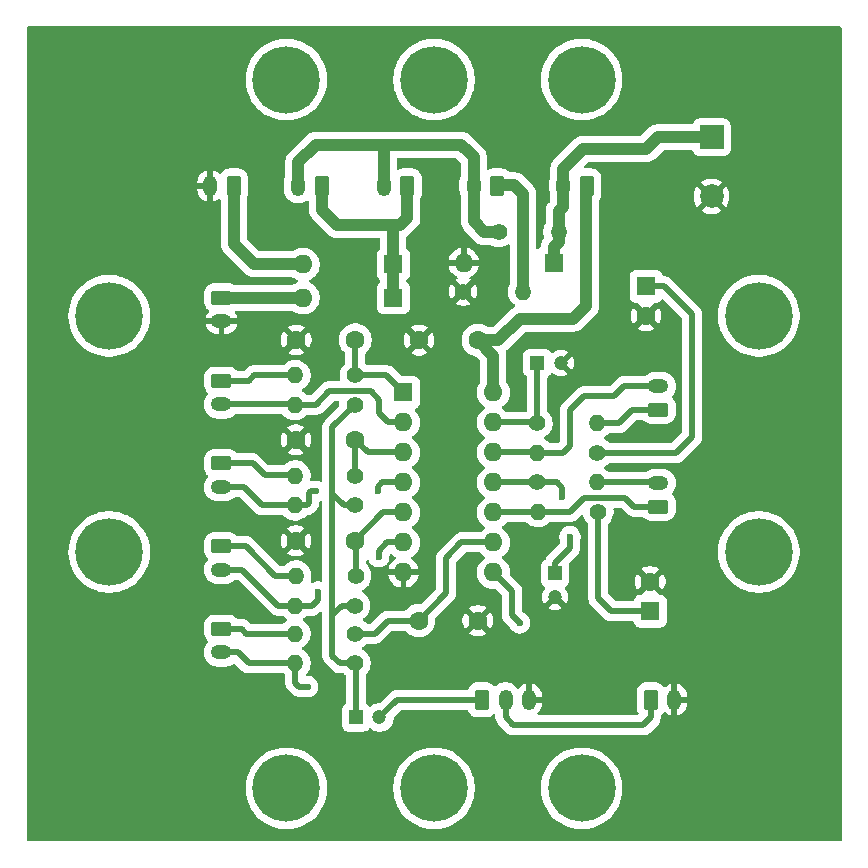
<source format=gbr>
%TF.GenerationSoftware,KiCad,Pcbnew,9.0.0*%
%TF.CreationDate,2025-03-04T12:56:53+00:00*%
%TF.ProjectId,cacophonator,6361636f-7068-46f6-9e61-746f722e6b69,1*%
%TF.SameCoordinates,Original*%
%TF.FileFunction,Copper,L2,Bot*%
%TF.FilePolarity,Positive*%
%FSLAX46Y46*%
G04 Gerber Fmt 4.6, Leading zero omitted, Abs format (unit mm)*
G04 Created by KiCad (PCBNEW 9.0.0) date 2025-03-04 12:56:53*
%MOMM*%
%LPD*%
G01*
G04 APERTURE LIST*
G04 Aperture macros list*
%AMRoundRect*
0 Rectangle with rounded corners*
0 $1 Rounding radius*
0 $2 $3 $4 $5 $6 $7 $8 $9 X,Y pos of 4 corners*
0 Add a 4 corners polygon primitive as box body*
4,1,4,$2,$3,$4,$5,$6,$7,$8,$9,$2,$3,0*
0 Add four circle primitives for the rounded corners*
1,1,$1+$1,$2,$3*
1,1,$1+$1,$4,$5*
1,1,$1+$1,$6,$7*
1,1,$1+$1,$8,$9*
0 Add four rect primitives between the rounded corners*
20,1,$1+$1,$2,$3,$4,$5,0*
20,1,$1+$1,$4,$5,$6,$7,0*
20,1,$1+$1,$6,$7,$8,$9,0*
20,1,$1+$1,$8,$9,$2,$3,0*%
G04 Aperture macros list end*
%TA.AperFunction,ComponentPad*%
%ADD10C,5.700000*%
%TD*%
%TA.AperFunction,ComponentPad*%
%ADD11RoundRect,0.250000X0.350000X0.625000X-0.350000X0.625000X-0.350000X-0.625000X0.350000X-0.625000X0*%
%TD*%
%TA.AperFunction,ComponentPad*%
%ADD12O,1.200000X1.750000*%
%TD*%
%TA.AperFunction,ComponentPad*%
%ADD13R,1.200000X1.200000*%
%TD*%
%TA.AperFunction,ComponentPad*%
%ADD14C,1.200000*%
%TD*%
%TA.AperFunction,ComponentPad*%
%ADD15O,1.750000X1.200000*%
%TD*%
%TA.AperFunction,ComponentPad*%
%ADD16RoundRect,0.250000X-0.625000X0.350000X-0.625000X-0.350000X0.625000X-0.350000X0.625000X0.350000X0*%
%TD*%
%TA.AperFunction,ComponentPad*%
%ADD17RoundRect,0.250000X0.625000X-0.350000X0.625000X0.350000X-0.625000X0.350000X-0.625000X-0.350000X0*%
%TD*%
%TA.AperFunction,ComponentPad*%
%ADD18R,2.000000X2.000000*%
%TD*%
%TA.AperFunction,ComponentPad*%
%ADD19C,2.000000*%
%TD*%
%TA.AperFunction,ComponentPad*%
%ADD20RoundRect,0.250000X-0.350000X-0.625000X0.350000X-0.625000X0.350000X0.625000X-0.350000X0.625000X0*%
%TD*%
%TA.AperFunction,ComponentPad*%
%ADD21C,1.600000*%
%TD*%
%TA.AperFunction,ComponentPad*%
%ADD22R,1.600000X1.600000*%
%TD*%
%TA.AperFunction,ComponentPad*%
%ADD23O,1.600000X1.600000*%
%TD*%
%TA.AperFunction,ComponentPad*%
%ADD24C,1.400000*%
%TD*%
%TA.AperFunction,ComponentPad*%
%ADD25O,1.400000X1.400000*%
%TD*%
%TA.AperFunction,ViaPad*%
%ADD26C,0.600000*%
%TD*%
%TA.AperFunction,Conductor*%
%ADD27C,1.000000*%
%TD*%
%TA.AperFunction,Conductor*%
%ADD28C,0.500000*%
%TD*%
G04 APERTURE END LIST*
D10*
%TO.P,H10,1*%
%TO.N,N/C*%
X162500000Y-130000000D03*
%TD*%
%TO.P,H3,1*%
%TO.N,N/C*%
X122500000Y-110000000D03*
%TD*%
%TO.P,H2,1*%
%TO.N,N/C*%
X177500000Y-90000000D03*
%TD*%
%TO.P,H9,1*%
%TO.N,N/C*%
X150000000Y-130000000D03*
%TD*%
%TO.P,H4,1*%
%TO.N,N/C*%
X177500000Y-110000000D03*
%TD*%
%TO.P,H5,1*%
%TO.N,N/C*%
X137500000Y-70000000D03*
%TD*%
%TO.P,H8,1*%
%TO.N,N/C*%
X137500000Y-130000000D03*
%TD*%
%TO.P,H7,1*%
%TO.N,N/C*%
X162500000Y-70000000D03*
%TD*%
%TO.P,H6,1*%
%TO.N,N/C*%
X150000000Y-70000000D03*
%TD*%
%TO.P,H1,1*%
%TO.N,N/C*%
X122500000Y-90000000D03*
%TD*%
D11*
%TO.P,J1,1*%
%TO.N,Net-(D3-A)*%
X133050000Y-79000000D03*
D12*
%TO.P,J1,2*%
%TO.N,GND*%
X131050000Y-79000000D03*
%TD*%
D13*
%TO.P,C6,1*%
%TO.N,Net-(C6-Pad1)*%
X143377401Y-124000000D03*
D14*
%TO.P,C6,2*%
%TO.N,Net-(C6-Pad2)*%
X145377401Y-124000000D03*
%TD*%
D15*
%TO.P,BT1,2,-*%
%TO.N,GND*%
X132000000Y-90450000D03*
D16*
%TO.P,BT1,1,+*%
%TO.N,Net-(BT1-+)*%
X132000000Y-88450000D03*
%TD*%
D14*
%TO.P,C8,2*%
%TO.N,GND*%
X160250000Y-113800000D03*
D13*
%TO.P,C8,1*%
%TO.N,Net-(C8-Pad1)*%
X160250000Y-111800000D03*
%TD*%
D15*
%TO.P,RV5,2*%
%TO.N,Net-(R11-Pad2)*%
X169000000Y-104150000D03*
D17*
%TO.P,RV5,1*%
%TO.N,Net-(R12-Pad2)*%
X169000000Y-106150000D03*
%TD*%
D18*
%TO.P,C7,1*%
%TO.N,Net-(D1-K)*%
X173500000Y-74882323D03*
D19*
%TO.P,C7,2*%
%TO.N,GND*%
X173500000Y-79882323D03*
%TD*%
D20*
%TO.P,J2,1,In*%
%TO.N,Net-(J2-In)*%
X168350000Y-122500000D03*
D12*
%TO.P,J2,2,Ext*%
%TO.N,GND*%
X170350000Y-122500000D03*
%TD*%
D11*
%TO.P,SW2,1,1*%
%TO.N,Net-(D3-K)*%
X140500000Y-79000000D03*
D12*
%TO.P,SW2,2,2*%
%TO.N,VCC*%
X138500000Y-79000000D03*
%TD*%
D11*
%TO.P,SW1,1,A*%
%TO.N,Net-(D3-K)*%
X147750000Y-79000000D03*
D12*
%TO.P,SW1,2,B*%
%TO.N,VCC*%
X145750000Y-79000000D03*
%TD*%
D20*
%TO.P,RV8,1,1*%
%TO.N,Net-(C6-Pad2)*%
X154050000Y-122500000D03*
D12*
%TO.P,RV8,2,2*%
%TO.N,Net-(J2-In)*%
X156050000Y-122500000D03*
%TO.P,RV8,3,3*%
%TO.N,GND*%
X158050000Y-122500000D03*
%TD*%
D11*
%TO.P,RV7,1*%
%TO.N,Net-(U1G-VDD)*%
X162950000Y-79000000D03*
D12*
%TO.P,RV7,2*%
%TO.N,Net-(D1-K)*%
X160950000Y-79000000D03*
%TD*%
D17*
%TO.P,RV6,1*%
%TO.N,Net-(R13-Pad2)*%
X169000000Y-97950000D03*
D15*
%TO.P,RV6,2*%
%TO.N,Net-(R14-Pad2)*%
X169000000Y-95950000D03*
%TD*%
%TO.P,RV4,2*%
%TO.N,Net-(R8-Pad2)*%
X132000000Y-118500000D03*
D16*
%TO.P,RV4,1*%
%TO.N,Net-(R4-Pad2)*%
X132000000Y-116500000D03*
%TD*%
%TO.P,RV3,1*%
%TO.N,Net-(R3-Pad2)*%
X132000000Y-109500000D03*
D15*
%TO.P,RV3,2*%
%TO.N,Net-(R7-Pad2)*%
X132000000Y-111500000D03*
%TD*%
D16*
%TO.P,RV2,1*%
%TO.N,Net-(R2-Pad2)*%
X132000000Y-102500000D03*
D15*
%TO.P,RV2,2*%
%TO.N,Net-(R6-Pad2)*%
X132000000Y-104500000D03*
%TD*%
D16*
%TO.P,RV1,1*%
%TO.N,Net-(R1-Pad2)*%
X132000000Y-95500000D03*
D15*
%TO.P,RV1,2*%
%TO.N,Net-(R5-Pad2)*%
X132000000Y-97500000D03*
%TD*%
D11*
%TO.P,D2,1,K*%
%TO.N,Net-(D2-K)*%
X155350000Y-79000000D03*
D12*
%TO.P,D2,2,A*%
%TO.N,VCC*%
X153350000Y-79000000D03*
%TD*%
D21*
%TO.P,C3,1*%
%TO.N,Net-(C3-Pad1)*%
X143300000Y-109035000D03*
%TO.P,C3,2*%
%TO.N,GND*%
X138300000Y-109035000D03*
%TD*%
D22*
%TO.P,U1,1*%
%TO.N,Net-(C1-Pad1)*%
X147412323Y-96485000D03*
D23*
%TO.P,U1,2*%
%TO.N,Net-(R5-Pad2)*%
X147412323Y-99025000D03*
%TO.P,U1,3*%
%TO.N,Net-(C2-Pad1)*%
X147412323Y-101565000D03*
%TO.P,U1,4*%
%TO.N,Net-(R6-Pad2)*%
X147412323Y-104105000D03*
%TO.P,U1,5*%
%TO.N,Net-(C3-Pad1)*%
X147412323Y-106645000D03*
%TO.P,U1,6*%
%TO.N,Net-(R7-Pad2)*%
X147412323Y-109185000D03*
%TO.P,U1,7,VSS*%
%TO.N,GND*%
X147412323Y-111725000D03*
%TO.P,U1,8*%
%TO.N,Net-(R8-Pad2)*%
X155032323Y-111725000D03*
%TO.P,U1,9*%
%TO.N,Net-(C4-Pad1)*%
X155032323Y-109185000D03*
%TO.P,U1,10*%
%TO.N,Net-(R12-Pad2)*%
X155032323Y-106645000D03*
%TO.P,U1,11*%
%TO.N,Net-(C8-Pad1)*%
X155032323Y-104105000D03*
%TO.P,U1,12*%
%TO.N,Net-(R14-Pad2)*%
X155032323Y-101565000D03*
%TO.P,U1,13*%
%TO.N,Net-(C10-Pad1)*%
X155032323Y-99025000D03*
%TO.P,U1,14,VDD*%
%TO.N,Net-(U1G-VDD)*%
X155032323Y-96485000D03*
%TD*%
D22*
%TO.P,C11,1*%
%TO.N,Net-(C11-Pad1)*%
X167950000Y-87500000D03*
D21*
%TO.P,C11,2*%
%TO.N,GND*%
X167950000Y-90000000D03*
%TD*%
D13*
%TO.P,C10,1*%
%TO.N,Net-(C10-Pad1)*%
X158750000Y-94000000D03*
D14*
%TO.P,C10,2*%
%TO.N,GND*%
X160750000Y-94000000D03*
%TD*%
D24*
%TO.P,R1,1*%
%TO.N,Net-(C1-Pad1)*%
X143332323Y-95035000D03*
D25*
%TO.P,R1,2*%
%TO.N,Net-(R1-Pad2)*%
X138252323Y-95035000D03*
%TD*%
D24*
%TO.P,R11,1*%
%TO.N,Net-(C8-Pad1)*%
X158740000Y-104100000D03*
D25*
%TO.P,R11,2*%
%TO.N,Net-(R11-Pad2)*%
X163820000Y-104100000D03*
%TD*%
D24*
%TO.P,R4,1*%
%TO.N,Net-(C4-Pad1)*%
X143332323Y-116900000D03*
D25*
%TO.P,R4,2*%
%TO.N,Net-(R4-Pad2)*%
X138252323Y-116900000D03*
%TD*%
D21*
%TO.P,C1,1*%
%TO.N,Net-(C1-Pad1)*%
X143332323Y-92035000D03*
%TO.P,C1,2*%
%TO.N,GND*%
X138332323Y-92035000D03*
%TD*%
%TO.P,C5,1*%
%TO.N,Net-(U1G-VDD)*%
X153732323Y-92060000D03*
%TO.P,C5,2*%
%TO.N,GND*%
X148732323Y-92060000D03*
%TD*%
D24*
%TO.P,R6,1*%
%TO.N,Net-(C6-Pad1)*%
X143300000Y-106035000D03*
D25*
%TO.P,R6,2*%
%TO.N,Net-(R6-Pad2)*%
X138220000Y-106035000D03*
%TD*%
D22*
%TO.P,D4,1,K*%
%TO.N,Net-(D3-K)*%
X146543800Y-88469800D03*
D23*
%TO.P,D4,2,A*%
%TO.N,Net-(BT1-+)*%
X138923800Y-88469800D03*
%TD*%
D22*
%TO.P,D3,1,K*%
%TO.N,Net-(D3-K)*%
X146540000Y-85640000D03*
D23*
%TO.P,D3,2,A*%
%TO.N,Net-(D3-A)*%
X138920000Y-85640000D03*
%TD*%
D21*
%TO.P,C4,1*%
%TO.N,Net-(C4-Pad1)*%
X148700000Y-115800000D03*
%TO.P,C4,2*%
%TO.N,GND*%
X153700000Y-115800000D03*
%TD*%
D24*
%TO.P,R14,1*%
%TO.N,Net-(C11-Pad1)*%
X163820000Y-101600000D03*
D25*
%TO.P,R14,2*%
%TO.N,Net-(R14-Pad2)*%
X158740000Y-101600000D03*
%TD*%
%TO.P,R3,2*%
%TO.N,Net-(R3-Pad2)*%
X138320000Y-112000000D03*
D24*
%TO.P,R3,1*%
%TO.N,Net-(C3-Pad1)*%
X143400000Y-112000000D03*
%TD*%
D21*
%TO.P,C9,2*%
%TO.N,GND*%
X168300000Y-112500000D03*
D22*
%TO.P,C9,1*%
%TO.N,Net-(C9-Pad1)*%
X168300000Y-115000000D03*
%TD*%
D24*
%TO.P,R7,1*%
%TO.N,Net-(C6-Pad1)*%
X143300000Y-114535000D03*
D25*
%TO.P,R7,2*%
%TO.N,Net-(R7-Pad2)*%
X138220000Y-114535000D03*
%TD*%
D24*
%TO.P,R12,1*%
%TO.N,Net-(C9-Pad1)*%
X163900000Y-106600000D03*
D25*
%TO.P,R12,2*%
%TO.N,Net-(R12-Pad2)*%
X158820000Y-106600000D03*
%TD*%
D24*
%TO.P,R10,1*%
%TO.N,VCC*%
X155460000Y-82900000D03*
D25*
%TO.P,R10,2*%
%TO.N,Net-(D1-K)*%
X160540000Y-82900000D03*
%TD*%
D21*
%TO.P,C2,1*%
%TO.N,Net-(C2-Pad1)*%
X143300000Y-100500000D03*
%TO.P,C2,2*%
%TO.N,GND*%
X138300000Y-100500000D03*
%TD*%
D24*
%TO.P,R13,1*%
%TO.N,Net-(C10-Pad1)*%
X158740000Y-99100000D03*
D25*
%TO.P,R13,2*%
%TO.N,Net-(R13-Pad2)*%
X163820000Y-99100000D03*
%TD*%
D24*
%TO.P,R8,1*%
%TO.N,Net-(C6-Pad1)*%
X143332323Y-119400000D03*
D25*
%TO.P,R8,2*%
%TO.N,Net-(R8-Pad2)*%
X138252323Y-119400000D03*
%TD*%
D24*
%TO.P,R15,1*%
%TO.N,GND*%
X152470000Y-87950000D03*
D25*
%TO.P,R15,2*%
%TO.N,Net-(D2-K)*%
X157550000Y-87950000D03*
%TD*%
D24*
%TO.P,R5,1*%
%TO.N,Net-(C6-Pad1)*%
X143280000Y-97535000D03*
D25*
%TO.P,R5,2*%
%TO.N,Net-(R5-Pad2)*%
X138200000Y-97535000D03*
%TD*%
D24*
%TO.P,R2,1*%
%TO.N,Net-(C2-Pad1)*%
X143332323Y-103535000D03*
D25*
%TO.P,R2,2*%
%TO.N,Net-(R2-Pad2)*%
X138252323Y-103535000D03*
%TD*%
D23*
%TO.P,D1,2,A*%
%TO.N,GND*%
X152500000Y-85500000D03*
D22*
%TO.P,D1,1,K*%
%TO.N,Net-(D1-K)*%
X160120000Y-85500000D03*
%TD*%
D26*
%TO.N,Net-(R8-Pad2)*%
X157250000Y-116000000D03*
%TO.N,Net-(R6-Pad2)*%
X145250000Y-104850000D03*
X140000000Y-104850000D03*
%TO.N,Net-(C8-Pad1)*%
X161500000Y-108700000D03*
X160850000Y-105350000D03*
%TO.N,Net-(R8-Pad2)*%
X139300000Y-121400000D03*
%TO.N,Net-(R7-Pad2)*%
X145325000Y-110400000D03*
X140150000Y-113385000D03*
%TD*%
D27*
%TO.N,Net-(D3-A)*%
X138920000Y-85640000D02*
X134790000Y-85640000D01*
X134790000Y-85640000D02*
X133050000Y-83900000D01*
X133050000Y-83900000D02*
X133050000Y-79000000D01*
D28*
%TO.N,Net-(C6-Pad1)*%
X141400000Y-115000000D02*
X141400000Y-115300000D01*
X143300000Y-114535000D02*
X142165000Y-114535000D01*
X142165000Y-114535000D02*
X141400000Y-115300000D01*
X141400000Y-115300000D02*
X141400000Y-118800000D01*
%TO.N,Net-(J2-In)*%
X167050000Y-124650000D02*
X167700000Y-124650000D01*
X167700000Y-124650000D02*
X168350000Y-124000000D01*
X168350000Y-124000000D02*
X168350000Y-122500000D01*
%TO.N,Net-(R4-Pad2)*%
X132000000Y-116500000D02*
X133700000Y-116500000D01*
%TO.N,Net-(R8-Pad2)*%
X132000000Y-118500000D02*
X133420000Y-118500000D01*
%TO.N,Net-(R7-Pad2)*%
X132000000Y-111500000D02*
X133765000Y-111500000D01*
X133765000Y-111500000D02*
X136800000Y-114535000D01*
%TO.N,Net-(R3-Pad2)*%
X132000000Y-109500000D02*
X134050000Y-109500000D01*
X134050000Y-109500000D02*
X136550000Y-112000000D01*
X136550000Y-112000000D02*
X138320000Y-112000000D01*
%TO.N,Net-(R6-Pad2)*%
X132000000Y-104500000D02*
X133915000Y-104500000D01*
X133915000Y-104500000D02*
X135450000Y-106035000D01*
X135450000Y-106035000D02*
X138220000Y-106035000D01*
%TO.N,Net-(R2-Pad2)*%
X132000000Y-102500000D02*
X134650000Y-102500000D01*
D27*
%TO.N,Net-(BT1-+)*%
X138923800Y-88469800D02*
X132019800Y-88469800D01*
X132019800Y-88469800D02*
X132000000Y-88450000D01*
D28*
%TO.N,Net-(R1-Pad2)*%
X132000000Y-95500000D02*
X134300000Y-95500000D01*
X134300000Y-95500000D02*
X134765000Y-95035000D01*
X134765000Y-95035000D02*
X138252323Y-95035000D01*
%TO.N,Net-(R5-Pad2)*%
X132000000Y-97500000D02*
X138165000Y-97500000D01*
X138165000Y-97500000D02*
X138200000Y-97535000D01*
D27*
%TO.N,Net-(BT1-+)*%
X138904000Y-88450000D02*
X138923800Y-88469800D01*
D28*
%TO.N,Net-(R5-Pad2)*%
X147412323Y-99025000D02*
X146125000Y-99025000D01*
X146125000Y-99025000D02*
X145350000Y-98250000D01*
X145350000Y-98250000D02*
X145350000Y-97100000D01*
X145350000Y-97100000D02*
X144634000Y-96384000D01*
X141116000Y-96384000D02*
X139965000Y-97535000D01*
X144634000Y-96384000D02*
X141116000Y-96384000D01*
X139965000Y-97535000D02*
X138200000Y-97535000D01*
%TO.N,Net-(R14-Pad2)*%
X162675000Y-96825000D02*
X165225000Y-96825000D01*
X165225000Y-96825000D02*
X166100000Y-95950000D01*
%TO.N,Net-(C6-Pad1)*%
X142000000Y-119400000D02*
X141400000Y-118800000D01*
%TO.N,Net-(C8-Pad1)*%
X160250000Y-111800000D02*
X160250000Y-110900000D01*
X160250000Y-110900000D02*
X161500000Y-109650000D01*
%TO.N,Net-(R8-Pad2)*%
X156603662Y-115353662D02*
X157250000Y-116000000D01*
X156603662Y-113296338D02*
X156603662Y-115353662D01*
X155032323Y-111725000D02*
X156603662Y-113296338D01*
%TO.N,Net-(R7-Pad2)*%
X136800000Y-114535000D02*
X138220000Y-114535000D01*
%TO.N,Net-(R2-Pad2)*%
X134650000Y-102500000D02*
X135650000Y-103500000D01*
X135650000Y-103500000D02*
X138217323Y-103500000D01*
X138217323Y-103500000D02*
X138252323Y-103535000D01*
D27*
%TO.N,Net-(D3-K)*%
X140500000Y-81000000D02*
X141800000Y-82300000D01*
X140500000Y-79000000D02*
X140500000Y-81000000D01*
X141800000Y-82300000D02*
X147150000Y-82300000D01*
%TO.N,VCC*%
X140000000Y-75500000D02*
X145750000Y-75500000D01*
X145750000Y-79000000D02*
X145750000Y-75500000D01*
X140000000Y-75500000D02*
X138500000Y-77000000D01*
X145750000Y-75500000D02*
X152300000Y-75500000D01*
X152300000Y-75500000D02*
X152950000Y-76150000D01*
D28*
%TO.N,Net-(R6-Pad2)*%
X145250000Y-104850000D02*
X145250000Y-104450000D01*
X145250000Y-104450000D02*
X145595000Y-104105000D01*
X145595000Y-104105000D02*
X147412323Y-104105000D01*
X139215000Y-106035000D02*
X139400000Y-105850000D01*
X139400000Y-105850000D02*
X139450000Y-105800000D01*
X139600000Y-104850000D02*
X140000000Y-104850000D01*
X138220000Y-106035000D02*
X139215000Y-106035000D01*
X139450000Y-105000000D02*
X139600000Y-104850000D01*
X139450000Y-105800000D02*
X139450000Y-105000000D01*
%TO.N,Net-(C8-Pad1)*%
X161500000Y-109650000D02*
X161500000Y-108700000D01*
X160850000Y-104550000D02*
X160850000Y-105350000D01*
X158740000Y-104100000D02*
X160400000Y-104100000D01*
X160400000Y-104100000D02*
X160850000Y-104550000D01*
%TO.N,Net-(R7-Pad2)*%
X138220000Y-114535000D02*
X139665000Y-114535000D01*
X139665000Y-114535000D02*
X140150000Y-114050000D01*
X140150000Y-114050000D02*
X140150000Y-113385000D01*
%TO.N,Net-(R8-Pad2)*%
X138252323Y-121052323D02*
X138600000Y-121400000D01*
X138600000Y-121400000D02*
X139300000Y-121400000D01*
X138252323Y-119400000D02*
X138252323Y-121052323D01*
%TO.N,Net-(R7-Pad2)*%
X145325000Y-110400000D02*
X145325000Y-109875000D01*
X145325000Y-109875000D02*
X146015000Y-109185000D01*
X146015000Y-109185000D02*
X147412323Y-109185000D01*
%TO.N,Net-(C3-Pad1)*%
X147412323Y-106645000D02*
X145690000Y-106645000D01*
X145690000Y-106645000D02*
X143300000Y-109035000D01*
%TO.N,Net-(R8-Pad2)*%
X133420000Y-118500000D02*
X134320000Y-119400000D01*
X134320000Y-119400000D02*
X138252323Y-119400000D01*
%TO.N,Net-(C6-Pad2)*%
X146877401Y-122500000D02*
X154050000Y-122500000D01*
%TO.N,Net-(J2-In)*%
X156050000Y-122500000D02*
X156050000Y-124000000D01*
X156050000Y-124000000D02*
X156700000Y-124650000D01*
X156700000Y-124650000D02*
X167050000Y-124650000D01*
%TO.N,Net-(C6-Pad2)*%
X146877401Y-122500000D02*
X145377401Y-124000000D01*
%TO.N,Net-(C6-Pad1)*%
X143377401Y-124000000D02*
X143377401Y-119445078D01*
X143377401Y-119445078D02*
X143332323Y-119400000D01*
%TO.N,Net-(C9-Pad1)*%
X163900000Y-106600000D02*
X163900000Y-113900000D01*
X163900000Y-113900000D02*
X165000000Y-115000000D01*
X165000000Y-115000000D02*
X168300000Y-115000000D01*
%TO.N,Net-(C11-Pad1)*%
X163820000Y-101600000D02*
X170500000Y-101600000D01*
X170500000Y-101600000D02*
X171850000Y-100250000D01*
X169500000Y-87500000D02*
X167950000Y-87500000D01*
X171850000Y-100250000D02*
X171850000Y-89850000D01*
X171850000Y-89850000D02*
X169500000Y-87500000D01*
%TO.N,Net-(R13-Pad2)*%
X166800000Y-97950000D02*
X169000000Y-97950000D01*
%TO.N,Net-(R14-Pad2)*%
X169000000Y-95950000D02*
X166100000Y-95950000D01*
%TO.N,Net-(R12-Pad2)*%
X169000000Y-106150000D02*
X166950000Y-106150000D01*
%TO.N,Net-(R11-Pad2)*%
X163820000Y-104100000D02*
X168950000Y-104100000D01*
X168950000Y-104100000D02*
X169000000Y-104150000D01*
D27*
%TO.N,Net-(D1-K)*%
X160540000Y-82900000D02*
X160540000Y-83760000D01*
X160540000Y-83760000D02*
X160120000Y-84180000D01*
X160120000Y-84180000D02*
X160120000Y-85500000D01*
%TO.N,VCC*%
X152950000Y-76150000D02*
X153350000Y-76550000D01*
X153350000Y-76550000D02*
X153350000Y-82000000D01*
X153350000Y-82000000D02*
X154250000Y-82900000D01*
X154250000Y-82900000D02*
X155460000Y-82900000D01*
%TO.N,Net-(D2-K)*%
X157550000Y-87950000D02*
X157550000Y-86550000D01*
%TO.N,Net-(D1-K)*%
X162625000Y-75875000D02*
X167957323Y-75875000D01*
X167957323Y-75875000D02*
X168950000Y-74882323D01*
X160950000Y-79000000D02*
X160950000Y-77550000D01*
X160950000Y-77550000D02*
X162625000Y-75875000D01*
X168950000Y-74882323D02*
X173500000Y-74882323D01*
X160540000Y-82500000D02*
X160540000Y-81160000D01*
X160540000Y-81160000D02*
X160950000Y-80750000D01*
X160950000Y-80750000D02*
X160950000Y-79000000D01*
%TO.N,Net-(U1G-VDD)*%
X162900000Y-89150000D02*
X161800000Y-90250000D01*
X162900000Y-89150000D02*
X162900000Y-79050000D01*
%TO.N,Net-(D2-K)*%
X157540000Y-86540000D02*
X157540000Y-79690000D01*
X157540000Y-79690000D02*
X156800000Y-78950000D01*
X156800000Y-78950000D02*
X155350000Y-78950000D01*
%TO.N,Net-(D3-K)*%
X146540000Y-85640000D02*
X146540000Y-82910000D01*
X147750000Y-81700000D02*
X147750000Y-79000000D01*
X147150000Y-82300000D02*
X147750000Y-81700000D01*
%TO.N,VCC*%
X138500000Y-77000000D02*
X138500000Y-79000000D01*
D28*
%TO.N,Net-(R12-Pad2)*%
X166950000Y-106150000D02*
X166200000Y-105400000D01*
X158820000Y-106600000D02*
X161500000Y-106600000D01*
X161500000Y-106600000D02*
X162700000Y-105400000D01*
X162700000Y-105400000D02*
X166200000Y-105400000D01*
%TO.N,Net-(R13-Pad2)*%
X164700000Y-99100000D02*
X165600000Y-99100000D01*
X166800000Y-97950000D02*
X165650000Y-99100000D01*
X165650000Y-99100000D02*
X164700000Y-99100000D01*
%TO.N,Net-(R14-Pad2)*%
X158740000Y-101600000D02*
X160900000Y-101600000D01*
X160900000Y-101600000D02*
X161500000Y-101000000D01*
X161500000Y-101000000D02*
X161500000Y-98000000D01*
X161500000Y-98000000D02*
X162675000Y-96825000D01*
%TO.N,GND*%
X157850000Y-122400000D02*
X157950000Y-122500000D01*
%TO.N,Net-(C10-Pad1)*%
X158750000Y-94000000D02*
X158750000Y-99090000D01*
X158750000Y-99090000D02*
X158740000Y-99100000D01*
X155032323Y-99025000D02*
X158665000Y-99025000D01*
X158665000Y-99025000D02*
X158740000Y-99100000D01*
%TO.N,Net-(C4-Pad1)*%
X148700000Y-115800000D02*
X151000000Y-113500000D01*
X151000000Y-113500000D02*
X151000000Y-110500000D01*
X151000000Y-110500000D02*
X152315000Y-109185000D01*
X152315000Y-109185000D02*
X155032323Y-109185000D01*
%TO.N,Net-(C6-Pad1)*%
X143332323Y-119400000D02*
X142000000Y-119400000D01*
X141400000Y-105100000D02*
X141400000Y-115000000D01*
%TO.N,Net-(R13-Pad2)*%
X163820000Y-99100000D02*
X164700000Y-99100000D01*
%TO.N,Net-(R4-Pad2)*%
X133700000Y-116500000D02*
X134100000Y-116900000D01*
X134100000Y-116900000D02*
X138252323Y-116900000D01*
%TO.N,Net-(R14-Pad2)*%
X158740000Y-101600000D02*
X158740000Y-101560000D01*
%TO.N,Net-(C6-Pad1)*%
X143280000Y-97535000D02*
X141400000Y-99415000D01*
X141400000Y-99415000D02*
X141400000Y-105100000D01*
X141400000Y-105100000D02*
X142335000Y-106035000D01*
D27*
%TO.N,Net-(U1G-VDD)*%
X153732323Y-92060000D02*
X155440000Y-92060000D01*
X155440000Y-92060000D02*
X157250000Y-90250000D01*
X157250000Y-90250000D02*
X161800000Y-90250000D01*
D28*
%TO.N,Net-(C1-Pad1)*%
X143332323Y-95035000D02*
X145962323Y-95035000D01*
X145962323Y-95035000D02*
X147412323Y-96485000D01*
X143332323Y-95035000D02*
X143332323Y-92035000D01*
%TO.N,Net-(C2-Pad1)*%
X143300000Y-100500000D02*
X143300000Y-103502677D01*
X144365000Y-101565000D02*
X143300000Y-100500000D01*
X143300000Y-103502677D02*
X143332323Y-103535000D01*
X147412323Y-101565000D02*
X144365000Y-101565000D01*
%TO.N,Net-(C3-Pad1)*%
X143400000Y-112000000D02*
X143400000Y-109135000D01*
X147157323Y-106900000D02*
X147412323Y-106645000D01*
X143400000Y-109135000D02*
X143300000Y-109035000D01*
%TO.N,Net-(C4-Pad1)*%
X146100000Y-115800000D02*
X148700000Y-115800000D01*
X143332323Y-116900000D02*
X145000000Y-116900000D01*
X145000000Y-116900000D02*
X146100000Y-115800000D01*
D27*
%TO.N,Net-(U1G-VDD)*%
X155032323Y-93360000D02*
X153732323Y-92060000D01*
X155032323Y-96485000D02*
X155032323Y-93360000D01*
D28*
%TO.N,Net-(C6-Pad1)*%
X142335000Y-106035000D02*
X143300000Y-106035000D01*
%TO.N,Net-(C8-Pad1)*%
X155032323Y-104105000D02*
X158735000Y-104105000D01*
X158735000Y-104105000D02*
X158740000Y-104100000D01*
%TO.N,Net-(R12-Pad2)*%
X155032323Y-106645000D02*
X158775000Y-106645000D01*
X158775000Y-106645000D02*
X158820000Y-106600000D01*
%TO.N,Net-(R14-Pad2)*%
X155032323Y-101565000D02*
X158705000Y-101565000D01*
X158705000Y-101565000D02*
X158740000Y-101600000D01*
D27*
%TO.N,Net-(D3-K)*%
X146540000Y-85640000D02*
X146540000Y-88466000D01*
X146543800Y-88469800D02*
X146610200Y-88469800D01*
X146540000Y-88466000D02*
X146543800Y-88469800D01*
%TD*%
%TA.AperFunction,Conductor*%
%TO.N,GND*%
G36*
X184442539Y-65520185D02*
G01*
X184488294Y-65572989D01*
X184499500Y-65624500D01*
X184499500Y-134375500D01*
X184479815Y-134442539D01*
X184427011Y-134488294D01*
X184375500Y-134499500D01*
X115624500Y-134499500D01*
X115557461Y-134479815D01*
X115511706Y-134427011D01*
X115500500Y-134375500D01*
X115500500Y-129830491D01*
X134049500Y-129830491D01*
X134049500Y-130169508D01*
X134082729Y-130506901D01*
X134148870Y-130839410D01*
X134247284Y-131163841D01*
X134377024Y-131477060D01*
X134377026Y-131477065D01*
X134536831Y-131776039D01*
X134536842Y-131776057D01*
X134725184Y-132057930D01*
X134725194Y-132057944D01*
X134940269Y-132320014D01*
X135179985Y-132559730D01*
X135179990Y-132559734D01*
X135179991Y-132559735D01*
X135442061Y-132774810D01*
X135723949Y-132963162D01*
X135723958Y-132963167D01*
X135723960Y-132963168D01*
X136022934Y-133122973D01*
X136022936Y-133122973D01*
X136022942Y-133122977D01*
X136336160Y-133252716D01*
X136660586Y-133351129D01*
X136993096Y-133417270D01*
X137330488Y-133450500D01*
X137330491Y-133450500D01*
X137669509Y-133450500D01*
X137669512Y-133450500D01*
X138006904Y-133417270D01*
X138339414Y-133351129D01*
X138663840Y-133252716D01*
X138977058Y-133122977D01*
X139276051Y-132963162D01*
X139557939Y-132774810D01*
X139820009Y-132559735D01*
X140059735Y-132320009D01*
X140274810Y-132057939D01*
X140463162Y-131776051D01*
X140622977Y-131477058D01*
X140752716Y-131163840D01*
X140851129Y-130839414D01*
X140917270Y-130506904D01*
X140950500Y-130169512D01*
X140950500Y-129830491D01*
X146549500Y-129830491D01*
X146549500Y-130169508D01*
X146582729Y-130506901D01*
X146648870Y-130839410D01*
X146747284Y-131163841D01*
X146877024Y-131477060D01*
X146877026Y-131477065D01*
X147036831Y-131776039D01*
X147036842Y-131776057D01*
X147225184Y-132057930D01*
X147225194Y-132057944D01*
X147440269Y-132320014D01*
X147679985Y-132559730D01*
X147679990Y-132559734D01*
X147679991Y-132559735D01*
X147942061Y-132774810D01*
X148223949Y-132963162D01*
X148223958Y-132963167D01*
X148223960Y-132963168D01*
X148522934Y-133122973D01*
X148522936Y-133122973D01*
X148522942Y-133122977D01*
X148836160Y-133252716D01*
X149160586Y-133351129D01*
X149493096Y-133417270D01*
X149830488Y-133450500D01*
X149830491Y-133450500D01*
X150169509Y-133450500D01*
X150169512Y-133450500D01*
X150506904Y-133417270D01*
X150839414Y-133351129D01*
X151163840Y-133252716D01*
X151477058Y-133122977D01*
X151776051Y-132963162D01*
X152057939Y-132774810D01*
X152320009Y-132559735D01*
X152559735Y-132320009D01*
X152774810Y-132057939D01*
X152963162Y-131776051D01*
X153122977Y-131477058D01*
X153252716Y-131163840D01*
X153351129Y-130839414D01*
X153417270Y-130506904D01*
X153450500Y-130169512D01*
X153450500Y-129830491D01*
X159049500Y-129830491D01*
X159049500Y-130169508D01*
X159082729Y-130506901D01*
X159148870Y-130839410D01*
X159247284Y-131163841D01*
X159377024Y-131477060D01*
X159377026Y-131477065D01*
X159536831Y-131776039D01*
X159536842Y-131776057D01*
X159725184Y-132057930D01*
X159725194Y-132057944D01*
X159940269Y-132320014D01*
X160179985Y-132559730D01*
X160179990Y-132559734D01*
X160179991Y-132559735D01*
X160442061Y-132774810D01*
X160723949Y-132963162D01*
X160723958Y-132963167D01*
X160723960Y-132963168D01*
X161022934Y-133122973D01*
X161022936Y-133122973D01*
X161022942Y-133122977D01*
X161336160Y-133252716D01*
X161660586Y-133351129D01*
X161993096Y-133417270D01*
X162330488Y-133450500D01*
X162330491Y-133450500D01*
X162669509Y-133450500D01*
X162669512Y-133450500D01*
X163006904Y-133417270D01*
X163339414Y-133351129D01*
X163663840Y-133252716D01*
X163977058Y-133122977D01*
X164276051Y-132963162D01*
X164557939Y-132774810D01*
X164820009Y-132559735D01*
X165059735Y-132320009D01*
X165274810Y-132057939D01*
X165463162Y-131776051D01*
X165622977Y-131477058D01*
X165752716Y-131163840D01*
X165851129Y-130839414D01*
X165917270Y-130506904D01*
X165950500Y-130169512D01*
X165950500Y-129830488D01*
X165917270Y-129493096D01*
X165851129Y-129160586D01*
X165752716Y-128836160D01*
X165622977Y-128522942D01*
X165463162Y-128223949D01*
X165274810Y-127942061D01*
X165059735Y-127679991D01*
X165059734Y-127679990D01*
X165059730Y-127679985D01*
X164820014Y-127440269D01*
X164557944Y-127225194D01*
X164557943Y-127225193D01*
X164557939Y-127225190D01*
X164276051Y-127036838D01*
X164276046Y-127036835D01*
X164276039Y-127036831D01*
X163977065Y-126877026D01*
X163977060Y-126877024D01*
X163663841Y-126747284D01*
X163473382Y-126689509D01*
X163339414Y-126648871D01*
X163339411Y-126648870D01*
X163339410Y-126648870D01*
X163006901Y-126582729D01*
X162769199Y-126559318D01*
X162669512Y-126549500D01*
X162330488Y-126549500D01*
X162239738Y-126558437D01*
X161993098Y-126582729D01*
X161660589Y-126648870D01*
X161336158Y-126747284D01*
X161022939Y-126877024D01*
X161022934Y-126877026D01*
X160723960Y-127036831D01*
X160723942Y-127036842D01*
X160442069Y-127225184D01*
X160442055Y-127225194D01*
X160179985Y-127440269D01*
X159940269Y-127679985D01*
X159725194Y-127942055D01*
X159725184Y-127942069D01*
X159536842Y-128223942D01*
X159536831Y-128223960D01*
X159377026Y-128522934D01*
X159377024Y-128522939D01*
X159247284Y-128836158D01*
X159148870Y-129160589D01*
X159082729Y-129493098D01*
X159049500Y-129830491D01*
X153450500Y-129830491D01*
X153450500Y-129830488D01*
X153417270Y-129493096D01*
X153351129Y-129160586D01*
X153252716Y-128836160D01*
X153122977Y-128522942D01*
X152963162Y-128223949D01*
X152774810Y-127942061D01*
X152559735Y-127679991D01*
X152559734Y-127679990D01*
X152559730Y-127679985D01*
X152320014Y-127440269D01*
X152057944Y-127225194D01*
X152057943Y-127225193D01*
X152057939Y-127225190D01*
X151776051Y-127036838D01*
X151776046Y-127036835D01*
X151776039Y-127036831D01*
X151477065Y-126877026D01*
X151477060Y-126877024D01*
X151163841Y-126747284D01*
X150973382Y-126689509D01*
X150839414Y-126648871D01*
X150839411Y-126648870D01*
X150839410Y-126648870D01*
X150506901Y-126582729D01*
X150269199Y-126559318D01*
X150169512Y-126549500D01*
X149830488Y-126549500D01*
X149739738Y-126558437D01*
X149493098Y-126582729D01*
X149160589Y-126648870D01*
X148836158Y-126747284D01*
X148522939Y-126877024D01*
X148522934Y-126877026D01*
X148223960Y-127036831D01*
X148223942Y-127036842D01*
X147942069Y-127225184D01*
X147942055Y-127225194D01*
X147679985Y-127440269D01*
X147440269Y-127679985D01*
X147225194Y-127942055D01*
X147225184Y-127942069D01*
X147036842Y-128223942D01*
X147036831Y-128223960D01*
X146877026Y-128522934D01*
X146877024Y-128522939D01*
X146747284Y-128836158D01*
X146648870Y-129160589D01*
X146582729Y-129493098D01*
X146549500Y-129830491D01*
X140950500Y-129830491D01*
X140950500Y-129830488D01*
X140917270Y-129493096D01*
X140851129Y-129160586D01*
X140752716Y-128836160D01*
X140622977Y-128522942D01*
X140463162Y-128223949D01*
X140274810Y-127942061D01*
X140059735Y-127679991D01*
X140059734Y-127679990D01*
X140059730Y-127679985D01*
X139820014Y-127440269D01*
X139557944Y-127225194D01*
X139557943Y-127225193D01*
X139557939Y-127225190D01*
X139276051Y-127036838D01*
X139276046Y-127036835D01*
X139276039Y-127036831D01*
X138977065Y-126877026D01*
X138977060Y-126877024D01*
X138663841Y-126747284D01*
X138473382Y-126689509D01*
X138339414Y-126648871D01*
X138339411Y-126648870D01*
X138339410Y-126648870D01*
X138006901Y-126582729D01*
X137769199Y-126559318D01*
X137669512Y-126549500D01*
X137330488Y-126549500D01*
X137239738Y-126558437D01*
X136993098Y-126582729D01*
X136660589Y-126648870D01*
X136336158Y-126747284D01*
X136022939Y-126877024D01*
X136022934Y-126877026D01*
X135723960Y-127036831D01*
X135723942Y-127036842D01*
X135442069Y-127225184D01*
X135442055Y-127225194D01*
X135179985Y-127440269D01*
X134940269Y-127679985D01*
X134725194Y-127942055D01*
X134725184Y-127942069D01*
X134536842Y-128223942D01*
X134536831Y-128223960D01*
X134377026Y-128522934D01*
X134377024Y-128522939D01*
X134247284Y-128836158D01*
X134148870Y-129160589D01*
X134082729Y-129493098D01*
X134049500Y-129830491D01*
X115500500Y-129830491D01*
X115500500Y-109830488D01*
X119049500Y-109830488D01*
X119049500Y-110169512D01*
X119056418Y-110239755D01*
X119082729Y-110506901D01*
X119148870Y-110839410D01*
X119148871Y-110839414D01*
X119168357Y-110903651D01*
X119247284Y-111163841D01*
X119325330Y-111352259D01*
X119353605Y-111420523D01*
X119377024Y-111477060D01*
X119377026Y-111477065D01*
X119536831Y-111776039D01*
X119536835Y-111776046D01*
X119536838Y-111776051D01*
X119706129Y-112029413D01*
X119725184Y-112057930D01*
X119725194Y-112057944D01*
X119940269Y-112320014D01*
X120179985Y-112559730D01*
X120179990Y-112559734D01*
X120179991Y-112559735D01*
X120442061Y-112774810D01*
X120723949Y-112963162D01*
X120723958Y-112963167D01*
X120723960Y-112963168D01*
X121022934Y-113122973D01*
X121022936Y-113122973D01*
X121022942Y-113122977D01*
X121336160Y-113252716D01*
X121660586Y-113351129D01*
X121993096Y-113417270D01*
X122330488Y-113450500D01*
X122330491Y-113450500D01*
X122669509Y-113450500D01*
X122669512Y-113450500D01*
X123006904Y-113417270D01*
X123339414Y-113351129D01*
X123663840Y-113252716D01*
X123977058Y-113122977D01*
X124276051Y-112963162D01*
X124557939Y-112774810D01*
X124820009Y-112559735D01*
X125059735Y-112320009D01*
X125274810Y-112057939D01*
X125463162Y-111776051D01*
X125622977Y-111477058D01*
X125752716Y-111163840D01*
X125851129Y-110839414D01*
X125917270Y-110506904D01*
X125950500Y-110169512D01*
X125950500Y-109830488D01*
X125917270Y-109493096D01*
X125851129Y-109160586D01*
X125752716Y-108836160D01*
X125622977Y-108522942D01*
X125584511Y-108450978D01*
X125463168Y-108223960D01*
X125463167Y-108223958D01*
X125463162Y-108223949D01*
X125274810Y-107942061D01*
X125059735Y-107679991D01*
X125059734Y-107679990D01*
X125059730Y-107679985D01*
X124820014Y-107440269D01*
X124557944Y-107225194D01*
X124557943Y-107225193D01*
X124557939Y-107225190D01*
X124276051Y-107036838D01*
X124276046Y-107036835D01*
X124276039Y-107036831D01*
X123977065Y-106877026D01*
X123977060Y-106877024D01*
X123963854Y-106871554D01*
X123873273Y-106834034D01*
X123663841Y-106747284D01*
X123473382Y-106689509D01*
X123339414Y-106648871D01*
X123339411Y-106648870D01*
X123339410Y-106648870D01*
X123006901Y-106582729D01*
X122769199Y-106559318D01*
X122669512Y-106549500D01*
X122330488Y-106549500D01*
X122239738Y-106558437D01*
X121993098Y-106582729D01*
X121660589Y-106648870D01*
X121336158Y-106747284D01*
X121022939Y-106877024D01*
X121022934Y-106877026D01*
X120723960Y-107036831D01*
X120723942Y-107036842D01*
X120442069Y-107225184D01*
X120442055Y-107225194D01*
X120179985Y-107440269D01*
X119940269Y-107679985D01*
X119725194Y-107942055D01*
X119725184Y-107942069D01*
X119536842Y-108223942D01*
X119536831Y-108223960D01*
X119377026Y-108522934D01*
X119377024Y-108522939D01*
X119247284Y-108836158D01*
X119148870Y-109160589D01*
X119082729Y-109493098D01*
X119060741Y-109716359D01*
X119049500Y-109830488D01*
X115500500Y-109830488D01*
X115500500Y-100397682D01*
X137000000Y-100397682D01*
X137000000Y-100602317D01*
X137032009Y-100804417D01*
X137095244Y-100999031D01*
X137188141Y-101181350D01*
X137188147Y-101181359D01*
X137220523Y-101225921D01*
X137220524Y-101225922D01*
X137900000Y-100546446D01*
X137900000Y-100552661D01*
X137927259Y-100654394D01*
X137979920Y-100745606D01*
X138054394Y-100820080D01*
X138145606Y-100872741D01*
X138247339Y-100900000D01*
X138253553Y-100900000D01*
X137574076Y-101579474D01*
X137618650Y-101611859D01*
X137800968Y-101704755D01*
X137995582Y-101767990D01*
X138197683Y-101800000D01*
X138402317Y-101800000D01*
X138604417Y-101767990D01*
X138799031Y-101704755D01*
X138981349Y-101611859D01*
X139025921Y-101579474D01*
X138346447Y-100900000D01*
X138352661Y-100900000D01*
X138454394Y-100872741D01*
X138545606Y-100820080D01*
X138620080Y-100745606D01*
X138672741Y-100654394D01*
X138700000Y-100552661D01*
X138700000Y-100546448D01*
X139379474Y-101225922D01*
X139379474Y-101225921D01*
X139411859Y-101181349D01*
X139504755Y-100999031D01*
X139567990Y-100804417D01*
X139600000Y-100602317D01*
X139600000Y-100397682D01*
X139567990Y-100195582D01*
X139504755Y-100000968D01*
X139411859Y-99818650D01*
X139379474Y-99774077D01*
X139379474Y-99774076D01*
X138700000Y-100453551D01*
X138700000Y-100447339D01*
X138672741Y-100345606D01*
X138620080Y-100254394D01*
X138545606Y-100179920D01*
X138454394Y-100127259D01*
X138352661Y-100100000D01*
X138346446Y-100100000D01*
X139025922Y-99420524D01*
X139025921Y-99420523D01*
X138981359Y-99388147D01*
X138981350Y-99388141D01*
X138799031Y-99295244D01*
X138604417Y-99232009D01*
X138402317Y-99200000D01*
X138197683Y-99200000D01*
X137995582Y-99232009D01*
X137800968Y-99295244D01*
X137618644Y-99388143D01*
X137574077Y-99420523D01*
X137574077Y-99420524D01*
X138253554Y-100100000D01*
X138247339Y-100100000D01*
X138145606Y-100127259D01*
X138054394Y-100179920D01*
X137979920Y-100254394D01*
X137927259Y-100345606D01*
X137900000Y-100447339D01*
X137900000Y-100453553D01*
X137220524Y-99774077D01*
X137220523Y-99774077D01*
X137188143Y-99818644D01*
X137095244Y-100000968D01*
X137032009Y-100195582D01*
X137000000Y-100397682D01*
X115500500Y-100397682D01*
X115500500Y-95076048D01*
X130524500Y-95076048D01*
X130524500Y-95923951D01*
X130527317Y-95965499D01*
X130571963Y-96145021D01*
X130571964Y-96145023D01*
X130654156Y-96310750D01*
X130654157Y-96310751D01*
X130654158Y-96310753D01*
X130680170Y-96343113D01*
X130770059Y-96454939D01*
X130829885Y-96503029D01*
X130869803Y-96560372D01*
X130872383Y-96630194D01*
X130839881Y-96687355D01*
X130809310Y-96717927D01*
X130698240Y-96870800D01*
X130612454Y-97039163D01*
X130554059Y-97218881D01*
X130524500Y-97405513D01*
X130524500Y-97594486D01*
X130554059Y-97781118D01*
X130612454Y-97960836D01*
X130681483Y-98096311D01*
X130698240Y-98129199D01*
X130809310Y-98282073D01*
X130942927Y-98415690D01*
X131095801Y-98526760D01*
X131175347Y-98567290D01*
X131264163Y-98612545D01*
X131264165Y-98612545D01*
X131264168Y-98612547D01*
X131360497Y-98643846D01*
X131443881Y-98670940D01*
X131630514Y-98700500D01*
X131630519Y-98700500D01*
X132369486Y-98700500D01*
X132556118Y-98670940D01*
X132560350Y-98669565D01*
X132735832Y-98612547D01*
X132904199Y-98526760D01*
X133057073Y-98415690D01*
X133085944Y-98386819D01*
X133147267Y-98353334D01*
X133173625Y-98350500D01*
X137124953Y-98350500D01*
X137191992Y-98370185D01*
X137212634Y-98386819D01*
X137352786Y-98526971D01*
X137454379Y-98600781D01*
X137518390Y-98647287D01*
X137622826Y-98700500D01*
X137700776Y-98740218D01*
X137700778Y-98740218D01*
X137700781Y-98740220D01*
X137805137Y-98774127D01*
X137895465Y-98803477D01*
X137996557Y-98819488D01*
X138097648Y-98835500D01*
X138097649Y-98835500D01*
X138302351Y-98835500D01*
X138302352Y-98835500D01*
X138504534Y-98803477D01*
X138699219Y-98740220D01*
X138881610Y-98647287D01*
X138974590Y-98579732D01*
X139047213Y-98526971D01*
X139047215Y-98526968D01*
X139047219Y-98526966D01*
X139152366Y-98421819D01*
X139213689Y-98388334D01*
X139240047Y-98385500D01*
X140048768Y-98385500D01*
X140048769Y-98385499D01*
X140213082Y-98352816D01*
X140259070Y-98333767D01*
X140367863Y-98288704D01*
X140507162Y-98195627D01*
X141431970Y-97270819D01*
X141493293Y-97237334D01*
X141519651Y-97234500D01*
X141865699Y-97234500D01*
X141877105Y-97237849D01*
X141888939Y-97236697D01*
X141910013Y-97247512D01*
X141932738Y-97254185D01*
X141940523Y-97263169D01*
X141951101Y-97268598D01*
X141962983Y-97289089D01*
X141978493Y-97306989D01*
X141981066Y-97320276D01*
X141986149Y-97329041D01*
X141987069Y-97351263D01*
X141989569Y-97364169D01*
X141989253Y-97371069D01*
X141979500Y-97432648D01*
X141979500Y-97584176D01*
X141979370Y-97587017D01*
X141968890Y-97617478D01*
X141959815Y-97648387D01*
X141957097Y-97651758D01*
X141956641Y-97653087D01*
X141954955Y-97654417D01*
X141943181Y-97669029D01*
X140739375Y-98872834D01*
X140739372Y-98872838D01*
X140646297Y-99012133D01*
X140606271Y-99108767D01*
X140582184Y-99166917D01*
X140582182Y-99166925D01*
X140549500Y-99331228D01*
X140549500Y-103917336D01*
X140529815Y-103984375D01*
X140477011Y-104030130D01*
X140407853Y-104040074D01*
X140378049Y-104031898D01*
X140319038Y-104007456D01*
X140262666Y-103984106D01*
X140262662Y-103984105D01*
X140262658Y-103984103D01*
X140088694Y-103949500D01*
X140088691Y-103949500D01*
X139911309Y-103949500D01*
X139911306Y-103949500D01*
X139737341Y-103984103D01*
X139737337Y-103984105D01*
X139737335Y-103984105D01*
X139737334Y-103984106D01*
X139722953Y-103990062D01*
X139714779Y-103991688D01*
X139710440Y-103994477D01*
X139675505Y-103999500D01*
X139639495Y-103999500D01*
X139572456Y-103979815D01*
X139526701Y-103927011D01*
X139516757Y-103857853D01*
X139519902Y-103844326D01*
X139519663Y-103844269D01*
X139520796Y-103839545D01*
X139520800Y-103839534D01*
X139552823Y-103637352D01*
X139552823Y-103432648D01*
X139539146Y-103346296D01*
X139520800Y-103230465D01*
X139481017Y-103108027D01*
X139457543Y-103035781D01*
X139457541Y-103035778D01*
X139457541Y-103035776D01*
X139419177Y-102960484D01*
X139364610Y-102853390D01*
X139318564Y-102790012D01*
X139244294Y-102687786D01*
X139099536Y-102543028D01*
X138933936Y-102422715D01*
X138933935Y-102422714D01*
X138933933Y-102422713D01*
X138868739Y-102389495D01*
X138751546Y-102329781D01*
X138556857Y-102266522D01*
X138382318Y-102238878D01*
X138354675Y-102234500D01*
X138149971Y-102234500D01*
X138125652Y-102238351D01*
X137947788Y-102266522D01*
X137753099Y-102329781D01*
X137570709Y-102422715D01*
X137405109Y-102543028D01*
X137405105Y-102543032D01*
X137334957Y-102613181D01*
X137273634Y-102646666D01*
X137247276Y-102649500D01*
X136053651Y-102649500D01*
X135986612Y-102629815D01*
X135965970Y-102613181D01*
X135192165Y-101839375D01*
X135192161Y-101839372D01*
X135052866Y-101746297D01*
X135052863Y-101746296D01*
X134924574Y-101693157D01*
X134924570Y-101693156D01*
X134915133Y-101689247D01*
X134898082Y-101682184D01*
X134753648Y-101653454D01*
X134753607Y-101653445D01*
X134733771Y-101649500D01*
X134733767Y-101649500D01*
X133373312Y-101649500D01*
X133306273Y-101629815D01*
X133276666Y-101603188D01*
X133229943Y-101545064D01*
X133229937Y-101545057D01*
X133117625Y-101454778D01*
X133085753Y-101429158D01*
X133085751Y-101429157D01*
X133085750Y-101429156D01*
X132920023Y-101346964D01*
X132920021Y-101346963D01*
X132740497Y-101302317D01*
X132740501Y-101302317D01*
X132709339Y-101300204D01*
X132698954Y-101299500D01*
X131301046Y-101299500D01*
X131289177Y-101300304D01*
X131259500Y-101302317D01*
X131079978Y-101346963D01*
X131079976Y-101346964D01*
X130914249Y-101429156D01*
X130770059Y-101545059D01*
X130654156Y-101689249D01*
X130571964Y-101854976D01*
X130571963Y-101854978D01*
X130527317Y-102034500D01*
X130524500Y-102076048D01*
X130524500Y-102923951D01*
X130527317Y-102965499D01*
X130571963Y-103145021D01*
X130571964Y-103145023D01*
X130654156Y-103310750D01*
X130654157Y-103310751D01*
X130654158Y-103310753D01*
X130686108Y-103350500D01*
X130770059Y-103454939D01*
X130829885Y-103503029D01*
X130869803Y-103560372D01*
X130872383Y-103630194D01*
X130839881Y-103687355D01*
X130809310Y-103717927D01*
X130698240Y-103870800D01*
X130612454Y-104039163D01*
X130554059Y-104218881D01*
X130524500Y-104405513D01*
X130524500Y-104594486D01*
X130554059Y-104781118D01*
X130612454Y-104960836D01*
X130698240Y-105129199D01*
X130809310Y-105282073D01*
X130942927Y-105415690D01*
X131095801Y-105526760D01*
X131172533Y-105565857D01*
X131264163Y-105612545D01*
X131264165Y-105612545D01*
X131264168Y-105612547D01*
X131303901Y-105625457D01*
X131443881Y-105670940D01*
X131630514Y-105700500D01*
X131630519Y-105700500D01*
X132369486Y-105700500D01*
X132556118Y-105670940D01*
X132564757Y-105668133D01*
X132735832Y-105612547D01*
X132904199Y-105526760D01*
X133057073Y-105415690D01*
X133085944Y-105386819D01*
X133147267Y-105353334D01*
X133173625Y-105350500D01*
X133511349Y-105350500D01*
X133578388Y-105370185D01*
X133599030Y-105386819D01*
X134907834Y-106695624D01*
X134907838Y-106695627D01*
X135047137Y-106788704D01*
X135047139Y-106788705D01*
X135047143Y-106788707D01*
X135100063Y-106810626D01*
X135156584Y-106834037D01*
X135201918Y-106852816D01*
X135323616Y-106877023D01*
X135366228Y-106885499D01*
X135366232Y-106885500D01*
X135366233Y-106885500D01*
X137179953Y-106885500D01*
X137246992Y-106905185D01*
X137267634Y-106921819D01*
X137372786Y-107026971D01*
X137526268Y-107138480D01*
X137538390Y-107147287D01*
X137654607Y-107206503D01*
X137720776Y-107240218D01*
X137720778Y-107240218D01*
X137720781Y-107240220D01*
X137825137Y-107274127D01*
X137915465Y-107303477D01*
X138016557Y-107319488D01*
X138117648Y-107335500D01*
X138117649Y-107335500D01*
X138322351Y-107335500D01*
X138322352Y-107335500D01*
X138524534Y-107303477D01*
X138719219Y-107240220D01*
X138901610Y-107147287D01*
X138994590Y-107079732D01*
X139067213Y-107026971D01*
X139067215Y-107026968D01*
X139067219Y-107026966D01*
X139172366Y-106921819D01*
X139233689Y-106888334D01*
X139260047Y-106885500D01*
X139298768Y-106885500D01*
X139298769Y-106885499D01*
X139368879Y-106871554D01*
X139463074Y-106852818D01*
X139463078Y-106852816D01*
X139463082Y-106852816D01*
X139508415Y-106834037D01*
X139617863Y-106788704D01*
X139757162Y-106695627D01*
X140060627Y-106392162D01*
X140110627Y-106342162D01*
X140203704Y-106202863D01*
X140258050Y-106071658D01*
X140267816Y-106048082D01*
X140300500Y-105883767D01*
X140300500Y-105783077D01*
X140306120Y-105763936D01*
X140306819Y-105743997D01*
X140315763Y-105731096D01*
X140320185Y-105716038D01*
X140335260Y-105702974D01*
X140346629Y-105686578D01*
X140370672Y-105672290D01*
X140372989Y-105670283D01*
X140376970Y-105668548D01*
X140377065Y-105668508D01*
X140377972Y-105668132D01*
X140447435Y-105660617D01*
X140509935Y-105691850D01*
X140545628Y-105751915D01*
X140549500Y-105782662D01*
X140549500Y-112395229D01*
X140529815Y-112462268D01*
X140477011Y-112508023D01*
X140407853Y-112517967D01*
X140401309Y-112516846D01*
X140238695Y-112484500D01*
X140238691Y-112484500D01*
X140061309Y-112484500D01*
X140061306Y-112484500D01*
X139887341Y-112519103D01*
X139887332Y-112519106D01*
X139723444Y-112586989D01*
X139720553Y-112588535D01*
X139718867Y-112588885D01*
X139717824Y-112589318D01*
X139717741Y-112589119D01*
X139652148Y-112602768D01*
X139586908Y-112577759D01*
X139545545Y-112521448D01*
X139541193Y-112451714D01*
X139544177Y-112440875D01*
X139588477Y-112304534D01*
X139620500Y-112102352D01*
X139620500Y-111897648D01*
X139588477Y-111695466D01*
X139525220Y-111500781D01*
X139525218Y-111500778D01*
X139525218Y-111500776D01*
X139491503Y-111434607D01*
X139432287Y-111318390D01*
X139415471Y-111295244D01*
X139311971Y-111152786D01*
X139167213Y-111008028D01*
X139001613Y-110887715D01*
X139001612Y-110887714D01*
X139001610Y-110887713D01*
X138932087Y-110852289D01*
X138819223Y-110794781D01*
X138624534Y-110731522D01*
X138449995Y-110703878D01*
X138422352Y-110699500D01*
X138217648Y-110699500D01*
X138193329Y-110703351D01*
X138015465Y-110731522D01*
X137820776Y-110794781D01*
X137638386Y-110887715D01*
X137472786Y-111008028D01*
X137472782Y-111008032D01*
X137367634Y-111113181D01*
X137306311Y-111146666D01*
X137279953Y-111149500D01*
X136953651Y-111149500D01*
X136886612Y-111129815D01*
X136865970Y-111113181D01*
X135907685Y-110154896D01*
X134768287Y-109015497D01*
X134685472Y-108932682D01*
X137000000Y-108932682D01*
X137000000Y-109137317D01*
X137032009Y-109339417D01*
X137095244Y-109534031D01*
X137188141Y-109716350D01*
X137188147Y-109716359D01*
X137220523Y-109760921D01*
X137220524Y-109760922D01*
X137900000Y-109081446D01*
X137900000Y-109087661D01*
X137927259Y-109189394D01*
X137979920Y-109280606D01*
X138054394Y-109355080D01*
X138145606Y-109407741D01*
X138247339Y-109435000D01*
X138253553Y-109435000D01*
X137574076Y-110114474D01*
X137618650Y-110146859D01*
X137800968Y-110239755D01*
X137995582Y-110302990D01*
X138197683Y-110335000D01*
X138402317Y-110335000D01*
X138604417Y-110302990D01*
X138799031Y-110239755D01*
X138981349Y-110146859D01*
X139025921Y-110114474D01*
X138346447Y-109435000D01*
X138352661Y-109435000D01*
X138454394Y-109407741D01*
X138545606Y-109355080D01*
X138620080Y-109280606D01*
X138672741Y-109189394D01*
X138700000Y-109087661D01*
X138700000Y-109081448D01*
X139379474Y-109760922D01*
X139379474Y-109760921D01*
X139411859Y-109716349D01*
X139504755Y-109534031D01*
X139567990Y-109339417D01*
X139600000Y-109137317D01*
X139600000Y-108932682D01*
X139567990Y-108730582D01*
X139504755Y-108535968D01*
X139411859Y-108353650D01*
X139379474Y-108309077D01*
X139379474Y-108309076D01*
X138700000Y-108988551D01*
X138700000Y-108982339D01*
X138672741Y-108880606D01*
X138620080Y-108789394D01*
X138545606Y-108714920D01*
X138454394Y-108662259D01*
X138352661Y-108635000D01*
X138346446Y-108635000D01*
X139025922Y-107955524D01*
X139025921Y-107955523D01*
X138981359Y-107923147D01*
X138981350Y-107923141D01*
X138799031Y-107830244D01*
X138604417Y-107767009D01*
X138402317Y-107735000D01*
X138197683Y-107735000D01*
X137995582Y-107767009D01*
X137800968Y-107830244D01*
X137618644Y-107923143D01*
X137574077Y-107955523D01*
X137574077Y-107955524D01*
X138253554Y-108635000D01*
X138247339Y-108635000D01*
X138145606Y-108662259D01*
X138054394Y-108714920D01*
X137979920Y-108789394D01*
X137927259Y-108880606D01*
X137900000Y-108982339D01*
X137900000Y-108988553D01*
X137220524Y-108309077D01*
X137220523Y-108309077D01*
X137188143Y-108353644D01*
X137095244Y-108535968D01*
X137032009Y-108730582D01*
X137000000Y-108932682D01*
X134685472Y-108932682D01*
X134592165Y-108839375D01*
X134592161Y-108839372D01*
X134452866Y-108746297D01*
X134452863Y-108746296D01*
X134315133Y-108689247D01*
X134315128Y-108689245D01*
X134298086Y-108682185D01*
X134298075Y-108682182D01*
X134133771Y-108649500D01*
X134133767Y-108649500D01*
X133373312Y-108649500D01*
X133306273Y-108629815D01*
X133276666Y-108603188D01*
X133229943Y-108545064D01*
X133229937Y-108545057D01*
X133095924Y-108437334D01*
X133085753Y-108429158D01*
X133085751Y-108429157D01*
X133085750Y-108429156D01*
X132920023Y-108346964D01*
X132920021Y-108346963D01*
X132740497Y-108302317D01*
X132740501Y-108302317D01*
X132709339Y-108300204D01*
X132698954Y-108299500D01*
X131301046Y-108299500D01*
X131289177Y-108300304D01*
X131259500Y-108302317D01*
X131079978Y-108346963D01*
X131079976Y-108346964D01*
X130914249Y-108429156D01*
X130770059Y-108545059D01*
X130654156Y-108689249D01*
X130571964Y-108854976D01*
X130571963Y-108854978D01*
X130527317Y-109034500D01*
X130524500Y-109076048D01*
X130524500Y-109923951D01*
X130527317Y-109965499D01*
X130571963Y-110145021D01*
X130571964Y-110145023D01*
X130654156Y-110310750D01*
X130654157Y-110310751D01*
X130654158Y-110310753D01*
X130700641Y-110368580D01*
X130770059Y-110454939D01*
X130829885Y-110503029D01*
X130869803Y-110560372D01*
X130872383Y-110630194D01*
X130839881Y-110687355D01*
X130809310Y-110717927D01*
X130698240Y-110870800D01*
X130612454Y-111039163D01*
X130554059Y-111218881D01*
X130524500Y-111405513D01*
X130524500Y-111594486D01*
X130554059Y-111781118D01*
X130612454Y-111960836D01*
X130697252Y-112127259D01*
X130698240Y-112129199D01*
X130809310Y-112282073D01*
X130942927Y-112415690D01*
X131095801Y-112526760D01*
X131160518Y-112559735D01*
X131264163Y-112612545D01*
X131264165Y-112612545D01*
X131264168Y-112612547D01*
X131360497Y-112643846D01*
X131443881Y-112670940D01*
X131630514Y-112700500D01*
X131630519Y-112700500D01*
X132369486Y-112700500D01*
X132556118Y-112670940D01*
X132735832Y-112612547D01*
X132904199Y-112526760D01*
X133057073Y-112415690D01*
X133085944Y-112386819D01*
X133112871Y-112372115D01*
X133138690Y-112355523D01*
X133144890Y-112354631D01*
X133147267Y-112353334D01*
X133173625Y-112350500D01*
X133361349Y-112350500D01*
X133428388Y-112370185D01*
X133449030Y-112386819D01*
X136257831Y-115195620D01*
X136257834Y-115195622D01*
X136257838Y-115195626D01*
X136397137Y-115288704D01*
X136506584Y-115334037D01*
X136551918Y-115352816D01*
X136699708Y-115382213D01*
X136716228Y-115385499D01*
X136716232Y-115385500D01*
X136716233Y-115385500D01*
X137179953Y-115385500D01*
X137246992Y-115405185D01*
X137267634Y-115421819D01*
X137372784Y-115526969D01*
X137513113Y-115628922D01*
X137555780Y-115684252D01*
X137561759Y-115753865D01*
X137529154Y-115815660D01*
X137513114Y-115829559D01*
X137405110Y-115908028D01*
X137405105Y-115908032D01*
X137299957Y-116013181D01*
X137238634Y-116046666D01*
X137212276Y-116049500D01*
X134503651Y-116049500D01*
X134436612Y-116029815D01*
X134415970Y-116013181D01*
X134242165Y-115839375D01*
X134242161Y-115839372D01*
X134102866Y-115746297D01*
X134102863Y-115746296D01*
X133965133Y-115689247D01*
X133965128Y-115689245D01*
X133948086Y-115682185D01*
X133948075Y-115682182D01*
X133783771Y-115649500D01*
X133783767Y-115649500D01*
X133373312Y-115649500D01*
X133306273Y-115629815D01*
X133276666Y-115603188D01*
X133229943Y-115545064D01*
X133229937Y-115545057D01*
X133096042Y-115437429D01*
X133085753Y-115429158D01*
X133085751Y-115429157D01*
X133085750Y-115429156D01*
X132920023Y-115346964D01*
X132920021Y-115346963D01*
X132740497Y-115302317D01*
X132740501Y-115302317D01*
X132709339Y-115300204D01*
X132698954Y-115299500D01*
X131301046Y-115299500D01*
X131289177Y-115300304D01*
X131259500Y-115302317D01*
X131079978Y-115346963D01*
X131079976Y-115346964D01*
X130914249Y-115429156D01*
X130770059Y-115545059D01*
X130654156Y-115689249D01*
X130571964Y-115854976D01*
X130571963Y-115854978D01*
X130527317Y-116034500D01*
X130524500Y-116076048D01*
X130524500Y-116923951D01*
X130527317Y-116965499D01*
X130571963Y-117145021D01*
X130571964Y-117145023D01*
X130654156Y-117310750D01*
X130770059Y-117454939D01*
X130829885Y-117503029D01*
X130869803Y-117560372D01*
X130872383Y-117630194D01*
X130839881Y-117687355D01*
X130809310Y-117717927D01*
X130698240Y-117870800D01*
X130612454Y-118039163D01*
X130554059Y-118218881D01*
X130524500Y-118405513D01*
X130524500Y-118594486D01*
X130554059Y-118781118D01*
X130612454Y-118960836D01*
X130656908Y-119048081D01*
X130698240Y-119129199D01*
X130809310Y-119282073D01*
X130942927Y-119415690D01*
X131095801Y-119526760D01*
X131175347Y-119567290D01*
X131264163Y-119612545D01*
X131264165Y-119612545D01*
X131264168Y-119612547D01*
X131360497Y-119643846D01*
X131443881Y-119670940D01*
X131630514Y-119700500D01*
X131630519Y-119700500D01*
X132369486Y-119700500D01*
X132556118Y-119670940D01*
X132735832Y-119612547D01*
X132904199Y-119526760D01*
X133015312Y-119446030D01*
X133081118Y-119422550D01*
X133149172Y-119438375D01*
X133175879Y-119458667D01*
X133777831Y-120060620D01*
X133777834Y-120060622D01*
X133777838Y-120060626D01*
X133917137Y-120153704D01*
X134025966Y-120198782D01*
X134071918Y-120217816D01*
X134219708Y-120247213D01*
X134236228Y-120250499D01*
X134236232Y-120250500D01*
X134236233Y-120250500D01*
X137212276Y-120250500D01*
X137241716Y-120259144D01*
X137271703Y-120265668D01*
X137276718Y-120269422D01*
X137279315Y-120270185D01*
X137299957Y-120286819D01*
X137365504Y-120352366D01*
X137398989Y-120413689D01*
X137401823Y-120440047D01*
X137401823Y-121136094D01*
X137434505Y-121300398D01*
X137434508Y-121300408D01*
X137441063Y-121316231D01*
X137441065Y-121316237D01*
X137498619Y-121455186D01*
X137498620Y-121455189D01*
X137591695Y-121594484D01*
X137591698Y-121594488D01*
X138057834Y-122060624D01*
X138057842Y-122060630D01*
X138197127Y-122153697D01*
X138197130Y-122153698D01*
X138197138Y-122153704D01*
X138287806Y-122191259D01*
X138351918Y-122217816D01*
X138513719Y-122250000D01*
X138516228Y-122250499D01*
X138516232Y-122250500D01*
X138516233Y-122250500D01*
X138516234Y-122250500D01*
X138683767Y-122250500D01*
X138975505Y-122250500D01*
X139022953Y-122259937D01*
X139037334Y-122265894D01*
X139037338Y-122265894D01*
X139037341Y-122265896D01*
X139211304Y-122300499D01*
X139211307Y-122300500D01*
X139211309Y-122300500D01*
X139388693Y-122300500D01*
X139388694Y-122300499D01*
X139446682Y-122288964D01*
X139562658Y-122265896D01*
X139562661Y-122265894D01*
X139562666Y-122265894D01*
X139726547Y-122198013D01*
X139874035Y-122099464D01*
X139999464Y-121974035D01*
X140098013Y-121826547D01*
X140165894Y-121662666D01*
X140172013Y-121631907D01*
X140195841Y-121512111D01*
X140200500Y-121488691D01*
X140200500Y-121311309D01*
X140200500Y-121311306D01*
X140200499Y-121311304D01*
X140165896Y-121137341D01*
X140165893Y-121137332D01*
X140098016Y-120973459D01*
X140098009Y-120973446D01*
X139999464Y-120825965D01*
X139999461Y-120825961D01*
X139874038Y-120700538D01*
X139874034Y-120700535D01*
X139726553Y-120601990D01*
X139726540Y-120601983D01*
X139562667Y-120534106D01*
X139562658Y-120534103D01*
X139388694Y-120499500D01*
X139388691Y-120499500D01*
X139291370Y-120499500D01*
X139224331Y-120479815D01*
X139178576Y-120427011D01*
X139168632Y-120357853D01*
X139197657Y-120294297D01*
X139203689Y-120287819D01*
X139222101Y-120269407D01*
X139244289Y-120247219D01*
X139244291Y-120247215D01*
X139244294Y-120247213D01*
X139312231Y-120153704D01*
X139364610Y-120081610D01*
X139457543Y-119899219D01*
X139520800Y-119704534D01*
X139552823Y-119502352D01*
X139552823Y-119297648D01*
X139520800Y-119095466D01*
X139503480Y-119042162D01*
X139457541Y-118900776D01*
X139423826Y-118834607D01*
X139364610Y-118718390D01*
X139356879Y-118707749D01*
X139244294Y-118552786D01*
X139099536Y-118408028D01*
X138933936Y-118287715D01*
X138933935Y-118287714D01*
X138933933Y-118287713D01*
X138880494Y-118260484D01*
X138829699Y-118212510D01*
X138812904Y-118144689D01*
X138835441Y-118078554D01*
X138880495Y-118039515D01*
X138881186Y-118039163D01*
X138933933Y-118012287D01*
X139026913Y-117944732D01*
X139099536Y-117891971D01*
X139099538Y-117891968D01*
X139099542Y-117891966D01*
X139244289Y-117747219D01*
X139244291Y-117747215D01*
X139244294Y-117747213D01*
X139362281Y-117584815D01*
X139364610Y-117581610D01*
X139457543Y-117399219D01*
X139520800Y-117204534D01*
X139552823Y-117002352D01*
X139552823Y-116797648D01*
X139544410Y-116744534D01*
X139520800Y-116595465D01*
X139465915Y-116426547D01*
X139457543Y-116400781D01*
X139457541Y-116400778D01*
X139457541Y-116400776D01*
X139418694Y-116324536D01*
X139364610Y-116218390D01*
X139334146Y-116176459D01*
X139244294Y-116052786D01*
X139099540Y-115908032D01*
X139099535Y-115908028D01*
X138959208Y-115806075D01*
X138916542Y-115750745D01*
X138910563Y-115681132D01*
X138943168Y-115619337D01*
X138959200Y-115605445D01*
X139067219Y-115526966D01*
X139172366Y-115421819D01*
X139233689Y-115388334D01*
X139260047Y-115385500D01*
X139748768Y-115385500D01*
X139748769Y-115385499D01*
X139803538Y-115374605D01*
X139913074Y-115352818D01*
X139913078Y-115352816D01*
X139913082Y-115352816D01*
X139958415Y-115334037D01*
X140067863Y-115288704D01*
X140207162Y-115195627D01*
X140337820Y-115064968D01*
X140399141Y-115031485D01*
X140468833Y-115036469D01*
X140524767Y-115078340D01*
X140549184Y-115143804D01*
X140549500Y-115152651D01*
X140549500Y-118883771D01*
X140581004Y-119042153D01*
X140582183Y-119048081D01*
X140646296Y-119202863D01*
X140646297Y-119202866D01*
X140739372Y-119342161D01*
X140739375Y-119342165D01*
X141457830Y-120060619D01*
X141457831Y-120060620D01*
X141457834Y-120060622D01*
X141457838Y-120060626D01*
X141597137Y-120153704D01*
X141705966Y-120198782D01*
X141751918Y-120217816D01*
X141899708Y-120247213D01*
X141916228Y-120250499D01*
X141916232Y-120250500D01*
X141916233Y-120250500D01*
X142292276Y-120250500D01*
X142321637Y-120259121D01*
X142351557Y-120265588D01*
X142356665Y-120269407D01*
X142359315Y-120270185D01*
X142379839Y-120286701D01*
X142485104Y-120391966D01*
X142486147Y-120392724D01*
X142490464Y-120397029D01*
X142505039Y-120423636D01*
X142521622Y-120449033D01*
X142522605Y-120455703D01*
X142524032Y-120458307D01*
X142523695Y-120463095D01*
X142526901Y-120484828D01*
X142526901Y-122774151D01*
X142507216Y-122841190D01*
X142478388Y-122872527D01*
X142474560Y-122875463D01*
X142474560Y-122875464D01*
X142349119Y-122971718D01*
X142252864Y-123097160D01*
X142192357Y-123243237D01*
X142192356Y-123243239D01*
X142176902Y-123360629D01*
X142176901Y-123360645D01*
X142176901Y-124639363D01*
X142192354Y-124756753D01*
X142192357Y-124756762D01*
X142252865Y-124902841D01*
X142349119Y-125028282D01*
X142474560Y-125124536D01*
X142620639Y-125185044D01*
X142738040Y-125200500D01*
X144016761Y-125200499D01*
X144016764Y-125200499D01*
X144134154Y-125185046D01*
X144134158Y-125185044D01*
X144134163Y-125185044D01*
X144280242Y-125124536D01*
X144405683Y-125028282D01*
X144455501Y-124963357D01*
X144511926Y-124922156D01*
X144581672Y-124918001D01*
X144626759Y-124938526D01*
X144748202Y-125026760D01*
X144827748Y-125067290D01*
X144916564Y-125112545D01*
X144916566Y-125112545D01*
X144916569Y-125112547D01*
X145012898Y-125143846D01*
X145096282Y-125170940D01*
X145282915Y-125200500D01*
X145282920Y-125200500D01*
X145471887Y-125200500D01*
X145658519Y-125170940D01*
X145838233Y-125112547D01*
X146006600Y-125026760D01*
X146159474Y-124915690D01*
X146293091Y-124782073D01*
X146404161Y-124629199D01*
X146489948Y-124460832D01*
X146548341Y-124281118D01*
X146553573Y-124248082D01*
X146577901Y-124094486D01*
X146577901Y-124053650D01*
X146597586Y-123986611D01*
X146614220Y-123965969D01*
X147193370Y-123386819D01*
X147254693Y-123353334D01*
X147281051Y-123350500D01*
X152785570Y-123350500D01*
X152852609Y-123370185D01*
X152896658Y-123419406D01*
X152979156Y-123585750D01*
X153095059Y-123729940D01*
X153160096Y-123782218D01*
X153239247Y-123845842D01*
X153404979Y-123928037D01*
X153584501Y-123972682D01*
X153584502Y-123972682D01*
X153584505Y-123972683D01*
X153626046Y-123975500D01*
X153626048Y-123975500D01*
X154473952Y-123975500D01*
X154473954Y-123975500D01*
X154515495Y-123972683D01*
X154695021Y-123928037D01*
X154860753Y-123845842D01*
X154997813Y-123735668D01*
X155062396Y-123709010D01*
X155131140Y-123721500D01*
X155182219Y-123769173D01*
X155199500Y-123832316D01*
X155199500Y-124083771D01*
X155232181Y-124248073D01*
X155232184Y-124248082D01*
X155296296Y-124402863D01*
X155296297Y-124402866D01*
X155389372Y-124542161D01*
X155389375Y-124542165D01*
X156157834Y-125310624D01*
X156157838Y-125310627D01*
X156297137Y-125403704D01*
X156297139Y-125403705D01*
X156297143Y-125403707D01*
X156379222Y-125437703D01*
X156406584Y-125449037D01*
X156451918Y-125467816D01*
X156616228Y-125500499D01*
X156616232Y-125500500D01*
X156616233Y-125500500D01*
X167783768Y-125500500D01*
X167783769Y-125500499D01*
X167838538Y-125489605D01*
X167948074Y-125467818D01*
X167948078Y-125467816D01*
X167948082Y-125467816D01*
X167993415Y-125449037D01*
X168102863Y-125403704D01*
X168242162Y-125310627D01*
X169010627Y-124542162D01*
X169103704Y-124402863D01*
X169167816Y-124248081D01*
X169200500Y-124083767D01*
X169200500Y-123916233D01*
X169200500Y-123873311D01*
X169220185Y-123806272D01*
X169246813Y-123776664D01*
X169256132Y-123769173D01*
X169304940Y-123729940D01*
X169307295Y-123727011D01*
X169416365Y-123591322D01*
X169473708Y-123551403D01*
X169543530Y-123548823D01*
X169600693Y-123581328D01*
X169633397Y-123614032D01*
X169773475Y-123715804D01*
X169927744Y-123794408D01*
X170092415Y-123847914D01*
X170092414Y-123847914D01*
X170099999Y-123849115D01*
X170100000Y-123849114D01*
X170100000Y-122780330D01*
X170119745Y-122800075D01*
X170205255Y-122849444D01*
X170300630Y-122875000D01*
X170399370Y-122875000D01*
X170494745Y-122849444D01*
X170580255Y-122800075D01*
X170600000Y-122780330D01*
X170600000Y-123849115D01*
X170607584Y-123847914D01*
X170772255Y-123794408D01*
X170926524Y-123715804D01*
X171066602Y-123614032D01*
X171189032Y-123491602D01*
X171290804Y-123351524D01*
X171369408Y-123197257D01*
X171422914Y-123032584D01*
X171450000Y-122861571D01*
X171450000Y-122750000D01*
X170630330Y-122750000D01*
X170650075Y-122730255D01*
X170699444Y-122644745D01*
X170725000Y-122549370D01*
X170725000Y-122450630D01*
X170699444Y-122355255D01*
X170650075Y-122269745D01*
X170630330Y-122250000D01*
X171450000Y-122250000D01*
X171450000Y-122138428D01*
X171422914Y-121967415D01*
X171369408Y-121802742D01*
X171290804Y-121648475D01*
X171189032Y-121508397D01*
X171066602Y-121385967D01*
X170926524Y-121284195D01*
X170772257Y-121205591D01*
X170607589Y-121152087D01*
X170607581Y-121152085D01*
X170600000Y-121150884D01*
X170600000Y-122219670D01*
X170580255Y-122199925D01*
X170494745Y-122150556D01*
X170399370Y-122125000D01*
X170300630Y-122125000D01*
X170205255Y-122150556D01*
X170119745Y-122199925D01*
X170100000Y-122219670D01*
X170100000Y-121150884D01*
X170099999Y-121150884D01*
X170092418Y-121152085D01*
X170092410Y-121152087D01*
X169927742Y-121205591D01*
X169773475Y-121284195D01*
X169633397Y-121385967D01*
X169600692Y-121418672D01*
X169539368Y-121452157D01*
X169469677Y-121447171D01*
X169416365Y-121408678D01*
X169398109Y-121385967D01*
X169304940Y-121270060D01*
X169160753Y-121154158D01*
X169160751Y-121154157D01*
X169160750Y-121154156D01*
X168995023Y-121071964D01*
X168995021Y-121071963D01*
X168815497Y-121027317D01*
X168815501Y-121027317D01*
X168784339Y-121025204D01*
X168773954Y-121024500D01*
X167926046Y-121024500D01*
X167914177Y-121025304D01*
X167884500Y-121027317D01*
X167704978Y-121071963D01*
X167704976Y-121071964D01*
X167539249Y-121154156D01*
X167395059Y-121270059D01*
X167279156Y-121414249D01*
X167196964Y-121579976D01*
X167196963Y-121579978D01*
X167152317Y-121759500D01*
X167149500Y-121801048D01*
X167149500Y-123198951D01*
X167152317Y-123240499D01*
X167196963Y-123420021D01*
X167196964Y-123420023D01*
X167279156Y-123585751D01*
X167288850Y-123597810D01*
X167315510Y-123662394D01*
X167303022Y-123731138D01*
X167255350Y-123782218D01*
X167192205Y-123799500D01*
X158880497Y-123799500D01*
X158813458Y-123779815D01*
X158767703Y-123727011D01*
X158757759Y-123657853D01*
X158786784Y-123594297D01*
X158792816Y-123587819D01*
X158889032Y-123491602D01*
X158990804Y-123351524D01*
X159069408Y-123197257D01*
X159122914Y-123032584D01*
X159150000Y-122861571D01*
X159150000Y-122750000D01*
X158330330Y-122750000D01*
X158350075Y-122730255D01*
X158399444Y-122644745D01*
X158425000Y-122549370D01*
X158425000Y-122450630D01*
X158399444Y-122355255D01*
X158350075Y-122269745D01*
X158330330Y-122250000D01*
X159150000Y-122250000D01*
X159150000Y-122138428D01*
X159122914Y-121967415D01*
X159069408Y-121802742D01*
X158990804Y-121648475D01*
X158889032Y-121508397D01*
X158766602Y-121385967D01*
X158626524Y-121284195D01*
X158472257Y-121205591D01*
X158307589Y-121152087D01*
X158307581Y-121152085D01*
X158300000Y-121150884D01*
X158300000Y-122219670D01*
X158280255Y-122199925D01*
X158194745Y-122150556D01*
X158099370Y-122125000D01*
X158000630Y-122125000D01*
X157905255Y-122150556D01*
X157819745Y-122199925D01*
X157800000Y-122219670D01*
X157800000Y-121150884D01*
X157799999Y-121150884D01*
X157792418Y-121152085D01*
X157792410Y-121152087D01*
X157627742Y-121205591D01*
X157473475Y-121284195D01*
X157333397Y-121385967D01*
X157210965Y-121508399D01*
X157207795Y-121512111D01*
X157206481Y-121510989D01*
X157157033Y-121549074D01*
X157087416Y-121555013D01*
X157025640Y-121522372D01*
X157011797Y-121506388D01*
X156965690Y-121442927D01*
X156832073Y-121309310D01*
X156679199Y-121198240D01*
X156510836Y-121112454D01*
X156331118Y-121054059D01*
X156144486Y-121024500D01*
X156144481Y-121024500D01*
X155955519Y-121024500D01*
X155955514Y-121024500D01*
X155768881Y-121054059D01*
X155589163Y-121112454D01*
X155420800Y-121198240D01*
X155267927Y-121309310D01*
X155237355Y-121339881D01*
X155176031Y-121373364D01*
X155106339Y-121368377D01*
X155053029Y-121329885D01*
X155042058Y-121316237D01*
X155004940Y-121270060D01*
X154860753Y-121154158D01*
X154860751Y-121154157D01*
X154860750Y-121154156D01*
X154695023Y-121071964D01*
X154695021Y-121071963D01*
X154515497Y-121027317D01*
X154515501Y-121027317D01*
X154484339Y-121025204D01*
X154473954Y-121024500D01*
X153626046Y-121024500D01*
X153614177Y-121025304D01*
X153584500Y-121027317D01*
X153404978Y-121071963D01*
X153404976Y-121071964D01*
X153239249Y-121154156D01*
X153095059Y-121270059D01*
X152979156Y-121414249D01*
X152930622Y-121512111D01*
X152896964Y-121579978D01*
X152896658Y-121580594D01*
X152849237Y-121631907D01*
X152785570Y-121649500D01*
X146793629Y-121649500D01*
X146629326Y-121682182D01*
X146629318Y-121682184D01*
X146484236Y-121742280D01*
X146484234Y-121742281D01*
X146474538Y-121746296D01*
X146474531Y-121746300D01*
X146335239Y-121839373D01*
X146335235Y-121839376D01*
X145411431Y-122763181D01*
X145350108Y-122796666D01*
X145323750Y-122799500D01*
X145282915Y-122799500D01*
X145096282Y-122829059D01*
X144916564Y-122887454D01*
X144748198Y-122973242D01*
X144626760Y-123061472D01*
X144560954Y-123084952D01*
X144492900Y-123069126D01*
X144455499Y-123036640D01*
X144405684Y-122971719D01*
X144405683Y-122971718D01*
X144280242Y-122875464D01*
X144280241Y-122875463D01*
X144276414Y-122872527D01*
X144235212Y-122816099D01*
X144227901Y-122774151D01*
X144227901Y-120394969D01*
X144247586Y-120327930D01*
X144264220Y-120307288D01*
X144284807Y-120286701D01*
X144324289Y-120247219D01*
X144324291Y-120247215D01*
X144324294Y-120247213D01*
X144392231Y-120153704D01*
X144444610Y-120081610D01*
X144537543Y-119899219D01*
X144600800Y-119704534D01*
X144632823Y-119502352D01*
X144632823Y-119297648D01*
X144600800Y-119095466D01*
X144583480Y-119042162D01*
X144537541Y-118900776D01*
X144503826Y-118834607D01*
X144444610Y-118718390D01*
X144436879Y-118707749D01*
X144324294Y-118552786D01*
X144179536Y-118408028D01*
X144013936Y-118287715D01*
X144013935Y-118287714D01*
X144013933Y-118287713D01*
X143960494Y-118260484D01*
X143909699Y-118212510D01*
X143892904Y-118144689D01*
X143915441Y-118078554D01*
X143960495Y-118039515D01*
X143961186Y-118039163D01*
X144013933Y-118012287D01*
X144106913Y-117944732D01*
X144179536Y-117891971D01*
X144179538Y-117891968D01*
X144179542Y-117891966D01*
X144284689Y-117786819D01*
X144346012Y-117753334D01*
X144372370Y-117750500D01*
X145083768Y-117750500D01*
X145083769Y-117750499D01*
X145248082Y-117717816D01*
X145296687Y-117697683D01*
X145402863Y-117653704D01*
X145542162Y-117560627D01*
X146415970Y-116686819D01*
X146477293Y-116653334D01*
X146503651Y-116650500D01*
X147523629Y-116650500D01*
X147590668Y-116670185D01*
X147623946Y-116701613D01*
X147631757Y-116712363D01*
X147631759Y-116712366D01*
X147787636Y-116868243D01*
X147787641Y-116868247D01*
X147943192Y-116981260D01*
X147965978Y-116997815D01*
X148094375Y-117063237D01*
X148162393Y-117097895D01*
X148162396Y-117097896D01*
X148267221Y-117131955D01*
X148372049Y-117166015D01*
X148589778Y-117200500D01*
X148589779Y-117200500D01*
X148810221Y-117200500D01*
X148810222Y-117200500D01*
X149027951Y-117166015D01*
X149237606Y-117097895D01*
X149434022Y-116997815D01*
X149612365Y-116868242D01*
X149768242Y-116712365D01*
X149897815Y-116534022D01*
X149997895Y-116337606D01*
X150066015Y-116127951D01*
X150100500Y-115910222D01*
X150100500Y-115697682D01*
X152400000Y-115697682D01*
X152400000Y-115902317D01*
X152432009Y-116104417D01*
X152495244Y-116299031D01*
X152588141Y-116481350D01*
X152588147Y-116481359D01*
X152620523Y-116525921D01*
X152620524Y-116525922D01*
X153300000Y-115846446D01*
X153300000Y-115852661D01*
X153327259Y-115954394D01*
X153379920Y-116045606D01*
X153454394Y-116120080D01*
X153545606Y-116172741D01*
X153647339Y-116200000D01*
X153653553Y-116200000D01*
X152974076Y-116879474D01*
X153018650Y-116911859D01*
X153200968Y-117004755D01*
X153395582Y-117067990D01*
X153597683Y-117100000D01*
X153802317Y-117100000D01*
X154004417Y-117067990D01*
X154199031Y-117004755D01*
X154381349Y-116911859D01*
X154425921Y-116879474D01*
X153746447Y-116200000D01*
X153752661Y-116200000D01*
X153854394Y-116172741D01*
X153945606Y-116120080D01*
X154020080Y-116045606D01*
X154072741Y-115954394D01*
X154100000Y-115852661D01*
X154100000Y-115846448D01*
X154779474Y-116525922D01*
X154779474Y-116525921D01*
X154811859Y-116481349D01*
X154904755Y-116299031D01*
X154967990Y-116104417D01*
X155000000Y-115902317D01*
X155000000Y-115697682D01*
X154967990Y-115495582D01*
X154904755Y-115300968D01*
X154811859Y-115118650D01*
X154779474Y-115074077D01*
X154779474Y-115074076D01*
X154100000Y-115753551D01*
X154100000Y-115747339D01*
X154072741Y-115645606D01*
X154020080Y-115554394D01*
X153945606Y-115479920D01*
X153854394Y-115427259D01*
X153752661Y-115400000D01*
X153746446Y-115400000D01*
X154425922Y-114720524D01*
X154425921Y-114720523D01*
X154381359Y-114688147D01*
X154381350Y-114688141D01*
X154199031Y-114595244D01*
X154004417Y-114532009D01*
X153802317Y-114500000D01*
X153597683Y-114500000D01*
X153395582Y-114532009D01*
X153200968Y-114595244D01*
X153018644Y-114688143D01*
X152974077Y-114720523D01*
X152974077Y-114720524D01*
X153653554Y-115400000D01*
X153647339Y-115400000D01*
X153545606Y-115427259D01*
X153454394Y-115479920D01*
X153379920Y-115554394D01*
X153327259Y-115645606D01*
X153300000Y-115747339D01*
X153300000Y-115753553D01*
X152620524Y-115074077D01*
X152620523Y-115074077D01*
X152588143Y-115118644D01*
X152495244Y-115300968D01*
X152432009Y-115495582D01*
X152400000Y-115697682D01*
X150100500Y-115697682D01*
X150100500Y-115689778D01*
X150097877Y-115673223D01*
X150097527Y-115669763D01*
X150103324Y-115638706D01*
X150107375Y-115607359D01*
X150109852Y-115603736D01*
X150110348Y-115601080D01*
X150115160Y-115595972D01*
X150133210Y-115569576D01*
X150786554Y-114916233D01*
X151022686Y-114680102D01*
X151660620Y-114042168D01*
X151660620Y-114042167D01*
X151660626Y-114042162D01*
X151753704Y-113902863D01*
X151804058Y-113781297D01*
X151817816Y-113748082D01*
X151832261Y-113675464D01*
X151847370Y-113599501D01*
X151850500Y-113583767D01*
X151850500Y-110903651D01*
X151870185Y-110836612D01*
X151886819Y-110815970D01*
X152630970Y-110071819D01*
X152692293Y-110038334D01*
X152718651Y-110035500D01*
X153855952Y-110035500D01*
X153922991Y-110055185D01*
X153956269Y-110086613D01*
X153963915Y-110097137D01*
X153964080Y-110097363D01*
X153964082Y-110097366D01*
X154119959Y-110253243D01*
X154119964Y-110253247D01*
X154259577Y-110354682D01*
X154302243Y-110410012D01*
X154308222Y-110479625D01*
X154275616Y-110541420D01*
X154259577Y-110555318D01*
X154119964Y-110656752D01*
X154119959Y-110656756D01*
X153964079Y-110812636D01*
X153964075Y-110812641D01*
X153834510Y-110990974D01*
X153734427Y-111187393D01*
X153734426Y-111187396D01*
X153666308Y-111397047D01*
X153631823Y-111614778D01*
X153631823Y-111835221D01*
X153666308Y-112052952D01*
X153734426Y-112262603D01*
X153734427Y-112262606D01*
X153802445Y-112396096D01*
X153830784Y-112451714D01*
X153834510Y-112459025D01*
X153964075Y-112637358D01*
X153964079Y-112637363D01*
X154119959Y-112793243D01*
X154119964Y-112793247D01*
X154239667Y-112880215D01*
X154298301Y-112922815D01*
X154408842Y-112979139D01*
X154494716Y-113022895D01*
X154494719Y-113022896D01*
X154599354Y-113056893D01*
X154704372Y-113091015D01*
X154922101Y-113125500D01*
X154922102Y-113125500D01*
X155142542Y-113125500D01*
X155142545Y-113125500D01*
X155155668Y-113123421D01*
X155224960Y-113132375D01*
X155262748Y-113158213D01*
X155716843Y-113612308D01*
X155750328Y-113673631D01*
X155753162Y-113699989D01*
X155753162Y-115437433D01*
X155785843Y-115601735D01*
X155785846Y-115601744D01*
X155849958Y-115756525D01*
X155849959Y-115756528D01*
X155943034Y-115895823D01*
X155943037Y-115895827D01*
X156419149Y-116371938D01*
X156446028Y-116412163D01*
X156451984Y-116426540D01*
X156451987Y-116426547D01*
X156517982Y-116525315D01*
X156550535Y-116574034D01*
X156550538Y-116574038D01*
X156675961Y-116699461D01*
X156675965Y-116699464D01*
X156823446Y-116798009D01*
X156823459Y-116798016D01*
X156946363Y-116848923D01*
X156987334Y-116865894D01*
X156987336Y-116865894D01*
X156987341Y-116865896D01*
X157161304Y-116900499D01*
X157161307Y-116900500D01*
X157161309Y-116900500D01*
X157338693Y-116900500D01*
X157338694Y-116900499D01*
X157396682Y-116888964D01*
X157512658Y-116865896D01*
X157512661Y-116865894D01*
X157512666Y-116865894D01*
X157676547Y-116798013D01*
X157824035Y-116699464D01*
X157949464Y-116574035D01*
X158048013Y-116426547D01*
X158115894Y-116262666D01*
X158122734Y-116228282D01*
X158150499Y-116088695D01*
X158150500Y-116088693D01*
X158150500Y-115911306D01*
X158150499Y-115911304D01*
X158115896Y-115737341D01*
X158115893Y-115737332D01*
X158048016Y-115573459D01*
X158048009Y-115573446D01*
X157949464Y-115425965D01*
X157949461Y-115425961D01*
X157824038Y-115300538D01*
X157824034Y-115300535D01*
X157775315Y-115267982D01*
X157676547Y-115201987D01*
X157676544Y-115201985D01*
X157676543Y-115201985D01*
X157662163Y-115196028D01*
X157655231Y-115191396D01*
X157650192Y-115190300D01*
X157621938Y-115169149D01*
X157490481Y-115037692D01*
X157456996Y-114976369D01*
X157454162Y-114950011D01*
X157454162Y-114736289D01*
X159667261Y-114736289D01*
X159667262Y-114736290D01*
X159673471Y-114740801D01*
X159827742Y-114819408D01*
X159992415Y-114872914D01*
X160163429Y-114900000D01*
X160336571Y-114900000D01*
X160507584Y-114872914D01*
X160672257Y-114819408D01*
X160826525Y-114740803D01*
X160832736Y-114736289D01*
X160832737Y-114736289D01*
X160250001Y-114153553D01*
X160250000Y-114153553D01*
X159667261Y-114736289D01*
X157454162Y-114736289D01*
X157454162Y-113212570D01*
X157454161Y-113212566D01*
X157444379Y-113163388D01*
X157421478Y-113048256D01*
X157357365Y-112893475D01*
X157264288Y-112754176D01*
X157145824Y-112635712D01*
X156465536Y-111955424D01*
X156432051Y-111894101D01*
X156430744Y-111848346D01*
X156432823Y-111835222D01*
X156432823Y-111614778D01*
X156398338Y-111397049D01*
X156330218Y-111187394D01*
X156316589Y-111160645D01*
X159049500Y-111160645D01*
X159049500Y-112439363D01*
X159064953Y-112556753D01*
X159064956Y-112556762D01*
X159105396Y-112654394D01*
X159125464Y-112702841D01*
X159221718Y-112828282D01*
X159347159Y-112924536D01*
X159347162Y-112924537D01*
X159347163Y-112924538D01*
X159354153Y-112928574D01*
X159402371Y-112979139D01*
X159415596Y-113047745D01*
X159392476Y-113108847D01*
X159309197Y-113223472D01*
X159230591Y-113377742D01*
X159177085Y-113542415D01*
X159150000Y-113713428D01*
X159150000Y-113886571D01*
X159177085Y-114057584D01*
X159230592Y-114222259D01*
X159309196Y-114376525D01*
X159313709Y-114382736D01*
X159313709Y-114382737D01*
X159955145Y-113741300D01*
X159950000Y-113760504D01*
X159950000Y-113839496D01*
X159970444Y-113915796D01*
X160009940Y-113984205D01*
X160065795Y-114040060D01*
X160134204Y-114079556D01*
X160210504Y-114100000D01*
X160289496Y-114100000D01*
X160365796Y-114079556D01*
X160434205Y-114040060D01*
X160490060Y-113984205D01*
X160529556Y-113915796D01*
X160550000Y-113839496D01*
X160550000Y-113760504D01*
X160544854Y-113741301D01*
X161186289Y-114382736D01*
X161190803Y-114376525D01*
X161269408Y-114222257D01*
X161322914Y-114057584D01*
X161350000Y-113886571D01*
X161350000Y-113713428D01*
X161322914Y-113542415D01*
X161269408Y-113377742D01*
X161190801Y-113223471D01*
X161107524Y-113108848D01*
X161084044Y-113043042D01*
X161099870Y-112974988D01*
X161145849Y-112928572D01*
X161152833Y-112924538D01*
X161152841Y-112924536D01*
X161278282Y-112828282D01*
X161374536Y-112702841D01*
X161435044Y-112556762D01*
X161450500Y-112439361D01*
X161450499Y-111160640D01*
X161450499Y-111160639D01*
X161450499Y-111160636D01*
X161435045Y-111043241D01*
X161435044Y-111043239D01*
X161435043Y-111043237D01*
X161429994Y-111031048D01*
X161422525Y-110961580D01*
X161453799Y-110899100D01*
X161456844Y-110895943D01*
X162160627Y-110192162D01*
X162253704Y-110052863D01*
X162309142Y-109919022D01*
X162317816Y-109898082D01*
X162350500Y-109733767D01*
X162350500Y-109024495D01*
X162359939Y-108977042D01*
X162365894Y-108962666D01*
X162400500Y-108788691D01*
X162400500Y-108611309D01*
X162400500Y-108611306D01*
X162400499Y-108611304D01*
X162365896Y-108437341D01*
X162365893Y-108437332D01*
X162362506Y-108429156D01*
X162336837Y-108367184D01*
X162298016Y-108273459D01*
X162298009Y-108273446D01*
X162199464Y-108125965D01*
X162199461Y-108125961D01*
X162074038Y-108000538D01*
X162074034Y-108000535D01*
X161926553Y-107901990D01*
X161926540Y-107901983D01*
X161762667Y-107834106D01*
X161762658Y-107834103D01*
X161588694Y-107799500D01*
X161588691Y-107799500D01*
X161411309Y-107799500D01*
X161411306Y-107799500D01*
X161237341Y-107834103D01*
X161237332Y-107834106D01*
X161073459Y-107901983D01*
X161073446Y-107901990D01*
X160925965Y-108000535D01*
X160925961Y-108000538D01*
X160800538Y-108125961D01*
X160800535Y-108125965D01*
X160701990Y-108273446D01*
X160701983Y-108273459D01*
X160634106Y-108437332D01*
X160634103Y-108437341D01*
X160599500Y-108611304D01*
X160599500Y-108788695D01*
X160634104Y-108962658D01*
X160634106Y-108962666D01*
X160640061Y-108977042D01*
X160641687Y-108985219D01*
X160644477Y-108989560D01*
X160649500Y-109024495D01*
X160649500Y-109246348D01*
X160629815Y-109313387D01*
X160613181Y-109334029D01*
X159589375Y-110357834D01*
X159589372Y-110357838D01*
X159496297Y-110497133D01*
X159465767Y-110570840D01*
X159465766Y-110570845D01*
X159457674Y-110590379D01*
X159413831Y-110644781D01*
X159390570Y-110657482D01*
X159347156Y-110675465D01*
X159221719Y-110771716D01*
X159125463Y-110897160D01*
X159064956Y-111043237D01*
X159064955Y-111043239D01*
X159050534Y-111152786D01*
X159049501Y-111160636D01*
X159049500Y-111160645D01*
X156316589Y-111160645D01*
X156230138Y-110990978D01*
X156161070Y-110895913D01*
X156100570Y-110812641D01*
X156100566Y-110812636D01*
X155944686Y-110656756D01*
X155944681Y-110656752D01*
X155805068Y-110555318D01*
X155762402Y-110499989D01*
X155756423Y-110430375D01*
X155789028Y-110368580D01*
X155805068Y-110354682D01*
X155944681Y-110253247D01*
X155944679Y-110253247D01*
X155944688Y-110253242D01*
X156100565Y-110097365D01*
X156230138Y-109919022D01*
X156330218Y-109722606D01*
X156398338Y-109512951D01*
X156432823Y-109295222D01*
X156432823Y-109074778D01*
X156398338Y-108857049D01*
X156352158Y-108714920D01*
X156330219Y-108647396D01*
X156330218Y-108647393D01*
X156295560Y-108579375D01*
X156230138Y-108450978D01*
X156179512Y-108381297D01*
X156100570Y-108272641D01*
X156100566Y-108272636D01*
X155944686Y-108116756D01*
X155944681Y-108116752D01*
X155805068Y-108015318D01*
X155762402Y-107959989D01*
X155756423Y-107890375D01*
X155789028Y-107828580D01*
X155805068Y-107814682D01*
X155944681Y-107713247D01*
X155944679Y-107713247D01*
X155944688Y-107713242D01*
X156100565Y-107557365D01*
X156108377Y-107546613D01*
X156163708Y-107503948D01*
X156208694Y-107495500D01*
X157824953Y-107495500D01*
X157891992Y-107515185D01*
X157912634Y-107531819D01*
X157972786Y-107591971D01*
X158093938Y-107679991D01*
X158138390Y-107712287D01*
X158245788Y-107767009D01*
X158320776Y-107805218D01*
X158320778Y-107805218D01*
X158320781Y-107805220D01*
X158392676Y-107828580D01*
X158515465Y-107868477D01*
X158616557Y-107884488D01*
X158717648Y-107900500D01*
X158717649Y-107900500D01*
X158922351Y-107900500D01*
X158922352Y-107900500D01*
X159124534Y-107868477D01*
X159319219Y-107805220D01*
X159501610Y-107712287D01*
X159607616Y-107635270D01*
X159667213Y-107591971D01*
X159667215Y-107591968D01*
X159667219Y-107591966D01*
X159772366Y-107486819D01*
X159833689Y-107453334D01*
X159860047Y-107450500D01*
X161583768Y-107450500D01*
X161583769Y-107450499D01*
X161748082Y-107417816D01*
X161768204Y-107409480D01*
X161794213Y-107398708D01*
X161794216Y-107398706D01*
X161794224Y-107398703D01*
X161902863Y-107353704D01*
X162042162Y-107260627D01*
X162431237Y-106871551D01*
X162492555Y-106838069D01*
X162562247Y-106843053D01*
X162618181Y-106884924D01*
X162636845Y-106920916D01*
X162694781Y-107099223D01*
X162787715Y-107281613D01*
X162908028Y-107447213D01*
X163013181Y-107552366D01*
X163046666Y-107613689D01*
X163049500Y-107640047D01*
X163049500Y-113983771D01*
X163082182Y-114148075D01*
X163082183Y-114148081D01*
X163082771Y-114149500D01*
X163087386Y-114160640D01*
X163087387Y-114160643D01*
X163146296Y-114302863D01*
X163146297Y-114302866D01*
X163239372Y-114442161D01*
X163239375Y-114442165D01*
X164457834Y-115660624D01*
X164457838Y-115660627D01*
X164597137Y-115753704D01*
X164597139Y-115753705D01*
X164597143Y-115753707D01*
X164679222Y-115787703D01*
X164706584Y-115799037D01*
X164751918Y-115817816D01*
X164916228Y-115850499D01*
X164916232Y-115850500D01*
X164916233Y-115850500D01*
X166792222Y-115850500D01*
X166859261Y-115870185D01*
X166905016Y-115922989D01*
X166912487Y-115949009D01*
X166912853Y-115948912D01*
X166914956Y-115956762D01*
X166969604Y-116088695D01*
X166975464Y-116102841D01*
X167071718Y-116228282D01*
X167197159Y-116324536D01*
X167343238Y-116385044D01*
X167460639Y-116400500D01*
X169139360Y-116400499D01*
X169139363Y-116400499D01*
X169256753Y-116385046D01*
X169256757Y-116385044D01*
X169256762Y-116385044D01*
X169402841Y-116324536D01*
X169528282Y-116228282D01*
X169624536Y-116102841D01*
X169685044Y-115956762D01*
X169700500Y-115839361D01*
X169700499Y-114160640D01*
X169700499Y-114160636D01*
X169685046Y-114043246D01*
X169685044Y-114043241D01*
X169685044Y-114043238D01*
X169624536Y-113897159D01*
X169528282Y-113771718D01*
X169402841Y-113675464D01*
X169256762Y-113614956D01*
X169256760Y-113614955D01*
X169139370Y-113599501D01*
X169139367Y-113599500D01*
X169139361Y-113599500D01*
X169139354Y-113599500D01*
X169097310Y-113599500D01*
X169030271Y-113579815D01*
X169009629Y-113563181D01*
X168346447Y-112900000D01*
X168352661Y-112900000D01*
X168454394Y-112872741D01*
X168545606Y-112820080D01*
X168620080Y-112745606D01*
X168672741Y-112654394D01*
X168700000Y-112552661D01*
X168700000Y-112546447D01*
X169379474Y-113225921D01*
X169411859Y-113181349D01*
X169504755Y-112999031D01*
X169567990Y-112804417D01*
X169600000Y-112602317D01*
X169600000Y-112397682D01*
X169567990Y-112195582D01*
X169504755Y-112000968D01*
X169411859Y-111818650D01*
X169379474Y-111774077D01*
X169379474Y-111774076D01*
X168700000Y-112453551D01*
X168700000Y-112447339D01*
X168672741Y-112345606D01*
X168620080Y-112254394D01*
X168545606Y-112179920D01*
X168454394Y-112127259D01*
X168352661Y-112100000D01*
X168346446Y-112100000D01*
X169025922Y-111420524D01*
X169025921Y-111420523D01*
X168981359Y-111388147D01*
X168981350Y-111388141D01*
X168799031Y-111295244D01*
X168604417Y-111232009D01*
X168402317Y-111200000D01*
X168197683Y-111200000D01*
X167995582Y-111232009D01*
X167800968Y-111295244D01*
X167618644Y-111388143D01*
X167574077Y-111420523D01*
X167574077Y-111420524D01*
X168253554Y-112100000D01*
X168247339Y-112100000D01*
X168145606Y-112127259D01*
X168054394Y-112179920D01*
X167979920Y-112254394D01*
X167927259Y-112345606D01*
X167900000Y-112447339D01*
X167900000Y-112453553D01*
X167220524Y-111774077D01*
X167220523Y-111774077D01*
X167188143Y-111818644D01*
X167095244Y-112000968D01*
X167032009Y-112195582D01*
X167000000Y-112397682D01*
X167000000Y-112602317D01*
X167032009Y-112804417D01*
X167095244Y-112999031D01*
X167188141Y-113181350D01*
X167188147Y-113181359D01*
X167220523Y-113225921D01*
X167220524Y-113225922D01*
X167900000Y-112546446D01*
X167900000Y-112552661D01*
X167927259Y-112654394D01*
X167979920Y-112745606D01*
X168054394Y-112820080D01*
X168145606Y-112872741D01*
X168247339Y-112900000D01*
X168253553Y-112900000D01*
X167590370Y-113563181D01*
X167529047Y-113596666D01*
X167502692Y-113599500D01*
X167460637Y-113599500D01*
X167343246Y-113614953D01*
X167343237Y-113614956D01*
X167197160Y-113675463D01*
X167071718Y-113771718D01*
X166975463Y-113897160D01*
X166914956Y-114043237D01*
X166912853Y-114051088D01*
X166911196Y-114050644D01*
X166886899Y-114105576D01*
X166828577Y-114144051D01*
X166792222Y-114149500D01*
X165403651Y-114149500D01*
X165336612Y-114129815D01*
X165315970Y-114113181D01*
X164786819Y-113584030D01*
X164753334Y-113522707D01*
X164750500Y-113496349D01*
X164750500Y-109830488D01*
X174049500Y-109830488D01*
X174049500Y-110169512D01*
X174056418Y-110239755D01*
X174082729Y-110506901D01*
X174148870Y-110839410D01*
X174148871Y-110839414D01*
X174168357Y-110903651D01*
X174247284Y-111163841D01*
X174325330Y-111352259D01*
X174353605Y-111420523D01*
X174377024Y-111477060D01*
X174377026Y-111477065D01*
X174536831Y-111776039D01*
X174536835Y-111776046D01*
X174536838Y-111776051D01*
X174706129Y-112029413D01*
X174725184Y-112057930D01*
X174725194Y-112057944D01*
X174940269Y-112320014D01*
X175179985Y-112559730D01*
X175179990Y-112559734D01*
X175179991Y-112559735D01*
X175442061Y-112774810D01*
X175723949Y-112963162D01*
X175723958Y-112963167D01*
X175723960Y-112963168D01*
X176022934Y-113122973D01*
X176022936Y-113122973D01*
X176022942Y-113122977D01*
X176336160Y-113252716D01*
X176660586Y-113351129D01*
X176993096Y-113417270D01*
X177330488Y-113450500D01*
X177330491Y-113450500D01*
X177669509Y-113450500D01*
X177669512Y-113450500D01*
X178006904Y-113417270D01*
X178339414Y-113351129D01*
X178663840Y-113252716D01*
X178977058Y-113122977D01*
X179276051Y-112963162D01*
X179557939Y-112774810D01*
X179820009Y-112559735D01*
X180059735Y-112320009D01*
X180274810Y-112057939D01*
X180463162Y-111776051D01*
X180622977Y-111477058D01*
X180752716Y-111163840D01*
X180851129Y-110839414D01*
X180917270Y-110506904D01*
X180950500Y-110169512D01*
X180950500Y-109830488D01*
X180917270Y-109493096D01*
X180851129Y-109160586D01*
X180752716Y-108836160D01*
X180622977Y-108522942D01*
X180584511Y-108450978D01*
X180463168Y-108223960D01*
X180463167Y-108223958D01*
X180463162Y-108223949D01*
X180274810Y-107942061D01*
X180059735Y-107679991D01*
X180059734Y-107679990D01*
X180059730Y-107679985D01*
X179820014Y-107440269D01*
X179557944Y-107225194D01*
X179557943Y-107225193D01*
X179557939Y-107225190D01*
X179276051Y-107036838D01*
X179276046Y-107036835D01*
X179276039Y-107036831D01*
X178977065Y-106877026D01*
X178977060Y-106877024D01*
X178963854Y-106871554D01*
X178873273Y-106834034D01*
X178663841Y-106747284D01*
X178473382Y-106689509D01*
X178339414Y-106648871D01*
X178339411Y-106648870D01*
X178339410Y-106648870D01*
X178006901Y-106582729D01*
X177769199Y-106559318D01*
X177669512Y-106549500D01*
X177330488Y-106549500D01*
X177239738Y-106558437D01*
X176993098Y-106582729D01*
X176660589Y-106648870D01*
X176336158Y-106747284D01*
X176022939Y-106877024D01*
X176022934Y-106877026D01*
X175723960Y-107036831D01*
X175723942Y-107036842D01*
X175442069Y-107225184D01*
X175442055Y-107225194D01*
X175179985Y-107440269D01*
X174940269Y-107679985D01*
X174725194Y-107942055D01*
X174725184Y-107942069D01*
X174536842Y-108223942D01*
X174536831Y-108223960D01*
X174377026Y-108522934D01*
X174377024Y-108522939D01*
X174247284Y-108836158D01*
X174148870Y-109160589D01*
X174082729Y-109493098D01*
X174060741Y-109716359D01*
X174049500Y-109830488D01*
X164750500Y-109830488D01*
X164750500Y-107640047D01*
X164770185Y-107573008D01*
X164786819Y-107552366D01*
X164836300Y-107502885D01*
X164891966Y-107447219D01*
X164891968Y-107447215D01*
X164891971Y-107447213D01*
X164962236Y-107350500D01*
X165012287Y-107281610D01*
X165105220Y-107099219D01*
X165168477Y-106904534D01*
X165200500Y-106702352D01*
X165200500Y-106497648D01*
X165184067Y-106393896D01*
X165193021Y-106324605D01*
X165238017Y-106271153D01*
X165304769Y-106250513D01*
X165306540Y-106250500D01*
X165796349Y-106250500D01*
X165863388Y-106270185D01*
X165884030Y-106286819D01*
X166407831Y-106810620D01*
X166407834Y-106810622D01*
X166407838Y-106810626D01*
X166547137Y-106903704D01*
X166656427Y-106948973D01*
X166701918Y-106967816D01*
X166865931Y-107000440D01*
X166866228Y-107000499D01*
X166866232Y-107000500D01*
X166866233Y-107000500D01*
X167626688Y-107000500D01*
X167693727Y-107020185D01*
X167723334Y-107046812D01*
X167769153Y-107103812D01*
X167770060Y-107104940D01*
X167914247Y-107220842D01*
X168079979Y-107303037D01*
X168259501Y-107347682D01*
X168259502Y-107347682D01*
X168259505Y-107347683D01*
X168301046Y-107350500D01*
X168301048Y-107350500D01*
X169698952Y-107350500D01*
X169698954Y-107350500D01*
X169740495Y-107347683D01*
X169920021Y-107303037D01*
X170085753Y-107220842D01*
X170229940Y-107104940D01*
X170345842Y-106960753D01*
X170428037Y-106795021D01*
X170472683Y-106615495D01*
X170475500Y-106573954D01*
X170475500Y-105726046D01*
X170472683Y-105684505D01*
X170468611Y-105668133D01*
X170454787Y-105612545D01*
X170428037Y-105504979D01*
X170345842Y-105339247D01*
X170282057Y-105259896D01*
X170229940Y-105195059D01*
X170170114Y-105146970D01*
X170130196Y-105089626D01*
X170127616Y-105019804D01*
X170160120Y-104962641D01*
X170190690Y-104932073D01*
X170301760Y-104779199D01*
X170387547Y-104610832D01*
X170445940Y-104431118D01*
X170447688Y-104420080D01*
X170475500Y-104244486D01*
X170475500Y-104055513D01*
X170445940Y-103868881D01*
X170387545Y-103689163D01*
X170301759Y-103520800D01*
X170190690Y-103367927D01*
X170057073Y-103234310D01*
X169904199Y-103123240D01*
X169735836Y-103037454D01*
X169556118Y-102979059D01*
X169369486Y-102949500D01*
X169369481Y-102949500D01*
X168630519Y-102949500D01*
X168630514Y-102949500D01*
X168443881Y-102979059D01*
X168264163Y-103037454D01*
X168095800Y-103123240D01*
X168065822Y-103145021D01*
X167954614Y-103225818D01*
X167888810Y-103249298D01*
X167881730Y-103249500D01*
X164860047Y-103249500D01*
X164793008Y-103229815D01*
X164772366Y-103213181D01*
X164667213Y-103108028D01*
X164501613Y-102987715D01*
X164501612Y-102987714D01*
X164501610Y-102987713D01*
X164448171Y-102960484D01*
X164397376Y-102912510D01*
X164380581Y-102844689D01*
X164403118Y-102778554D01*
X164448172Y-102739515D01*
X164457657Y-102734682D01*
X164501610Y-102712287D01*
X164615124Y-102629815D01*
X164667213Y-102591971D01*
X164667215Y-102591968D01*
X164667219Y-102591966D01*
X164772366Y-102486819D01*
X164833689Y-102453334D01*
X164860047Y-102450500D01*
X170583768Y-102450500D01*
X170583769Y-102450499D01*
X170638538Y-102439605D01*
X170748074Y-102417818D01*
X170748078Y-102417816D01*
X170748082Y-102417816D01*
X170793415Y-102399037D01*
X170902863Y-102353704D01*
X171042162Y-102260627D01*
X172510626Y-100792162D01*
X172603703Y-100652863D01*
X172605096Y-100649500D01*
X172667816Y-100498082D01*
X172700500Y-100333767D01*
X172700500Y-89830488D01*
X174049500Y-89830488D01*
X174049500Y-90169512D01*
X174055191Y-90227293D01*
X174082729Y-90506901D01*
X174148428Y-90837187D01*
X174148871Y-90839414D01*
X174187498Y-90966752D01*
X174247284Y-91163841D01*
X174377024Y-91477060D01*
X174377026Y-91477065D01*
X174536831Y-91776039D01*
X174536842Y-91776057D01*
X174725184Y-92057930D01*
X174725194Y-92057944D01*
X174940269Y-92320014D01*
X175179985Y-92559730D01*
X175179990Y-92559734D01*
X175179991Y-92559735D01*
X175442061Y-92774810D01*
X175723949Y-92963162D01*
X175723958Y-92963167D01*
X175723960Y-92963168D01*
X176022934Y-93122973D01*
X176022936Y-93122973D01*
X176022942Y-93122977D01*
X176336160Y-93252716D01*
X176660586Y-93351129D01*
X176993096Y-93417270D01*
X177330488Y-93450500D01*
X177330491Y-93450500D01*
X177669509Y-93450500D01*
X177669512Y-93450500D01*
X178006904Y-93417270D01*
X178339414Y-93351129D01*
X178663840Y-93252716D01*
X178977058Y-93122977D01*
X179276051Y-92963162D01*
X179557939Y-92774810D01*
X179820009Y-92559735D01*
X180059735Y-92320009D01*
X180274810Y-92057939D01*
X180463162Y-91776051D01*
X180622977Y-91477058D01*
X180752716Y-91163840D01*
X180851129Y-90839414D01*
X180917270Y-90506904D01*
X180950500Y-90169512D01*
X180950500Y-89830488D01*
X180917270Y-89493096D01*
X180851129Y-89160586D01*
X180752716Y-88836160D01*
X180622977Y-88522942D01*
X180587598Y-88456753D01*
X180463168Y-88223960D01*
X180463167Y-88223958D01*
X180463162Y-88223949D01*
X180274810Y-87942061D01*
X180059735Y-87679991D01*
X180059734Y-87679990D01*
X180059730Y-87679985D01*
X179820014Y-87440269D01*
X179557944Y-87225194D01*
X179557943Y-87225193D01*
X179557939Y-87225190D01*
X179276051Y-87036838D01*
X179276046Y-87036835D01*
X179276039Y-87036831D01*
X178977065Y-86877026D01*
X178977060Y-86877024D01*
X178955957Y-86868283D01*
X178751148Y-86783448D01*
X178663841Y-86747284D01*
X178449226Y-86682182D01*
X178339414Y-86648871D01*
X178339411Y-86648870D01*
X178339410Y-86648870D01*
X178006901Y-86582729D01*
X177769199Y-86559318D01*
X177669512Y-86549500D01*
X177330488Y-86549500D01*
X177239738Y-86558437D01*
X176993098Y-86582729D01*
X176660589Y-86648870D01*
X176336158Y-86747284D01*
X176022939Y-86877024D01*
X176022934Y-86877026D01*
X175723960Y-87036831D01*
X175723942Y-87036842D01*
X175442069Y-87225184D01*
X175442055Y-87225194D01*
X175179985Y-87440269D01*
X174940269Y-87679985D01*
X174725194Y-87942055D01*
X174725184Y-87942069D01*
X174536842Y-88223942D01*
X174536831Y-88223960D01*
X174377026Y-88522934D01*
X174377024Y-88522939D01*
X174247284Y-88836158D01*
X174148870Y-89160589D01*
X174082729Y-89493098D01*
X174062787Y-89695582D01*
X174049500Y-89830488D01*
X172700500Y-89830488D01*
X172700500Y-89766233D01*
X172667816Y-89601918D01*
X172641921Y-89539402D01*
X172641360Y-89538047D01*
X172603707Y-89447143D01*
X172603700Y-89447130D01*
X172510627Y-89307838D01*
X172510624Y-89307834D01*
X170042165Y-86839375D01*
X170042161Y-86839372D01*
X169902866Y-86746297D01*
X169902863Y-86746296D01*
X169793416Y-86700962D01*
X169793414Y-86700961D01*
X169748086Y-86682185D01*
X169748074Y-86682182D01*
X169583771Y-86649500D01*
X169583767Y-86649500D01*
X169457778Y-86649500D01*
X169390739Y-86629815D01*
X169344984Y-86577011D01*
X169337512Y-86550990D01*
X169337147Y-86551088D01*
X169335044Y-86543239D01*
X169335044Y-86543238D01*
X169274536Y-86397159D01*
X169178282Y-86271718D01*
X169052841Y-86175464D01*
X168906762Y-86114956D01*
X168906760Y-86114955D01*
X168789370Y-86099501D01*
X168789367Y-86099500D01*
X168789361Y-86099500D01*
X168789354Y-86099500D01*
X167110636Y-86099500D01*
X166993246Y-86114953D01*
X166993237Y-86114956D01*
X166847160Y-86175463D01*
X166721718Y-86271718D01*
X166625463Y-86397160D01*
X166564956Y-86543237D01*
X166564955Y-86543239D01*
X166549501Y-86660629D01*
X166549500Y-86660645D01*
X166549500Y-88339363D01*
X166564953Y-88456753D01*
X166564956Y-88456762D01*
X166625444Y-88602794D01*
X166625464Y-88602841D01*
X166721718Y-88728282D01*
X166847159Y-88824536D01*
X166993238Y-88885044D01*
X167110639Y-88900500D01*
X167152689Y-88900499D01*
X167219726Y-88920182D01*
X167240370Y-88936818D01*
X167903553Y-89600000D01*
X167897339Y-89600000D01*
X167795606Y-89627259D01*
X167704394Y-89679920D01*
X167629920Y-89754394D01*
X167577259Y-89845606D01*
X167550000Y-89947339D01*
X167550000Y-89953553D01*
X166870524Y-89274077D01*
X166870523Y-89274077D01*
X166838143Y-89318644D01*
X166745244Y-89500968D01*
X166682009Y-89695582D01*
X166650000Y-89897682D01*
X166650000Y-90102317D01*
X166682009Y-90304417D01*
X166745244Y-90499031D01*
X166838141Y-90681350D01*
X166838147Y-90681359D01*
X166870523Y-90725921D01*
X166870524Y-90725922D01*
X167550000Y-90046446D01*
X167550000Y-90052661D01*
X167577259Y-90154394D01*
X167629920Y-90245606D01*
X167704394Y-90320080D01*
X167795606Y-90372741D01*
X167897339Y-90400000D01*
X167903553Y-90400000D01*
X167224076Y-91079474D01*
X167268650Y-91111859D01*
X167450968Y-91204755D01*
X167645582Y-91267990D01*
X167847683Y-91300000D01*
X168052317Y-91300000D01*
X168254417Y-91267990D01*
X168449031Y-91204755D01*
X168631349Y-91111859D01*
X168675921Y-91079474D01*
X167996447Y-90400000D01*
X168002661Y-90400000D01*
X168104394Y-90372741D01*
X168195606Y-90320080D01*
X168270080Y-90245606D01*
X168322741Y-90154394D01*
X168350000Y-90052661D01*
X168350000Y-90046448D01*
X169029474Y-90725922D01*
X169029474Y-90725921D01*
X169061859Y-90681349D01*
X169154755Y-90499031D01*
X169217990Y-90304417D01*
X169250000Y-90102317D01*
X169250000Y-89897682D01*
X169217990Y-89695582D01*
X169154755Y-89500968D01*
X169061859Y-89318650D01*
X169029474Y-89274077D01*
X169029474Y-89274076D01*
X168350000Y-89953551D01*
X168350000Y-89947339D01*
X168322741Y-89845606D01*
X168270080Y-89754394D01*
X168195606Y-89679920D01*
X168104394Y-89627259D01*
X168002661Y-89600000D01*
X167996445Y-89600000D01*
X168659628Y-88936818D01*
X168720951Y-88903333D01*
X168747308Y-88900499D01*
X168789360Y-88900499D01*
X168789363Y-88900499D01*
X168906753Y-88885046D01*
X168906757Y-88885044D01*
X168906762Y-88885044D01*
X169052841Y-88824536D01*
X169178282Y-88728282D01*
X169242956Y-88643997D01*
X169299384Y-88602794D01*
X169369130Y-88598639D01*
X169429013Y-88631802D01*
X170963181Y-90165970D01*
X170996666Y-90227293D01*
X170999500Y-90253651D01*
X170999500Y-99846349D01*
X170979815Y-99913388D01*
X170963181Y-99934030D01*
X170184030Y-100713181D01*
X170122707Y-100746666D01*
X170096349Y-100749500D01*
X164860047Y-100749500D01*
X164793008Y-100729815D01*
X164772366Y-100713181D01*
X164667213Y-100608028D01*
X164501613Y-100487715D01*
X164501612Y-100487714D01*
X164501610Y-100487713D01*
X164448171Y-100460484D01*
X164397376Y-100412510D01*
X164380581Y-100344689D01*
X164403118Y-100278554D01*
X164448172Y-100239515D01*
X164501610Y-100212287D01*
X164618642Y-100127259D01*
X164667213Y-100091971D01*
X164667215Y-100091968D01*
X164667219Y-100091966D01*
X164772366Y-99986819D01*
X164833689Y-99953334D01*
X164860047Y-99950500D01*
X165733768Y-99950500D01*
X165733769Y-99950499D01*
X165799837Y-99937358D01*
X165898074Y-99917818D01*
X165898078Y-99917816D01*
X165898082Y-99917816D01*
X165926685Y-99905967D01*
X165943408Y-99899040D01*
X165943409Y-99899039D01*
X165943415Y-99899037D01*
X166052863Y-99853704D01*
X166192162Y-99760627D01*
X167115970Y-98836819D01*
X167177293Y-98803334D01*
X167203651Y-98800500D01*
X167626688Y-98800500D01*
X167693727Y-98820185D01*
X167723334Y-98846812D01*
X167761505Y-98894297D01*
X167770060Y-98904940D01*
X167914247Y-99020842D01*
X168079979Y-99103037D01*
X168259501Y-99147682D01*
X168259502Y-99147682D01*
X168259505Y-99147683D01*
X168301046Y-99150500D01*
X168301048Y-99150500D01*
X169698952Y-99150500D01*
X169698954Y-99150500D01*
X169740495Y-99147683D01*
X169920021Y-99103037D01*
X170085753Y-99020842D01*
X170229940Y-98904940D01*
X170345842Y-98760753D01*
X170428037Y-98595021D01*
X170472683Y-98415495D01*
X170475500Y-98373954D01*
X170475500Y-97526046D01*
X170472683Y-97484505D01*
X170428037Y-97304979D01*
X170345842Y-97139247D01*
X170269992Y-97044886D01*
X170229940Y-96995059D01*
X170170114Y-96946970D01*
X170130196Y-96889626D01*
X170127616Y-96819804D01*
X170160120Y-96762641D01*
X170190690Y-96732073D01*
X170301760Y-96579199D01*
X170387547Y-96410832D01*
X170445940Y-96231118D01*
X170456511Y-96164375D01*
X170475500Y-96044486D01*
X170475500Y-95855513D01*
X170445940Y-95668881D01*
X170416002Y-95576744D01*
X170387547Y-95489168D01*
X170387545Y-95489165D01*
X170387545Y-95489163D01*
X170301759Y-95320800D01*
X170190690Y-95167927D01*
X170057073Y-95034310D01*
X169904199Y-94923240D01*
X169864160Y-94902839D01*
X169735836Y-94837454D01*
X169556118Y-94779059D01*
X169369486Y-94749500D01*
X169369481Y-94749500D01*
X168630519Y-94749500D01*
X168630514Y-94749500D01*
X168443881Y-94779059D01*
X168264163Y-94837454D01*
X168095800Y-94923240D01*
X168008579Y-94986610D01*
X167942927Y-95034310D01*
X167942925Y-95034312D01*
X167942924Y-95034312D01*
X167914056Y-95063181D01*
X167852733Y-95096666D01*
X167826375Y-95099500D01*
X166016228Y-95099500D01*
X165851925Y-95132182D01*
X165851913Y-95132185D01*
X165806583Y-95150962D01*
X165697143Y-95196292D01*
X165697130Y-95196299D01*
X165557838Y-95289372D01*
X165557834Y-95289375D01*
X164909030Y-95938181D01*
X164847707Y-95971666D01*
X164821349Y-95974500D01*
X162591228Y-95974500D01*
X162426925Y-96007182D01*
X162426913Y-96007185D01*
X162381583Y-96025962D01*
X162272143Y-96071292D01*
X162272130Y-96071299D01*
X162132838Y-96164372D01*
X162132834Y-96164375D01*
X160839375Y-97457834D01*
X160839372Y-97457838D01*
X160746297Y-97597133D01*
X160746296Y-97597136D01*
X160702895Y-97701917D01*
X160702895Y-97701918D01*
X160682184Y-97751917D01*
X160682182Y-97751925D01*
X160649500Y-97916228D01*
X160649500Y-100596349D01*
X160640855Y-100625789D01*
X160634332Y-100655776D01*
X160630577Y-100660791D01*
X160629815Y-100663388D01*
X160613181Y-100684030D01*
X160584030Y-100713181D01*
X160522707Y-100746666D01*
X160496349Y-100749500D01*
X159780047Y-100749500D01*
X159713008Y-100729815D01*
X159692366Y-100713181D01*
X159587213Y-100608028D01*
X159421613Y-100487715D01*
X159421612Y-100487714D01*
X159421610Y-100487713D01*
X159368171Y-100460484D01*
X159317376Y-100412510D01*
X159300581Y-100344689D01*
X159323118Y-100278554D01*
X159368172Y-100239515D01*
X159421610Y-100212287D01*
X159538642Y-100127259D01*
X159587213Y-100091971D01*
X159587215Y-100091968D01*
X159587219Y-100091966D01*
X159731966Y-99947219D01*
X159731970Y-99947214D01*
X159731971Y-99947213D01*
X159799911Y-99853700D01*
X159852287Y-99781610D01*
X159945220Y-99599219D01*
X160008477Y-99404534D01*
X160040500Y-99202352D01*
X160040500Y-98997648D01*
X160027580Y-98916073D01*
X160008477Y-98795465D01*
X159960330Y-98647284D01*
X159945220Y-98600781D01*
X159945218Y-98600778D01*
X159945218Y-98600776D01*
X159892895Y-98498088D01*
X159852287Y-98418390D01*
X159828391Y-98385500D01*
X159731971Y-98252786D01*
X159636819Y-98157634D01*
X159603334Y-98096311D01*
X159600500Y-98069953D01*
X159600500Y-95225848D01*
X159620185Y-95158809D01*
X159649014Y-95127472D01*
X159652839Y-95124536D01*
X159652841Y-95124536D01*
X159778282Y-95028282D01*
X159874536Y-94902841D01*
X159874538Y-94902833D01*
X159878572Y-94895849D01*
X159929135Y-94847630D01*
X159997742Y-94834403D01*
X160058848Y-94857524D01*
X160173471Y-94940801D01*
X160327742Y-95019408D01*
X160492415Y-95072914D01*
X160663429Y-95100000D01*
X160836571Y-95100000D01*
X161007584Y-95072914D01*
X161172257Y-95019408D01*
X161326525Y-94940803D01*
X161332736Y-94936289D01*
X160691301Y-94294854D01*
X160710504Y-94300000D01*
X160789496Y-94300000D01*
X160865796Y-94279556D01*
X160934205Y-94240060D01*
X160990060Y-94184205D01*
X161029556Y-94115796D01*
X161050000Y-94039496D01*
X161050000Y-93999999D01*
X161103553Y-93999999D01*
X161103553Y-94000000D01*
X161686289Y-94582736D01*
X161690803Y-94576525D01*
X161769408Y-94422257D01*
X161822914Y-94257584D01*
X161850000Y-94086571D01*
X161850000Y-93913428D01*
X161822914Y-93742415D01*
X161769408Y-93577742D01*
X161690801Y-93423471D01*
X161686290Y-93417262D01*
X161686289Y-93417261D01*
X161103553Y-93999999D01*
X161050000Y-93999999D01*
X161050000Y-93960504D01*
X161029556Y-93884204D01*
X160990060Y-93815795D01*
X160934205Y-93759940D01*
X160865796Y-93720444D01*
X160789496Y-93700000D01*
X160710504Y-93700000D01*
X160691300Y-93705145D01*
X161332737Y-93063709D01*
X161326525Y-93059196D01*
X161172259Y-92980592D01*
X161007584Y-92927085D01*
X160836571Y-92900000D01*
X160663429Y-92900000D01*
X160492415Y-92927085D01*
X160327742Y-92980591D01*
X160173472Y-93059197D01*
X160058847Y-93142476D01*
X159993041Y-93165955D01*
X159924987Y-93150129D01*
X159878574Y-93104153D01*
X159874538Y-93097163D01*
X159874536Y-93097160D01*
X159874536Y-93097159D01*
X159778282Y-92971718D01*
X159652841Y-92875464D01*
X159506762Y-92814956D01*
X159506760Y-92814955D01*
X159389370Y-92799501D01*
X159389367Y-92799500D01*
X159389361Y-92799500D01*
X159389354Y-92799500D01*
X158110636Y-92799500D01*
X157993246Y-92814953D01*
X157993237Y-92814956D01*
X157847160Y-92875463D01*
X157721718Y-92971718D01*
X157625463Y-93097160D01*
X157564956Y-93243237D01*
X157564955Y-93243239D01*
X157549501Y-93360629D01*
X157549500Y-93360645D01*
X157549500Y-94639363D01*
X157564953Y-94756753D01*
X157564956Y-94756762D01*
X157625464Y-94902841D01*
X157721718Y-95028282D01*
X157847159Y-95124536D01*
X157847160Y-95124536D01*
X157850986Y-95127472D01*
X157892189Y-95183900D01*
X157899500Y-95225848D01*
X157899500Y-98049953D01*
X157890855Y-98079393D01*
X157884332Y-98109380D01*
X157880577Y-98114395D01*
X157879815Y-98116992D01*
X157863181Y-98137634D01*
X157862634Y-98138181D01*
X157801311Y-98171666D01*
X157774953Y-98174500D01*
X156208694Y-98174500D01*
X156141655Y-98154815D01*
X156108377Y-98123387D01*
X156106035Y-98120164D01*
X156100565Y-98112635D01*
X155944688Y-97956758D01*
X155944686Y-97956756D01*
X155944681Y-97956752D01*
X155805068Y-97855318D01*
X155762402Y-97799989D01*
X155756423Y-97730375D01*
X155789028Y-97668580D01*
X155805068Y-97654682D01*
X155944681Y-97553247D01*
X155944679Y-97553247D01*
X155944688Y-97553242D01*
X156100565Y-97397365D01*
X156230138Y-97219022D01*
X156330218Y-97022606D01*
X156398338Y-96812951D01*
X156432823Y-96595222D01*
X156432823Y-96374778D01*
X156398338Y-96157049D01*
X156339025Y-95974500D01*
X156330219Y-95947396D01*
X156330218Y-95947393D01*
X156283402Y-95855513D01*
X156230138Y-95750978D01*
X156220068Y-95737118D01*
X156156505Y-95649629D01*
X156133025Y-95583823D01*
X156132823Y-95576744D01*
X156132823Y-93273389D01*
X156105725Y-93102299D01*
X156090011Y-93053939D01*
X156088015Y-92984101D01*
X156124095Y-92924267D01*
X156135060Y-92915302D01*
X156156921Y-92899419D01*
X156156919Y-92899419D01*
X156156928Y-92899414D01*
X157669523Y-91386819D01*
X157730846Y-91353334D01*
X157757204Y-91350500D01*
X161886610Y-91350500D01*
X161886611Y-91350500D01*
X162057701Y-91323402D01*
X162222445Y-91269873D01*
X162376788Y-91191232D01*
X162516928Y-91089414D01*
X163739414Y-89866928D01*
X163841232Y-89726788D01*
X163919873Y-89572445D01*
X163973402Y-89407701D01*
X164000500Y-89236611D01*
X164000500Y-89063389D01*
X164000500Y-80153822D01*
X164018536Y-80092114D01*
X164017855Y-80091777D01*
X164019754Y-80087946D01*
X164020020Y-80087039D01*
X164020836Y-80085760D01*
X164020842Y-80085753D01*
X164103037Y-79920021D01*
X164141770Y-79764270D01*
X172000000Y-79764270D01*
X172000000Y-80000375D01*
X172036934Y-80233570D01*
X172109897Y-80458125D01*
X172217087Y-80668497D01*
X172277338Y-80751427D01*
X172277340Y-80751428D01*
X173017037Y-80011731D01*
X173034075Y-80075316D01*
X173099901Y-80189330D01*
X173192993Y-80282422D01*
X173307007Y-80348248D01*
X173370590Y-80365285D01*
X172630893Y-81104981D01*
X172713828Y-81165237D01*
X172924197Y-81272425D01*
X173148752Y-81345388D01*
X173148751Y-81345388D01*
X173381948Y-81382323D01*
X173618052Y-81382323D01*
X173851247Y-81345388D01*
X174075802Y-81272425D01*
X174286163Y-81165241D01*
X174286169Y-81165237D01*
X174369104Y-81104981D01*
X174369105Y-81104981D01*
X173629408Y-80365285D01*
X173692993Y-80348248D01*
X173807007Y-80282422D01*
X173900099Y-80189330D01*
X173965925Y-80075316D01*
X173982962Y-80011731D01*
X174722658Y-80751428D01*
X174722658Y-80751427D01*
X174782914Y-80668492D01*
X174782918Y-80668486D01*
X174890102Y-80458125D01*
X174963065Y-80233570D01*
X175000000Y-80000375D01*
X175000000Y-79764270D01*
X174963065Y-79531075D01*
X174890102Y-79306520D01*
X174782914Y-79096151D01*
X174722658Y-79013217D01*
X174722658Y-79013216D01*
X173982962Y-79752913D01*
X173965925Y-79689330D01*
X173900099Y-79575316D01*
X173807007Y-79482224D01*
X173692993Y-79416398D01*
X173629409Y-79399360D01*
X174369105Y-78659663D01*
X174369104Y-78659661D01*
X174286174Y-78599410D01*
X174075802Y-78492220D01*
X173851247Y-78419257D01*
X173851248Y-78419257D01*
X173618052Y-78382323D01*
X173381948Y-78382323D01*
X173148752Y-78419257D01*
X172924197Y-78492220D01*
X172713830Y-78599407D01*
X172630894Y-78659663D01*
X173370591Y-79399360D01*
X173307007Y-79416398D01*
X173192993Y-79482224D01*
X173099901Y-79575316D01*
X173034075Y-79689330D01*
X173017037Y-79752914D01*
X172277340Y-79013217D01*
X172217084Y-79096153D01*
X172109897Y-79306520D01*
X172036934Y-79531075D01*
X172000000Y-79764270D01*
X164141770Y-79764270D01*
X164147683Y-79740495D01*
X164150500Y-79698954D01*
X164150500Y-78301046D01*
X164147683Y-78259505D01*
X164103037Y-78079979D01*
X164020842Y-77914247D01*
X163931569Y-77803187D01*
X163904940Y-77770059D01*
X163802785Y-77687945D01*
X163760753Y-77654158D01*
X163760751Y-77654157D01*
X163760750Y-77654156D01*
X163595023Y-77571964D01*
X163595021Y-77571963D01*
X163415497Y-77527317D01*
X163415501Y-77527317D01*
X163384339Y-77525204D01*
X163373954Y-77524500D01*
X163373952Y-77524500D01*
X162831204Y-77524500D01*
X162764165Y-77504815D01*
X162718410Y-77452011D01*
X162708466Y-77382853D01*
X162737491Y-77319297D01*
X162743523Y-77312819D01*
X163044523Y-77011819D01*
X163105846Y-76978334D01*
X163132204Y-76975500D01*
X168043933Y-76975500D01*
X168043934Y-76975500D01*
X168215024Y-76948402D01*
X168379768Y-76894873D01*
X168534111Y-76816232D01*
X168674251Y-76714414D01*
X169369523Y-76019142D01*
X169430846Y-75985657D01*
X169457204Y-75982823D01*
X171808798Y-75982823D01*
X171875837Y-76002508D01*
X171921592Y-76055312D01*
X171923359Y-76059371D01*
X171975462Y-76185161D01*
X171975463Y-76185162D01*
X171975464Y-76185164D01*
X172071718Y-76310605D01*
X172197159Y-76406859D01*
X172343238Y-76467367D01*
X172460639Y-76482823D01*
X174539360Y-76482822D01*
X174539363Y-76482822D01*
X174656753Y-76467369D01*
X174656757Y-76467367D01*
X174656762Y-76467367D01*
X174802841Y-76406859D01*
X174928282Y-76310605D01*
X175024536Y-76185164D01*
X175085044Y-76039085D01*
X175100500Y-75921684D01*
X175100499Y-73842963D01*
X175100499Y-73842959D01*
X175085046Y-73725569D01*
X175085044Y-73725564D01*
X175085044Y-73725561D01*
X175024536Y-73579482D01*
X174928282Y-73454041D01*
X174802841Y-73357787D01*
X174786767Y-73351129D01*
X174656762Y-73297279D01*
X174656760Y-73297278D01*
X174539370Y-73281824D01*
X174539367Y-73281823D01*
X174539361Y-73281823D01*
X174539354Y-73281823D01*
X172460636Y-73281823D01*
X172343246Y-73297276D01*
X172343237Y-73297279D01*
X172197160Y-73357786D01*
X172071718Y-73454041D01*
X171975462Y-73579484D01*
X171923359Y-73705275D01*
X171879518Y-73759679D01*
X171813224Y-73781744D01*
X171808798Y-73781823D01*
X169036610Y-73781823D01*
X168863389Y-73781823D01*
X168777844Y-73795372D01*
X168692298Y-73808921D01*
X168527549Y-73862451D01*
X168373211Y-73941091D01*
X168293256Y-73999182D01*
X168233072Y-74042909D01*
X168233070Y-74042911D01*
X168233069Y-74042911D01*
X167537800Y-74738181D01*
X167476477Y-74771666D01*
X167450119Y-74774500D01*
X162538389Y-74774500D01*
X162498728Y-74780781D01*
X162367302Y-74801597D01*
X162202552Y-74855128D01*
X162048211Y-74933768D01*
X161968256Y-74991859D01*
X161908072Y-75035586D01*
X161908070Y-75035588D01*
X161908069Y-75035588D01*
X160110588Y-76833069D01*
X160110588Y-76833070D01*
X160110586Y-76833072D01*
X160085988Y-76866928D01*
X160008768Y-76973211D01*
X159930128Y-77127552D01*
X159876597Y-77292302D01*
X159849500Y-77463389D01*
X159849500Y-78210754D01*
X159837904Y-78259078D01*
X159839319Y-78259664D01*
X159837453Y-78264167D01*
X159779059Y-78443881D01*
X159749500Y-78630513D01*
X159749500Y-79369486D01*
X159779059Y-79556118D01*
X159794419Y-79603389D01*
X159837453Y-79735832D01*
X159837454Y-79735833D01*
X159839319Y-79740336D01*
X159837897Y-79740924D01*
X159849500Y-79789245D01*
X159849500Y-80242796D01*
X159829815Y-80309835D01*
X159813181Y-80330477D01*
X159700588Y-80443069D01*
X159700588Y-80443070D01*
X159700586Y-80443072D01*
X159677026Y-80475500D01*
X159598768Y-80583211D01*
X159520128Y-80737552D01*
X159466597Y-80902302D01*
X159439500Y-81073389D01*
X159439500Y-82165487D01*
X159425985Y-82221782D01*
X159334781Y-82400776D01*
X159271522Y-82595465D01*
X159239500Y-82797648D01*
X159239500Y-83002351D01*
X159271522Y-83204534D01*
X159313667Y-83334239D01*
X159315662Y-83404081D01*
X159283424Y-83460232D01*
X159280591Y-83463065D01*
X159280582Y-83463075D01*
X159178770Y-83603208D01*
X159100128Y-83757552D01*
X159046597Y-83922302D01*
X159019500Y-84093389D01*
X159019500Y-84112518D01*
X159010214Y-84144140D01*
X159001969Y-84176082D01*
X159000277Y-84177982D01*
X158999815Y-84179557D01*
X158979748Y-84203503D01*
X158975540Y-84207398D01*
X158891718Y-84271718D01*
X158856471Y-84317652D01*
X158848748Y-84324804D01*
X158826507Y-84335860D01*
X158806447Y-84350509D01*
X158795763Y-84351145D01*
X158786184Y-84355908D01*
X158761499Y-84353186D01*
X158736701Y-84354663D01*
X158727370Y-84349422D01*
X158716735Y-84348250D01*
X158697439Y-84332613D01*
X158675781Y-84320450D01*
X158670764Y-84310997D01*
X158662452Y-84304261D01*
X158654672Y-84280674D01*
X158643028Y-84258732D01*
X158641069Y-84239430D01*
X158640567Y-84237907D01*
X158640816Y-84236939D01*
X158640500Y-84233819D01*
X158640500Y-79603389D01*
X158633013Y-79556118D01*
X158613402Y-79432299D01*
X158559873Y-79267555D01*
X158481232Y-79113212D01*
X158379414Y-78973072D01*
X158256928Y-78850586D01*
X157516928Y-78110586D01*
X157376788Y-78008768D01*
X157222445Y-77930127D01*
X157057701Y-77876598D01*
X157057699Y-77876597D01*
X157057698Y-77876597D01*
X156926271Y-77855781D01*
X156886611Y-77849500D01*
X156886610Y-77849500D01*
X156428215Y-77849500D01*
X156361176Y-77829815D01*
X156331571Y-77803191D01*
X156304940Y-77770060D01*
X156304936Y-77770057D01*
X156304937Y-77770057D01*
X156220082Y-77701848D01*
X156160753Y-77654158D01*
X156160751Y-77654157D01*
X156160750Y-77654156D01*
X155995023Y-77571964D01*
X155995021Y-77571963D01*
X155815497Y-77527317D01*
X155815501Y-77527317D01*
X155784339Y-77525204D01*
X155773954Y-77524500D01*
X154926046Y-77524500D01*
X154914177Y-77525304D01*
X154884500Y-77527317D01*
X154704981Y-77571962D01*
X154704979Y-77571963D01*
X154629591Y-77609351D01*
X154560789Y-77621502D01*
X154496337Y-77594525D01*
X154456702Y-77536986D01*
X154450500Y-77498262D01*
X154450500Y-76463389D01*
X154444136Y-76423211D01*
X154423402Y-76292299D01*
X154398912Y-76216928D01*
X154398912Y-76216927D01*
X154369874Y-76127556D01*
X154369873Y-76127553D01*
X154291231Y-75973211D01*
X154189414Y-75833072D01*
X153666928Y-75310586D01*
X153016928Y-74660586D01*
X152876788Y-74558768D01*
X152722445Y-74480127D01*
X152557701Y-74426598D01*
X152557699Y-74426597D01*
X152557698Y-74426597D01*
X152426271Y-74405781D01*
X152386611Y-74399500D01*
X145836611Y-74399500D01*
X140086610Y-74399500D01*
X139913389Y-74399500D01*
X139827844Y-74413049D01*
X139742298Y-74426598D01*
X139577549Y-74480128D01*
X139423211Y-74558768D01*
X139343256Y-74616859D01*
X139283072Y-74660586D01*
X139283070Y-74660588D01*
X139283069Y-74660588D01*
X137660588Y-76283069D01*
X137660588Y-76283070D01*
X137660586Y-76283072D01*
X137653881Y-76292301D01*
X137558768Y-76423211D01*
X137480128Y-76577552D01*
X137426597Y-76742302D01*
X137399500Y-76913389D01*
X137399500Y-78210754D01*
X137387904Y-78259078D01*
X137389319Y-78259664D01*
X137387453Y-78264167D01*
X137329059Y-78443881D01*
X137299500Y-78630513D01*
X137299500Y-79369486D01*
X137329059Y-79556118D01*
X137387454Y-79735836D01*
X137446401Y-79851524D01*
X137473240Y-79904199D01*
X137584310Y-80057073D01*
X137717927Y-80190690D01*
X137870801Y-80301760D01*
X137950347Y-80342290D01*
X138039163Y-80387545D01*
X138039165Y-80387545D01*
X138039168Y-80387547D01*
X138135497Y-80418846D01*
X138218881Y-80445940D01*
X138405514Y-80475500D01*
X138405519Y-80475500D01*
X138594486Y-80475500D01*
X138781118Y-80445940D01*
X138836220Y-80428036D01*
X138960832Y-80387547D01*
X139129199Y-80301760D01*
X139202615Y-80248419D01*
X139268420Y-80224940D01*
X139336474Y-80240765D01*
X139385169Y-80290870D01*
X139399500Y-80348738D01*
X139399500Y-80913389D01*
X139399500Y-81086611D01*
X139426598Y-81257701D01*
X139467090Y-81382323D01*
X139480128Y-81422447D01*
X139515972Y-81492796D01*
X139558768Y-81576788D01*
X139660586Y-81716928D01*
X140960586Y-83016928D01*
X141083072Y-83139414D01*
X141223212Y-83241232D01*
X141377555Y-83319873D01*
X141542299Y-83373402D01*
X141713389Y-83400500D01*
X141713390Y-83400500D01*
X141886611Y-83400500D01*
X145315500Y-83400500D01*
X145382539Y-83420185D01*
X145428294Y-83472989D01*
X145439500Y-83524500D01*
X145439500Y-84252518D01*
X145419815Y-84319557D01*
X145390986Y-84350892D01*
X145387999Y-84353186D01*
X145311719Y-84411716D01*
X145215463Y-84537160D01*
X145154956Y-84683237D01*
X145154955Y-84683239D01*
X145149110Y-84727641D01*
X145139501Y-84800636D01*
X145139500Y-84800645D01*
X145139500Y-86479363D01*
X145154953Y-86596753D01*
X145154956Y-86596762D01*
X145212959Y-86736795D01*
X145215464Y-86742841D01*
X145298664Y-86851269D01*
X145311719Y-86868283D01*
X145323111Y-86877024D01*
X145353705Y-86900500D01*
X145390986Y-86929106D01*
X145393234Y-86932184D01*
X145396703Y-86933769D01*
X145413678Y-86960183D01*
X145432189Y-86985534D01*
X145433014Y-86990271D01*
X145434477Y-86992547D01*
X145439500Y-87027482D01*
X145439500Y-87085232D01*
X145419815Y-87152271D01*
X145390988Y-87183607D01*
X145315519Y-87241517D01*
X145315518Y-87241518D01*
X145292296Y-87271782D01*
X145219263Y-87366960D01*
X145158756Y-87513037D01*
X145158755Y-87513039D01*
X145152910Y-87557441D01*
X145143301Y-87630436D01*
X145143300Y-87630445D01*
X145143300Y-89309163D01*
X145158753Y-89426553D01*
X145158756Y-89426562D01*
X145219183Y-89572447D01*
X145219264Y-89572641D01*
X145315518Y-89698082D01*
X145440959Y-89794336D01*
X145587038Y-89854844D01*
X145704439Y-89870300D01*
X147383160Y-89870299D01*
X147383163Y-89870299D01*
X147500553Y-89854846D01*
X147500557Y-89854844D01*
X147500562Y-89854844D01*
X147646641Y-89794336D01*
X147772082Y-89698082D01*
X147868336Y-89572641D01*
X147928844Y-89426562D01*
X147944300Y-89309161D01*
X147944300Y-88957882D01*
X151815669Y-88957882D01*
X151815670Y-88957883D01*
X151841059Y-88976329D01*
X152009362Y-89062085D01*
X152188997Y-89120451D01*
X152375553Y-89150000D01*
X152564447Y-89150000D01*
X152751002Y-89120451D01*
X152930637Y-89062085D01*
X153098937Y-88976331D01*
X153124328Y-88957883D01*
X153124328Y-88957882D01*
X152470001Y-88303554D01*
X152470000Y-88303554D01*
X151815669Y-88957882D01*
X147944300Y-88957882D01*
X147944299Y-88456762D01*
X147944299Y-87855552D01*
X151270000Y-87855552D01*
X151270000Y-88044447D01*
X151299548Y-88231002D01*
X151357914Y-88410637D01*
X151443666Y-88578933D01*
X151462116Y-88604328D01*
X152116446Y-87950000D01*
X152116446Y-87949999D01*
X152070369Y-87903922D01*
X152120000Y-87903922D01*
X152120000Y-87996078D01*
X152143852Y-88085095D01*
X152189930Y-88164905D01*
X152255095Y-88230070D01*
X152334905Y-88276148D01*
X152423922Y-88300000D01*
X152516078Y-88300000D01*
X152605095Y-88276148D01*
X152684905Y-88230070D01*
X152750070Y-88164905D01*
X152796148Y-88085095D01*
X152820000Y-87996078D01*
X152820000Y-87949999D01*
X152823554Y-87949999D01*
X152823554Y-87950000D01*
X153477882Y-88604328D01*
X153477883Y-88604328D01*
X153496331Y-88578937D01*
X153582085Y-88410637D01*
X153640451Y-88231002D01*
X153670000Y-88044447D01*
X153670000Y-87855552D01*
X153640451Y-87668997D01*
X153582085Y-87489362D01*
X153496329Y-87321059D01*
X153477883Y-87295670D01*
X153477882Y-87295669D01*
X152823554Y-87949999D01*
X152820000Y-87949999D01*
X152820000Y-87903922D01*
X152796148Y-87814905D01*
X152750070Y-87735095D01*
X152684905Y-87669930D01*
X152605095Y-87623852D01*
X152516078Y-87600000D01*
X152423922Y-87600000D01*
X152334905Y-87623852D01*
X152255095Y-87669930D01*
X152189930Y-87735095D01*
X152143852Y-87814905D01*
X152120000Y-87903922D01*
X152070369Y-87903922D01*
X151462116Y-87295669D01*
X151462116Y-87295670D01*
X151443669Y-87321060D01*
X151357914Y-87489362D01*
X151299548Y-87668997D01*
X151270000Y-87855552D01*
X147944299Y-87855552D01*
X147944299Y-87850686D01*
X147944299Y-87630436D01*
X147928846Y-87513046D01*
X147928844Y-87513039D01*
X147928844Y-87513038D01*
X147868336Y-87366959D01*
X147772082Y-87241518D01*
X147738158Y-87215487D01*
X147689013Y-87177776D01*
X147686765Y-87174698D01*
X147683297Y-87173114D01*
X147666319Y-87146695D01*
X147647811Y-87121348D01*
X147646985Y-87116611D01*
X147645523Y-87114336D01*
X147640500Y-87079401D01*
X147640500Y-87027482D01*
X147660185Y-86960443D01*
X147689014Y-86929106D01*
X147696104Y-86923666D01*
X147768282Y-86868282D01*
X147864536Y-86742841D01*
X147925044Y-86596762D01*
X147940500Y-86479361D01*
X147940499Y-85250000D01*
X151223391Y-85250000D01*
X152184314Y-85250000D01*
X152179920Y-85254394D01*
X152127259Y-85345606D01*
X152100000Y-85447339D01*
X152100000Y-85552661D01*
X152127259Y-85654394D01*
X152179920Y-85745606D01*
X152184314Y-85750000D01*
X151223391Y-85750000D01*
X151232009Y-85804413D01*
X151295244Y-85999029D01*
X151388140Y-86181349D01*
X151508417Y-86346894D01*
X151508417Y-86346895D01*
X151653104Y-86491582D01*
X151818652Y-86611861D01*
X151918996Y-86662988D01*
X151969792Y-86710962D01*
X151986588Y-86778783D01*
X151964051Y-86844918D01*
X151918998Y-86883957D01*
X151841063Y-86923668D01*
X151815670Y-86942116D01*
X151815669Y-86942116D01*
X152470000Y-87596446D01*
X152470001Y-87596446D01*
X153124328Y-86942116D01*
X153098933Y-86923666D01*
X153051002Y-86899244D01*
X153000206Y-86851269D01*
X152983411Y-86783448D01*
X153005948Y-86717313D01*
X153051003Y-86678274D01*
X153181347Y-86611861D01*
X153346894Y-86491582D01*
X153346895Y-86491582D01*
X153491582Y-86346895D01*
X153491582Y-86346894D01*
X153611859Y-86181349D01*
X153704755Y-85999029D01*
X153767990Y-85804413D01*
X153776609Y-85750000D01*
X152815686Y-85750000D01*
X152820080Y-85745606D01*
X152872741Y-85654394D01*
X152900000Y-85552661D01*
X152900000Y-85447339D01*
X152872741Y-85345606D01*
X152820080Y-85254394D01*
X152815686Y-85250000D01*
X153776609Y-85250000D01*
X153767990Y-85195586D01*
X153704755Y-85000970D01*
X153611859Y-84818650D01*
X153491582Y-84653105D01*
X153491582Y-84653104D01*
X153346895Y-84508417D01*
X153181349Y-84388140D01*
X152999029Y-84295244D01*
X152804413Y-84232009D01*
X152750000Y-84223390D01*
X152750000Y-85184314D01*
X152745606Y-85179920D01*
X152654394Y-85127259D01*
X152552661Y-85100000D01*
X152447339Y-85100000D01*
X152345606Y-85127259D01*
X152254394Y-85179920D01*
X152250000Y-85184314D01*
X152250000Y-84223390D01*
X152195586Y-84232009D01*
X152000970Y-84295244D01*
X151818650Y-84388140D01*
X151653105Y-84508417D01*
X151653104Y-84508417D01*
X151508417Y-84653104D01*
X151508417Y-84653105D01*
X151388140Y-84818650D01*
X151295244Y-85000970D01*
X151232009Y-85195586D01*
X151223391Y-85250000D01*
X147940499Y-85250000D01*
X147940499Y-84800640D01*
X147940499Y-84800639D01*
X147940499Y-84800636D01*
X147925046Y-84683246D01*
X147925044Y-84683239D01*
X147925044Y-84683238D01*
X147864536Y-84537159D01*
X147768282Y-84411718D01*
X147768280Y-84411717D01*
X147768280Y-84411716D01*
X147720608Y-84375137D01*
X147689013Y-84350893D01*
X147647811Y-84294466D01*
X147640500Y-84252518D01*
X147640500Y-83361184D01*
X147660185Y-83294145D01*
X147708206Y-83250699D01*
X147726788Y-83241232D01*
X147866928Y-83139414D01*
X148589414Y-82416928D01*
X148691232Y-82276788D01*
X148769873Y-82122445D01*
X148823402Y-81957701D01*
X148850500Y-81786611D01*
X148850500Y-81613389D01*
X148850500Y-80055012D01*
X148863412Y-79999917D01*
X148867536Y-79991602D01*
X148903037Y-79920021D01*
X148947683Y-79740495D01*
X148950500Y-79698954D01*
X148950500Y-78301046D01*
X148947683Y-78259505D01*
X148903037Y-78079979D01*
X148820842Y-77914247D01*
X148731569Y-77803187D01*
X148704940Y-77770059D01*
X148602785Y-77687945D01*
X148560753Y-77654158D01*
X148560751Y-77654157D01*
X148560750Y-77654156D01*
X148395023Y-77571964D01*
X148395021Y-77571963D01*
X148215497Y-77527317D01*
X148215501Y-77527317D01*
X148184339Y-77525204D01*
X148173954Y-77524500D01*
X147326046Y-77524500D01*
X147314177Y-77525304D01*
X147284500Y-77527317D01*
X147104981Y-77571962D01*
X147104979Y-77571963D01*
X147029591Y-77609351D01*
X146960789Y-77621502D01*
X146896337Y-77594525D01*
X146856702Y-77536986D01*
X146850500Y-77498262D01*
X146850500Y-76724500D01*
X146870185Y-76657461D01*
X146922989Y-76611706D01*
X146974500Y-76600500D01*
X151792796Y-76600500D01*
X151859835Y-76620185D01*
X151880477Y-76636819D01*
X152213181Y-76969523D01*
X152246666Y-77030846D01*
X152249500Y-77057204D01*
X152249500Y-78210754D01*
X152237904Y-78259078D01*
X152239319Y-78259664D01*
X152237453Y-78264167D01*
X152179059Y-78443881D01*
X152149500Y-78630513D01*
X152149500Y-79369486D01*
X152179059Y-79556118D01*
X152194419Y-79603389D01*
X152237453Y-79735832D01*
X152237454Y-79735833D01*
X152239319Y-79740336D01*
X152237897Y-79740924D01*
X152249500Y-79789245D01*
X152249500Y-81913389D01*
X152249500Y-82086611D01*
X152276598Y-82257701D01*
X152330127Y-82422445D01*
X152408768Y-82576788D01*
X152510586Y-82716928D01*
X153533072Y-83739414D01*
X153673212Y-83841232D01*
X153746131Y-83878386D01*
X153827549Y-83919871D01*
X153827551Y-83919871D01*
X153827554Y-83919873D01*
X153992299Y-83973402D01*
X154163389Y-84000500D01*
X154725488Y-84000500D01*
X154781779Y-84014014D01*
X154889235Y-84068765D01*
X154960776Y-84105218D01*
X154960778Y-84105218D01*
X154960781Y-84105220D01*
X155025225Y-84126159D01*
X155155465Y-84168477D01*
X155215477Y-84177982D01*
X155357648Y-84200500D01*
X155357649Y-84200500D01*
X155562351Y-84200500D01*
X155562352Y-84200500D01*
X155764534Y-84168477D01*
X155959219Y-84105220D01*
X156141610Y-84012287D01*
X156195132Y-83973401D01*
X156242615Y-83938904D01*
X156308422Y-83915424D01*
X156376475Y-83931250D01*
X156425170Y-83981356D01*
X156439500Y-84039222D01*
X156439500Y-86626611D01*
X156441700Y-86640500D01*
X156447973Y-86680106D01*
X156449500Y-86699504D01*
X156449500Y-87215487D01*
X156435985Y-87271780D01*
X156423814Y-87295669D01*
X156344781Y-87450776D01*
X156281522Y-87645465D01*
X156249500Y-87847648D01*
X156249500Y-88052351D01*
X156281522Y-88254534D01*
X156344781Y-88449223D01*
X156408691Y-88574653D01*
X156423054Y-88602841D01*
X156437715Y-88631613D01*
X156558028Y-88797213D01*
X156558034Y-88797219D01*
X156702781Y-88941966D01*
X156793467Y-89007853D01*
X156823637Y-89029772D01*
X156866303Y-89085102D01*
X156872282Y-89154716D01*
X156839677Y-89216511D01*
X156807047Y-89240576D01*
X156673208Y-89308770D01*
X156572189Y-89382165D01*
X156572189Y-89382166D01*
X156533072Y-89410585D01*
X155020477Y-90923181D01*
X154959154Y-90956666D01*
X154932796Y-90959500D01*
X154640578Y-90959500D01*
X154573539Y-90939815D01*
X154567693Y-90935818D01*
X154466348Y-90862187D01*
X154466347Y-90862186D01*
X154466345Y-90862185D01*
X154393366Y-90825000D01*
X154269929Y-90762104D01*
X154269926Y-90762103D01*
X154060275Y-90693985D01*
X153951409Y-90676742D01*
X153842545Y-90659500D01*
X153622101Y-90659500D01*
X153562215Y-90668985D01*
X153404370Y-90693985D01*
X153194719Y-90762103D01*
X153194716Y-90762104D01*
X152998297Y-90862187D01*
X152819964Y-90991752D01*
X152819959Y-90991756D01*
X152664079Y-91147636D01*
X152664075Y-91147641D01*
X152534510Y-91325974D01*
X152434427Y-91522393D01*
X152434426Y-91522396D01*
X152366308Y-91732047D01*
X152331823Y-91949778D01*
X152331823Y-92170221D01*
X152366308Y-92387952D01*
X152434426Y-92597603D01*
X152434427Y-92597606D01*
X152494931Y-92716349D01*
X152530380Y-92785921D01*
X152534510Y-92794025D01*
X152664075Y-92972358D01*
X152664079Y-92972363D01*
X152819959Y-93128243D01*
X152819964Y-93128247D01*
X152973443Y-93239755D01*
X152998301Y-93257815D01*
X153126698Y-93323237D01*
X153194716Y-93357895D01*
X153194719Y-93357896D01*
X153404368Y-93426014D01*
X153404372Y-93426015D01*
X153528100Y-93445611D01*
X153591235Y-93475540D01*
X153596384Y-93480403D01*
X153895504Y-93779523D01*
X153928989Y-93840846D01*
X153931823Y-93867204D01*
X153931823Y-95576744D01*
X153912138Y-95643783D01*
X153908141Y-95649629D01*
X153834510Y-95750974D01*
X153734427Y-95947393D01*
X153734426Y-95947396D01*
X153666308Y-96157047D01*
X153653135Y-96240220D01*
X153631823Y-96374778D01*
X153631823Y-96595222D01*
X153649065Y-96704086D01*
X153666308Y-96812952D01*
X153734426Y-97022603D01*
X153734427Y-97022606D01*
X153781359Y-97114712D01*
X153834436Y-97218881D01*
X153834510Y-97219025D01*
X153964075Y-97397358D01*
X153964079Y-97397363D01*
X154119959Y-97553243D01*
X154119964Y-97553247D01*
X154259577Y-97654682D01*
X154302243Y-97710012D01*
X154308222Y-97779625D01*
X154275616Y-97841420D01*
X154259577Y-97855318D01*
X154119964Y-97956752D01*
X154119959Y-97956756D01*
X153964079Y-98112636D01*
X153964075Y-98112641D01*
X153834510Y-98290974D01*
X153734427Y-98487393D01*
X153734426Y-98487396D01*
X153666308Y-98697047D01*
X153642588Y-98846812D01*
X153631823Y-98914778D01*
X153631823Y-99135222D01*
X153633797Y-99147683D01*
X153666308Y-99352952D01*
X153734426Y-99562603D01*
X153734427Y-99562606D01*
X153834510Y-99759025D01*
X153964075Y-99937358D01*
X153964079Y-99937363D01*
X154119959Y-100093243D01*
X154119964Y-100093247D01*
X154259577Y-100194682D01*
X154302243Y-100250012D01*
X154308222Y-100319625D01*
X154275616Y-100381420D01*
X154259577Y-100395318D01*
X154119964Y-100496752D01*
X154119959Y-100496756D01*
X153964079Y-100652636D01*
X153964075Y-100652641D01*
X153834510Y-100830974D01*
X153734427Y-101027393D01*
X153734426Y-101027396D01*
X153666308Y-101237047D01*
X153631823Y-101454778D01*
X153631823Y-101675221D01*
X153666308Y-101892952D01*
X153734426Y-102102603D01*
X153734427Y-102102606D01*
X153834510Y-102299025D01*
X153964075Y-102477358D01*
X153964079Y-102477363D01*
X154119959Y-102633243D01*
X154119964Y-102633247D01*
X154259577Y-102734682D01*
X154302243Y-102790012D01*
X154308222Y-102859625D01*
X154275616Y-102921420D01*
X154259577Y-102935318D01*
X154119964Y-103036752D01*
X154119959Y-103036756D01*
X153964079Y-103192636D01*
X153964075Y-103192641D01*
X153834510Y-103370974D01*
X153734427Y-103567393D01*
X153734426Y-103567396D01*
X153666308Y-103777047D01*
X153631823Y-103994778D01*
X153631823Y-104215221D01*
X153666308Y-104432952D01*
X153734426Y-104642603D01*
X153734427Y-104642606D01*
X153834510Y-104839025D01*
X153964075Y-105017358D01*
X153964079Y-105017363D01*
X154119959Y-105173243D01*
X154119964Y-105173247D01*
X154259577Y-105274682D01*
X154302243Y-105330012D01*
X154308222Y-105399625D01*
X154275616Y-105461420D01*
X154259577Y-105475318D01*
X154119964Y-105576752D01*
X154119959Y-105576756D01*
X153964079Y-105732636D01*
X153964075Y-105732641D01*
X153834510Y-105910974D01*
X153734427Y-106107393D01*
X153734426Y-106107396D01*
X153666308Y-106317047D01*
X153654411Y-106392162D01*
X153631823Y-106534778D01*
X153631823Y-106755222D01*
X153637126Y-106788704D01*
X153666308Y-106972952D01*
X153734426Y-107182603D01*
X153734427Y-107182606D01*
X153784875Y-107281613D01*
X153818539Y-107347682D01*
X153834510Y-107379025D01*
X153964075Y-107557358D01*
X153964079Y-107557363D01*
X154119959Y-107713243D01*
X154119964Y-107713247D01*
X154259577Y-107814682D01*
X154302243Y-107870012D01*
X154308222Y-107939625D01*
X154275616Y-108001420D01*
X154259577Y-108015318D01*
X154119964Y-108116752D01*
X154119959Y-108116756D01*
X153964082Y-108272633D01*
X153964080Y-108272636D01*
X153956269Y-108283387D01*
X153900938Y-108326052D01*
X153855952Y-108334500D01*
X152231228Y-108334500D01*
X152066925Y-108367182D01*
X152066913Y-108367185D01*
X152032845Y-108381296D01*
X152032846Y-108381297D01*
X151912133Y-108431297D01*
X151772838Y-108524372D01*
X151772834Y-108524375D01*
X150339375Y-109957834D01*
X150339372Y-109957838D01*
X150246297Y-110097133D01*
X150246296Y-110097136D01*
X150216318Y-110169511D01*
X150216318Y-110169512D01*
X150182184Y-110251917D01*
X150182182Y-110251925D01*
X150149500Y-110416228D01*
X150149500Y-113096349D01*
X150129815Y-113163388D01*
X150113181Y-113184030D01*
X148930425Y-114366785D01*
X148869102Y-114400270D01*
X148823351Y-114401578D01*
X148810227Y-114399500D01*
X148810222Y-114399500D01*
X148589778Y-114399500D01*
X148517201Y-114410995D01*
X148372047Y-114433985D01*
X148162396Y-114502103D01*
X148162393Y-114502104D01*
X147965974Y-114602187D01*
X147787641Y-114731752D01*
X147787636Y-114731756D01*
X147631759Y-114887633D01*
X147631757Y-114887636D01*
X147623946Y-114898387D01*
X147568615Y-114941052D01*
X147523629Y-114949500D01*
X146016228Y-114949500D01*
X145851925Y-114982182D01*
X145851913Y-114982185D01*
X145806583Y-115000962D01*
X145697143Y-115046292D01*
X145697130Y-115046299D01*
X145557838Y-115139372D01*
X145557834Y-115139375D01*
X144684030Y-116013181D01*
X144657102Y-116027884D01*
X144631284Y-116044477D01*
X144625083Y-116045368D01*
X144622707Y-116046666D01*
X144596349Y-116049500D01*
X144372370Y-116049500D01*
X144305331Y-116029815D01*
X144284689Y-116013181D01*
X144179540Y-115908032D01*
X144179535Y-115908028D01*
X144039208Y-115806075D01*
X143996542Y-115750745D01*
X143990563Y-115681132D01*
X144023168Y-115619337D01*
X144039200Y-115605445D01*
X144147219Y-115526966D01*
X144291966Y-115382219D01*
X144291968Y-115382215D01*
X144291971Y-115382213D01*
X144352064Y-115299500D01*
X144412287Y-115216610D01*
X144505220Y-115034219D01*
X144568477Y-114839534D01*
X144600500Y-114637352D01*
X144600500Y-114432648D01*
X144568477Y-114230466D01*
X144565810Y-114222259D01*
X144539127Y-114140137D01*
X144505220Y-114035781D01*
X144505218Y-114035778D01*
X144505218Y-114035776D01*
X144444084Y-113915796D01*
X144412287Y-113853390D01*
X144402193Y-113839496D01*
X144291971Y-113687786D01*
X144147213Y-113543028D01*
X143981613Y-113422715D01*
X143981612Y-113422714D01*
X143981610Y-113422713D01*
X143943826Y-113403461D01*
X143893030Y-113355486D01*
X143876235Y-113287665D01*
X143898773Y-113221530D01*
X143943824Y-113182492D01*
X144081610Y-113112287D01*
X144157854Y-113056893D01*
X144247213Y-112991971D01*
X144247215Y-112991968D01*
X144247219Y-112991966D01*
X144391966Y-112847219D01*
X144391968Y-112847215D01*
X144391971Y-112847213D01*
X144459565Y-112754176D01*
X144512287Y-112681610D01*
X144605220Y-112499219D01*
X144668477Y-112304534D01*
X144700500Y-112102352D01*
X144700500Y-111897648D01*
X144668477Y-111695466D01*
X144605220Y-111500781D01*
X144605218Y-111500778D01*
X144605218Y-111500776D01*
X144571503Y-111434607D01*
X144512287Y-111318390D01*
X144495471Y-111295244D01*
X144391971Y-111152786D01*
X144286819Y-111047634D01*
X144272115Y-111020706D01*
X144255523Y-110994888D01*
X144254631Y-110988687D01*
X144253334Y-110986311D01*
X144250500Y-110959953D01*
X144250500Y-110782436D01*
X144270185Y-110715397D01*
X144322989Y-110669642D01*
X144392147Y-110659698D01*
X144455703Y-110688723D01*
X144489060Y-110734982D01*
X144508716Y-110782436D01*
X144526986Y-110826546D01*
X144526990Y-110826553D01*
X144625535Y-110974034D01*
X144625538Y-110974038D01*
X144750961Y-111099461D01*
X144750965Y-111099464D01*
X144898446Y-111198009D01*
X144898459Y-111198016D01*
X144980527Y-111232009D01*
X145062334Y-111265894D01*
X145062336Y-111265894D01*
X145062341Y-111265896D01*
X145236304Y-111300499D01*
X145236307Y-111300500D01*
X145236309Y-111300500D01*
X145413693Y-111300500D01*
X145413694Y-111300499D01*
X145471682Y-111288964D01*
X145587658Y-111265896D01*
X145587661Y-111265894D01*
X145587666Y-111265894D01*
X145751547Y-111198013D01*
X145899035Y-111099464D01*
X146024464Y-110974035D01*
X146123013Y-110826547D01*
X146128776Y-110812635D01*
X146161588Y-110733417D01*
X146190894Y-110662666D01*
X146191485Y-110659698D01*
X146223821Y-110497133D01*
X146225500Y-110488691D01*
X146225500Y-110311309D01*
X146225389Y-110310753D01*
X146222681Y-110297137D01*
X146228908Y-110227545D01*
X146271770Y-110172367D01*
X146337659Y-110149122D01*
X146405656Y-110165189D01*
X146431979Y-110185263D01*
X146499959Y-110253243D01*
X146499964Y-110253247D01*
X146678299Y-110382814D01*
X146678301Y-110382815D01*
X146705771Y-110396812D01*
X146715302Y-110401668D01*
X146766098Y-110449642D01*
X146782894Y-110517463D01*
X146760357Y-110583598D01*
X146731894Y-110612471D01*
X146565428Y-110733416D01*
X146420740Y-110878104D01*
X146420740Y-110878105D01*
X146300463Y-111043650D01*
X146207567Y-111225970D01*
X146144332Y-111420586D01*
X146135714Y-111475000D01*
X147096637Y-111475000D01*
X147092243Y-111479394D01*
X147039582Y-111570606D01*
X147012323Y-111672339D01*
X147012323Y-111777661D01*
X147039582Y-111879394D01*
X147092243Y-111970606D01*
X147096637Y-111975000D01*
X146135714Y-111975000D01*
X146144332Y-112029413D01*
X146207567Y-112224029D01*
X146300463Y-112406349D01*
X146420740Y-112571894D01*
X146420740Y-112571895D01*
X146565427Y-112716582D01*
X146730973Y-112836859D01*
X146913291Y-112929754D01*
X147107901Y-112992988D01*
X147162323Y-113001607D01*
X147162323Y-112040686D01*
X147166717Y-112045080D01*
X147257929Y-112097741D01*
X147359662Y-112125000D01*
X147464984Y-112125000D01*
X147566717Y-112097741D01*
X147657929Y-112045080D01*
X147662323Y-112040686D01*
X147662323Y-113001606D01*
X147716744Y-112992988D01*
X147911354Y-112929754D01*
X148093672Y-112836859D01*
X148259217Y-112716582D01*
X148259218Y-112716582D01*
X148403905Y-112571895D01*
X148403905Y-112571894D01*
X148524182Y-112406349D01*
X148617078Y-112224029D01*
X148680313Y-112029413D01*
X148688932Y-111975000D01*
X147728009Y-111975000D01*
X147732403Y-111970606D01*
X147785064Y-111879394D01*
X147812323Y-111777661D01*
X147812323Y-111672339D01*
X147785064Y-111570606D01*
X147732403Y-111479394D01*
X147728009Y-111475000D01*
X148688932Y-111475000D01*
X148680313Y-111420586D01*
X148617078Y-111225970D01*
X148524182Y-111043650D01*
X148403905Y-110878105D01*
X148403905Y-110878104D01*
X148259218Y-110733417D01*
X148092751Y-110612471D01*
X148050086Y-110557141D01*
X148044107Y-110487527D01*
X148076713Y-110425732D01*
X148109338Y-110401670D01*
X148146345Y-110382815D01*
X148324688Y-110253242D01*
X148480565Y-110097365D01*
X148610138Y-109919022D01*
X148710218Y-109722606D01*
X148778338Y-109512951D01*
X148812823Y-109295222D01*
X148812823Y-109074778D01*
X148778338Y-108857049D01*
X148732158Y-108714920D01*
X148710219Y-108647396D01*
X148710218Y-108647393D01*
X148675560Y-108579375D01*
X148610138Y-108450978D01*
X148559512Y-108381297D01*
X148480570Y-108272641D01*
X148480566Y-108272636D01*
X148324686Y-108116756D01*
X148324681Y-108116752D01*
X148185068Y-108015318D01*
X148142402Y-107959989D01*
X148136423Y-107890375D01*
X148169028Y-107828580D01*
X148185068Y-107814682D01*
X148324681Y-107713247D01*
X148324679Y-107713247D01*
X148324688Y-107713242D01*
X148480565Y-107557365D01*
X148610138Y-107379022D01*
X148710218Y-107182606D01*
X148778338Y-106972951D01*
X148812823Y-106755222D01*
X148812823Y-106534778D01*
X148778338Y-106317049D01*
X148710218Y-106107394D01*
X148710218Y-106107393D01*
X148675560Y-106039375D01*
X148610138Y-105910978D01*
X148590368Y-105883767D01*
X148480570Y-105732641D01*
X148480566Y-105732636D01*
X148324686Y-105576756D01*
X148324681Y-105576752D01*
X148185068Y-105475318D01*
X148142402Y-105419989D01*
X148136423Y-105350375D01*
X148169028Y-105288580D01*
X148185068Y-105274682D01*
X148324681Y-105173247D01*
X148324679Y-105173247D01*
X148324688Y-105173242D01*
X148480565Y-105017365D01*
X148610138Y-104839022D01*
X148710218Y-104642606D01*
X148778338Y-104432951D01*
X148812823Y-104215222D01*
X148812823Y-103994778D01*
X148778338Y-103777049D01*
X148737937Y-103652706D01*
X148710219Y-103567396D01*
X148710218Y-103567393D01*
X148652919Y-103454940D01*
X148610138Y-103370978D01*
X148558207Y-103299500D01*
X148480570Y-103192641D01*
X148480566Y-103192636D01*
X148324686Y-103036756D01*
X148324681Y-103036752D01*
X148185068Y-102935318D01*
X148142402Y-102879989D01*
X148136423Y-102810375D01*
X148169028Y-102748580D01*
X148185068Y-102734682D01*
X148324681Y-102633247D01*
X148324679Y-102633247D01*
X148324688Y-102633242D01*
X148480565Y-102477365D01*
X148610138Y-102299022D01*
X148710218Y-102102606D01*
X148711319Y-102099219D01*
X148732345Y-102034505D01*
X148778338Y-101892951D01*
X148812823Y-101675222D01*
X148812823Y-101454778D01*
X148778338Y-101237049D01*
X148728535Y-101083768D01*
X148710219Y-101027396D01*
X148710218Y-101027393D01*
X148654675Y-100918386D01*
X148610138Y-100830978D01*
X148548112Y-100745606D01*
X148480570Y-100652641D01*
X148480566Y-100652636D01*
X148324686Y-100496756D01*
X148324681Y-100496752D01*
X148185068Y-100395318D01*
X148142402Y-100339989D01*
X148136423Y-100270375D01*
X148169028Y-100208580D01*
X148185068Y-100194682D01*
X148324681Y-100093247D01*
X148324679Y-100093247D01*
X148324688Y-100093242D01*
X148480565Y-99937365D01*
X148610138Y-99759022D01*
X148710218Y-99562606D01*
X148778338Y-99352951D01*
X148812823Y-99135222D01*
X148812823Y-98914778D01*
X148778338Y-98697049D01*
X148713693Y-98498088D01*
X148710219Y-98487396D01*
X148710218Y-98487393D01*
X148656627Y-98382217D01*
X148610138Y-98290978D01*
X148540860Y-98195624D01*
X148480570Y-98112641D01*
X148480566Y-98112636D01*
X148407599Y-98039669D01*
X148374114Y-97978346D01*
X148379098Y-97908654D01*
X148420970Y-97852721D01*
X148447818Y-97837431D01*
X148515164Y-97809536D01*
X148640605Y-97713282D01*
X148736859Y-97587841D01*
X148797367Y-97441762D01*
X148812823Y-97324361D01*
X148812822Y-95645640D01*
X148812822Y-95645636D01*
X148797369Y-95528246D01*
X148797367Y-95528241D01*
X148797367Y-95528238D01*
X148736859Y-95382159D01*
X148640605Y-95256718D01*
X148515164Y-95160464D01*
X148511168Y-95158809D01*
X148369085Y-95099956D01*
X148369083Y-95099955D01*
X148251693Y-95084501D01*
X148251690Y-95084500D01*
X148251684Y-95084500D01*
X148251677Y-95084500D01*
X147265974Y-95084500D01*
X147198935Y-95064815D01*
X147178293Y-95048181D01*
X146504488Y-94374375D01*
X146504484Y-94374372D01*
X146365189Y-94281297D01*
X146365186Y-94281296D01*
X146255739Y-94235962D01*
X146255737Y-94235961D01*
X146210409Y-94217185D01*
X146210397Y-94217182D01*
X146046094Y-94184500D01*
X146046090Y-94184500D01*
X144372370Y-94184500D01*
X144342929Y-94175855D01*
X144312943Y-94169332D01*
X144307927Y-94165577D01*
X144305331Y-94164815D01*
X144284689Y-94148181D01*
X144219142Y-94082634D01*
X144185657Y-94021311D01*
X144182823Y-93994953D01*
X144182823Y-93211370D01*
X144202508Y-93144331D01*
X144233937Y-93111052D01*
X144244688Y-93103242D01*
X144400565Y-92947365D01*
X144530138Y-92769022D01*
X144630218Y-92572606D01*
X144698338Y-92362951D01*
X144732823Y-92145222D01*
X144732823Y-91957682D01*
X147432323Y-91957682D01*
X147432323Y-92162317D01*
X147464332Y-92364417D01*
X147527567Y-92559031D01*
X147620464Y-92741350D01*
X147620470Y-92741359D01*
X147652846Y-92785921D01*
X147652847Y-92785922D01*
X148332323Y-92106446D01*
X148332323Y-92112661D01*
X148359582Y-92214394D01*
X148412243Y-92305606D01*
X148486717Y-92380080D01*
X148577929Y-92432741D01*
X148679662Y-92460000D01*
X148685876Y-92460000D01*
X148006399Y-93139474D01*
X148050973Y-93171859D01*
X148233291Y-93264755D01*
X148427905Y-93327990D01*
X148630006Y-93360000D01*
X148834640Y-93360000D01*
X149036740Y-93327990D01*
X149231354Y-93264755D01*
X149413672Y-93171859D01*
X149458244Y-93139474D01*
X148778770Y-92460000D01*
X148784984Y-92460000D01*
X148886717Y-92432741D01*
X148977929Y-92380080D01*
X149052403Y-92305606D01*
X149105064Y-92214394D01*
X149132323Y-92112661D01*
X149132323Y-92106448D01*
X149811797Y-92785922D01*
X149811797Y-92785921D01*
X149844182Y-92741349D01*
X149937078Y-92559031D01*
X150000313Y-92364417D01*
X150032323Y-92162317D01*
X150032323Y-91957682D01*
X150000313Y-91755582D01*
X149937078Y-91560968D01*
X149844182Y-91378650D01*
X149811797Y-91334077D01*
X149811797Y-91334076D01*
X149132323Y-92013551D01*
X149132323Y-92007339D01*
X149105064Y-91905606D01*
X149052403Y-91814394D01*
X148977929Y-91739920D01*
X148886717Y-91687259D01*
X148784984Y-91660000D01*
X148778769Y-91660000D01*
X149458245Y-90980524D01*
X149458244Y-90980523D01*
X149413682Y-90948147D01*
X149413673Y-90948141D01*
X149231354Y-90855244D01*
X149036740Y-90792009D01*
X148834640Y-90760000D01*
X148630006Y-90760000D01*
X148427905Y-90792009D01*
X148233291Y-90855244D01*
X148050967Y-90948143D01*
X148006400Y-90980523D01*
X148006400Y-90980524D01*
X148685877Y-91660000D01*
X148679662Y-91660000D01*
X148577929Y-91687259D01*
X148486717Y-91739920D01*
X148412243Y-91814394D01*
X148359582Y-91905606D01*
X148332323Y-92007339D01*
X148332323Y-92013553D01*
X147652847Y-91334077D01*
X147652846Y-91334077D01*
X147620466Y-91378644D01*
X147527567Y-91560968D01*
X147464332Y-91755582D01*
X147432323Y-91957682D01*
X144732823Y-91957682D01*
X144732823Y-91924778D01*
X144698338Y-91707049D01*
X144650874Y-91560968D01*
X144630219Y-91497396D01*
X144630218Y-91497393D01*
X144575907Y-91390804D01*
X144530138Y-91300978D01*
X144506171Y-91267990D01*
X144400570Y-91122641D01*
X144400566Y-91122636D01*
X144244686Y-90966756D01*
X144244681Y-90966752D01*
X144066348Y-90837187D01*
X144066347Y-90837186D01*
X144066345Y-90837185D01*
X143977683Y-90792009D01*
X143869929Y-90737104D01*
X143869926Y-90737103D01*
X143660275Y-90668985D01*
X143469340Y-90638744D01*
X143442545Y-90634500D01*
X143222101Y-90634500D01*
X143195312Y-90638743D01*
X143004370Y-90668985D01*
X142794719Y-90737103D01*
X142794716Y-90737104D01*
X142598297Y-90837187D01*
X142419964Y-90966752D01*
X142419959Y-90966756D01*
X142264079Y-91122636D01*
X142264075Y-91122641D01*
X142134510Y-91300974D01*
X142034427Y-91497393D01*
X142034426Y-91497396D01*
X141966308Y-91707047D01*
X141958621Y-91755582D01*
X141931823Y-91924778D01*
X141931823Y-92145222D01*
X141935783Y-92170222D01*
X141966308Y-92362952D01*
X142034426Y-92572603D01*
X142034427Y-92572606D01*
X142102445Y-92706096D01*
X142130380Y-92760921D01*
X142134510Y-92769025D01*
X142264075Y-92947358D01*
X142264079Y-92947363D01*
X142264081Y-92947365D01*
X142419958Y-93103242D01*
X142430707Y-93111051D01*
X142473373Y-93166379D01*
X142481823Y-93211370D01*
X142481823Y-93994953D01*
X142462138Y-94061992D01*
X142445504Y-94082634D01*
X142340355Y-94187782D01*
X142340351Y-94187786D01*
X142220038Y-94353386D01*
X142127104Y-94535776D01*
X142063845Y-94730465D01*
X142037651Y-94895849D01*
X142031823Y-94932648D01*
X142031823Y-95137352D01*
X142045840Y-95225848D01*
X142063846Y-95339535D01*
X142063847Y-95339542D01*
X142074128Y-95371183D01*
X142076123Y-95441024D01*
X142040042Y-95500857D01*
X141977340Y-95531684D01*
X141956197Y-95533500D01*
X141032228Y-95533500D01*
X140867925Y-95566182D01*
X140867913Y-95566185D01*
X140841414Y-95577162D01*
X140713143Y-95630292D01*
X140713130Y-95630299D01*
X140573838Y-95723372D01*
X140573834Y-95723375D01*
X139649030Y-96648181D01*
X139587707Y-96681666D01*
X139561349Y-96684500D01*
X139240047Y-96684500D01*
X139173008Y-96664815D01*
X139152366Y-96648181D01*
X139047213Y-96543028D01*
X138881611Y-96422713D01*
X138854334Y-96408815D01*
X138803537Y-96360841D01*
X138786742Y-96293020D01*
X138809279Y-96226885D01*
X138854332Y-96187845D01*
X138933933Y-96147287D01*
X138955093Y-96131913D01*
X139099536Y-96026971D01*
X139099538Y-96026968D01*
X139099542Y-96026966D01*
X139244289Y-95882219D01*
X139244291Y-95882215D01*
X139244294Y-95882213D01*
X139339643Y-95750974D01*
X139364610Y-95716610D01*
X139457543Y-95534219D01*
X139520800Y-95339534D01*
X139552823Y-95137352D01*
X139552823Y-94932648D01*
X139528497Y-94779060D01*
X139520800Y-94730465D01*
X139491198Y-94639360D01*
X139457543Y-94535781D01*
X139457541Y-94535778D01*
X139457541Y-94535776D01*
X139423826Y-94469607D01*
X139364610Y-94353390D01*
X139327504Y-94302317D01*
X139244294Y-94187786D01*
X139099536Y-94043028D01*
X138933936Y-93922715D01*
X138933935Y-93922714D01*
X138933933Y-93922713D01*
X138824991Y-93867204D01*
X138751546Y-93829781D01*
X138556857Y-93766522D01*
X138382318Y-93738878D01*
X138354675Y-93734500D01*
X138149971Y-93734500D01*
X138125652Y-93738351D01*
X137947788Y-93766522D01*
X137753099Y-93829781D01*
X137570709Y-93922715D01*
X137405109Y-94043028D01*
X137405105Y-94043032D01*
X137299957Y-94148181D01*
X137238634Y-94181666D01*
X137212276Y-94184500D01*
X134681228Y-94184500D01*
X134516925Y-94217182D01*
X134516917Y-94217184D01*
X134407116Y-94262666D01*
X134362138Y-94281296D01*
X134222837Y-94374373D01*
X134222834Y-94374376D01*
X133984031Y-94613181D01*
X133922708Y-94646666D01*
X133896350Y-94649500D01*
X133373312Y-94649500D01*
X133306273Y-94629815D01*
X133276666Y-94603188D01*
X133229943Y-94545064D01*
X133229937Y-94545057D01*
X133145082Y-94476848D01*
X133085753Y-94429158D01*
X133085751Y-94429157D01*
X133085750Y-94429156D01*
X132920023Y-94346964D01*
X132920021Y-94346963D01*
X132740497Y-94302317D01*
X132740501Y-94302317D01*
X132706327Y-94300000D01*
X132698954Y-94299500D01*
X131301046Y-94299500D01*
X131293673Y-94300000D01*
X131259500Y-94302317D01*
X131079978Y-94346963D01*
X131079976Y-94346964D01*
X130914249Y-94429156D01*
X130770059Y-94545059D01*
X130654156Y-94689249D01*
X130571964Y-94854976D01*
X130571963Y-94854978D01*
X130527317Y-95034500D01*
X130524500Y-95076048D01*
X115500500Y-95076048D01*
X115500500Y-89830488D01*
X119049500Y-89830488D01*
X119049500Y-90169512D01*
X119055191Y-90227293D01*
X119082729Y-90506901D01*
X119148428Y-90837187D01*
X119148871Y-90839414D01*
X119187498Y-90966752D01*
X119247284Y-91163841D01*
X119377024Y-91477060D01*
X119377026Y-91477065D01*
X119536831Y-91776039D01*
X119536842Y-91776057D01*
X119725184Y-92057930D01*
X119725194Y-92057944D01*
X119940269Y-92320014D01*
X120179985Y-92559730D01*
X120179990Y-92559734D01*
X120179991Y-92559735D01*
X120442061Y-92774810D01*
X120723949Y-92963162D01*
X120723958Y-92963167D01*
X120723960Y-92963168D01*
X121022934Y-93122973D01*
X121022936Y-93122973D01*
X121022942Y-93122977D01*
X121336160Y-93252716D01*
X121660586Y-93351129D01*
X121993096Y-93417270D01*
X122330488Y-93450500D01*
X122330491Y-93450500D01*
X122669509Y-93450500D01*
X122669512Y-93450500D01*
X123006904Y-93417270D01*
X123339414Y-93351129D01*
X123663840Y-93252716D01*
X123977058Y-93122977D01*
X124276051Y-92963162D01*
X124557939Y-92774810D01*
X124820009Y-92559735D01*
X125059735Y-92320009D01*
X125274810Y-92057939D01*
X125358504Y-91932682D01*
X137032323Y-91932682D01*
X137032323Y-92137317D01*
X137064332Y-92339417D01*
X137127567Y-92534031D01*
X137220464Y-92716350D01*
X137220470Y-92716359D01*
X137252846Y-92760921D01*
X137252847Y-92760922D01*
X137932323Y-92081446D01*
X137932323Y-92087661D01*
X137959582Y-92189394D01*
X138012243Y-92280606D01*
X138086717Y-92355080D01*
X138177929Y-92407741D01*
X138279662Y-92435000D01*
X138285876Y-92435000D01*
X137606399Y-93114474D01*
X137650973Y-93146859D01*
X137833291Y-93239755D01*
X138027905Y-93302990D01*
X138230006Y-93335000D01*
X138434640Y-93335000D01*
X138636740Y-93302990D01*
X138831354Y-93239755D01*
X139013672Y-93146859D01*
X139058244Y-93114474D01*
X138378770Y-92435000D01*
X138384984Y-92435000D01*
X138486717Y-92407741D01*
X138577929Y-92355080D01*
X138652403Y-92280606D01*
X138705064Y-92189394D01*
X138732323Y-92087661D01*
X138732323Y-92081448D01*
X139411797Y-92760922D01*
X139411797Y-92760921D01*
X139444182Y-92716349D01*
X139537078Y-92534031D01*
X139600313Y-92339417D01*
X139632323Y-92137317D01*
X139632323Y-91932682D01*
X139600313Y-91730582D01*
X139537078Y-91535968D01*
X139444182Y-91353650D01*
X139411797Y-91309077D01*
X139411797Y-91309076D01*
X138732323Y-91988551D01*
X138732323Y-91982339D01*
X138705064Y-91880606D01*
X138652403Y-91789394D01*
X138577929Y-91714920D01*
X138486717Y-91662259D01*
X138384984Y-91635000D01*
X138378769Y-91635000D01*
X139058245Y-90955524D01*
X139058244Y-90955523D01*
X139013682Y-90923147D01*
X139013673Y-90923141D01*
X138831354Y-90830244D01*
X138636740Y-90767009D01*
X138434640Y-90735000D01*
X138230006Y-90735000D01*
X138027905Y-90767009D01*
X137833291Y-90830244D01*
X137650967Y-90923143D01*
X137606400Y-90955523D01*
X137606400Y-90955524D01*
X138285877Y-91635000D01*
X138279662Y-91635000D01*
X138177929Y-91662259D01*
X138086717Y-91714920D01*
X138012243Y-91789394D01*
X137959582Y-91880606D01*
X137932323Y-91982339D01*
X137932323Y-91988553D01*
X137252847Y-91309077D01*
X137252846Y-91309077D01*
X137220466Y-91353644D01*
X137127567Y-91535968D01*
X137064332Y-91730582D01*
X137032323Y-91932682D01*
X125358504Y-91932682D01*
X125463162Y-91776051D01*
X125622977Y-91477058D01*
X125752716Y-91163840D01*
X125851129Y-90839414D01*
X125917270Y-90506904D01*
X125950500Y-90169512D01*
X125950500Y-89830488D01*
X125917270Y-89493096D01*
X125851129Y-89160586D01*
X125752716Y-88836160D01*
X125622977Y-88522942D01*
X125587598Y-88456753D01*
X125463168Y-88223960D01*
X125463167Y-88223958D01*
X125463162Y-88223949D01*
X125274810Y-87942061D01*
X125059735Y-87679991D01*
X125059734Y-87679990D01*
X125059730Y-87679985D01*
X124820014Y-87440269D01*
X124557944Y-87225194D01*
X124557943Y-87225193D01*
X124557939Y-87225190D01*
X124276051Y-87036838D01*
X124276046Y-87036835D01*
X124276039Y-87036831D01*
X123977065Y-86877026D01*
X123977060Y-86877024D01*
X123955957Y-86868283D01*
X123751148Y-86783448D01*
X123663841Y-86747284D01*
X123449226Y-86682182D01*
X123339414Y-86648871D01*
X123339411Y-86648870D01*
X123339410Y-86648870D01*
X123006901Y-86582729D01*
X122769199Y-86559318D01*
X122669512Y-86549500D01*
X122330488Y-86549500D01*
X122239738Y-86558437D01*
X121993098Y-86582729D01*
X121660589Y-86648870D01*
X121336158Y-86747284D01*
X121022939Y-86877024D01*
X121022934Y-86877026D01*
X120723960Y-87036831D01*
X120723942Y-87036842D01*
X120442069Y-87225184D01*
X120442055Y-87225194D01*
X120179985Y-87440269D01*
X119940269Y-87679985D01*
X119725194Y-87942055D01*
X119725184Y-87942069D01*
X119536842Y-88223942D01*
X119536831Y-88223960D01*
X119377026Y-88522934D01*
X119377024Y-88522939D01*
X119247284Y-88836158D01*
X119148870Y-89160589D01*
X119082729Y-89493098D01*
X119062787Y-89695582D01*
X119049500Y-89830488D01*
X115500500Y-89830488D01*
X115500500Y-78638428D01*
X129950000Y-78638428D01*
X129950000Y-78750000D01*
X130769670Y-78750000D01*
X130749925Y-78769745D01*
X130700556Y-78855255D01*
X130675000Y-78950630D01*
X130675000Y-79049370D01*
X130700556Y-79144745D01*
X130749925Y-79230255D01*
X130769670Y-79250000D01*
X129950000Y-79250000D01*
X129950000Y-79361571D01*
X129977085Y-79532584D01*
X130030591Y-79697257D01*
X130109195Y-79851524D01*
X130210967Y-79991602D01*
X130333397Y-80114032D01*
X130473475Y-80215804D01*
X130627744Y-80294408D01*
X130792415Y-80347914D01*
X130792414Y-80347914D01*
X130799999Y-80349115D01*
X130800000Y-80349114D01*
X130800000Y-79280330D01*
X130819745Y-79300075D01*
X130905255Y-79349444D01*
X131000630Y-79375000D01*
X131099370Y-79375000D01*
X131194745Y-79349444D01*
X131280255Y-79300075D01*
X131300000Y-79280330D01*
X131300000Y-80349115D01*
X131307584Y-80347914D01*
X131472255Y-80294408D01*
X131626528Y-80215801D01*
X131752615Y-80124196D01*
X131818422Y-80100716D01*
X131886475Y-80116542D01*
X131935170Y-80166648D01*
X131949500Y-80224514D01*
X131949500Y-83986610D01*
X131969441Y-84112518D01*
X131976598Y-84157701D01*
X132030127Y-84322445D01*
X132108768Y-84476788D01*
X132210586Y-84616928D01*
X134073072Y-86479415D01*
X134138062Y-86526632D01*
X134213212Y-86581232D01*
X134329533Y-86640500D01*
X134345960Y-86648870D01*
X134367548Y-86659870D01*
X134367551Y-86659870D01*
X134367555Y-86659873D01*
X134532299Y-86713403D01*
X134679996Y-86736795D01*
X134703389Y-86740500D01*
X134703390Y-86740500D01*
X134876611Y-86740500D01*
X138011745Y-86740500D01*
X138078784Y-86760185D01*
X138084630Y-86764182D01*
X138111148Y-86783448D01*
X138185978Y-86837815D01*
X138306538Y-86899244D01*
X138382393Y-86937895D01*
X138386894Y-86939759D01*
X138386391Y-86940972D01*
X138439115Y-86977006D01*
X138466328Y-87041359D01*
X138454428Y-87110208D01*
X138407196Y-87161694D01*
X138390602Y-87170078D01*
X138386200Y-87171901D01*
X138189774Y-87271987D01*
X138088430Y-87345618D01*
X138022624Y-87369098D01*
X138015545Y-87369300D01*
X133094935Y-87369300D01*
X133039841Y-87356388D01*
X132920023Y-87296964D01*
X132920021Y-87296963D01*
X132740497Y-87252317D01*
X132740501Y-87252317D01*
X132709339Y-87250204D01*
X132698954Y-87249500D01*
X131301046Y-87249500D01*
X131289177Y-87250304D01*
X131259500Y-87252317D01*
X131079978Y-87296963D01*
X131079976Y-87296964D01*
X130914249Y-87379156D01*
X130770059Y-87495059D01*
X130654156Y-87639249D01*
X130571964Y-87804976D01*
X130571963Y-87804978D01*
X130527317Y-87984500D01*
X130524500Y-88026048D01*
X130524500Y-88873951D01*
X130527317Y-88915499D01*
X130571963Y-89095021D01*
X130571964Y-89095023D01*
X130654156Y-89260750D01*
X130654157Y-89260751D01*
X130654158Y-89260753D01*
X130732642Y-89358391D01*
X130751753Y-89382166D01*
X130770060Y-89404940D01*
X130908678Y-89516366D01*
X130948596Y-89573708D01*
X130951176Y-89643530D01*
X130918672Y-89700692D01*
X130885967Y-89733397D01*
X130784195Y-89873475D01*
X130705591Y-90027744D01*
X130652085Y-90192415D01*
X130650884Y-90199999D01*
X130650885Y-90200000D01*
X131719670Y-90200000D01*
X131699925Y-90219745D01*
X131650556Y-90305255D01*
X131625000Y-90400630D01*
X131625000Y-90499370D01*
X131650556Y-90594745D01*
X131699925Y-90680255D01*
X131719670Y-90700000D01*
X130650885Y-90700000D01*
X130652085Y-90707584D01*
X130705591Y-90872255D01*
X130784195Y-91026524D01*
X130885967Y-91166602D01*
X131008397Y-91289032D01*
X131148475Y-91390804D01*
X131302742Y-91469408D01*
X131467415Y-91522914D01*
X131638429Y-91550000D01*
X131750000Y-91550000D01*
X131750000Y-90730330D01*
X131769745Y-90750075D01*
X131855255Y-90799444D01*
X131950630Y-90825000D01*
X132049370Y-90825000D01*
X132144745Y-90799444D01*
X132230255Y-90750075D01*
X132250000Y-90730330D01*
X132250000Y-91550000D01*
X132361571Y-91550000D01*
X132532584Y-91522914D01*
X132697257Y-91469408D01*
X132851524Y-91390804D01*
X132991602Y-91289032D01*
X133114032Y-91166602D01*
X133215804Y-91026524D01*
X133256585Y-90946488D01*
X133294408Y-90872255D01*
X133347914Y-90707584D01*
X133349115Y-90700000D01*
X132280330Y-90700000D01*
X132300075Y-90680255D01*
X132349444Y-90594745D01*
X132375000Y-90499370D01*
X132375000Y-90400630D01*
X132349444Y-90305255D01*
X132300075Y-90219745D01*
X132280330Y-90200000D01*
X133349115Y-90200000D01*
X133349115Y-90199999D01*
X133347914Y-90192415D01*
X133294408Y-90027744D01*
X133215801Y-89873471D01*
X133138581Y-89767185D01*
X133115101Y-89701379D01*
X133130927Y-89633325D01*
X133181033Y-89584630D01*
X133238899Y-89570300D01*
X138015545Y-89570300D01*
X138082584Y-89589985D01*
X138088430Y-89593982D01*
X138142582Y-89633325D01*
X138189778Y-89667615D01*
X138318175Y-89733037D01*
X138386193Y-89767695D01*
X138386196Y-89767696D01*
X138468188Y-89794336D01*
X138595849Y-89835815D01*
X138813578Y-89870300D01*
X138813579Y-89870300D01*
X139034021Y-89870300D01*
X139034022Y-89870300D01*
X139251751Y-89835815D01*
X139461406Y-89767695D01*
X139657822Y-89667615D01*
X139836165Y-89538042D01*
X139992042Y-89382165D01*
X140121615Y-89203822D01*
X140221695Y-89007406D01*
X140289815Y-88797751D01*
X140324300Y-88580022D01*
X140324300Y-88359578D01*
X140289815Y-88141849D01*
X140238690Y-87984500D01*
X140221696Y-87932196D01*
X140221695Y-87932193D01*
X140187037Y-87864175D01*
X140121615Y-87735778D01*
X140045083Y-87630440D01*
X139992047Y-87557441D01*
X139992043Y-87557436D01*
X139836163Y-87401556D01*
X139836158Y-87401552D01*
X139657825Y-87271987D01*
X139657824Y-87271986D01*
X139657822Y-87271985D01*
X139594896Y-87239922D01*
X139461406Y-87171904D01*
X139456906Y-87170041D01*
X139457406Y-87168832D01*
X139404671Y-87132777D01*
X139377469Y-87068420D01*
X139389380Y-86999573D01*
X139436621Y-86948094D01*
X139453213Y-86939715D01*
X139457600Y-86937897D01*
X139457600Y-86937896D01*
X139457606Y-86937895D01*
X139654022Y-86837815D01*
X139832365Y-86708242D01*
X139988242Y-86552365D01*
X140117815Y-86374022D01*
X140217895Y-86177606D01*
X140286015Y-85967951D01*
X140320500Y-85750222D01*
X140320500Y-85529778D01*
X140286015Y-85312049D01*
X140217895Y-85102394D01*
X140217895Y-85102393D01*
X140166216Y-85000970D01*
X140117815Y-84905978D01*
X140041283Y-84800640D01*
X139988247Y-84727641D01*
X139988243Y-84727636D01*
X139832363Y-84571756D01*
X139832358Y-84571752D01*
X139654025Y-84442187D01*
X139654024Y-84442186D01*
X139654022Y-84442185D01*
X139591096Y-84410122D01*
X139457606Y-84342104D01*
X139457603Y-84342103D01*
X139247952Y-84273985D01*
X139112414Y-84252518D01*
X139030222Y-84239500D01*
X138809778Y-84239500D01*
X138737201Y-84250995D01*
X138592047Y-84273985D01*
X138382396Y-84342103D01*
X138382393Y-84342104D01*
X138185974Y-84442187D01*
X138084630Y-84515818D01*
X138018824Y-84539298D01*
X138011745Y-84539500D01*
X135297205Y-84539500D01*
X135230166Y-84519815D01*
X135209524Y-84503181D01*
X134186819Y-83480476D01*
X134153334Y-83419153D01*
X134150500Y-83392795D01*
X134150500Y-80055012D01*
X134163412Y-79999917D01*
X134167536Y-79991602D01*
X134203037Y-79920021D01*
X134247683Y-79740495D01*
X134250500Y-79698954D01*
X134250500Y-78301046D01*
X134247683Y-78259505D01*
X134203037Y-78079979D01*
X134120842Y-77914247D01*
X134031569Y-77803187D01*
X134004940Y-77770059D01*
X133902785Y-77687945D01*
X133860753Y-77654158D01*
X133860751Y-77654157D01*
X133860750Y-77654156D01*
X133695023Y-77571964D01*
X133695021Y-77571963D01*
X133515497Y-77527317D01*
X133515501Y-77527317D01*
X133484339Y-77525204D01*
X133473954Y-77524500D01*
X132626046Y-77524500D01*
X132614177Y-77525304D01*
X132584500Y-77527317D01*
X132404978Y-77571963D01*
X132404976Y-77571964D01*
X132239249Y-77654156D01*
X132095059Y-77770060D01*
X131983634Y-77908678D01*
X131926290Y-77948596D01*
X131856468Y-77951176D01*
X131799306Y-77918671D01*
X131766602Y-77885967D01*
X131626524Y-77784195D01*
X131472257Y-77705591D01*
X131307589Y-77652087D01*
X131307581Y-77652085D01*
X131300000Y-77650884D01*
X131300000Y-78719670D01*
X131280255Y-78699925D01*
X131194745Y-78650556D01*
X131099370Y-78625000D01*
X131000630Y-78625000D01*
X130905255Y-78650556D01*
X130819745Y-78699925D01*
X130800000Y-78719670D01*
X130800000Y-77650884D01*
X130799999Y-77650884D01*
X130792418Y-77652085D01*
X130792410Y-77652087D01*
X130627742Y-77705591D01*
X130473475Y-77784195D01*
X130333397Y-77885967D01*
X130210967Y-78008397D01*
X130109195Y-78148475D01*
X130030591Y-78302742D01*
X129977085Y-78467415D01*
X129950000Y-78638428D01*
X115500500Y-78638428D01*
X115500500Y-69830491D01*
X134049500Y-69830491D01*
X134049500Y-70169508D01*
X134082729Y-70506901D01*
X134148870Y-70839410D01*
X134247284Y-71163841D01*
X134377024Y-71477060D01*
X134377026Y-71477065D01*
X134536831Y-71776039D01*
X134536842Y-71776057D01*
X134725184Y-72057930D01*
X134725194Y-72057944D01*
X134940269Y-72320014D01*
X135179985Y-72559730D01*
X135179990Y-72559734D01*
X135179991Y-72559735D01*
X135442061Y-72774810D01*
X135723949Y-72963162D01*
X135723958Y-72963167D01*
X135723960Y-72963168D01*
X136022934Y-73122973D01*
X136022936Y-73122973D01*
X136022942Y-73122977D01*
X136336160Y-73252716D01*
X136660586Y-73351129D01*
X136993096Y-73417270D01*
X137330488Y-73450500D01*
X137330491Y-73450500D01*
X137669509Y-73450500D01*
X137669512Y-73450500D01*
X138006904Y-73417270D01*
X138339414Y-73351129D01*
X138663840Y-73252716D01*
X138977058Y-73122977D01*
X139276051Y-72963162D01*
X139557939Y-72774810D01*
X139820009Y-72559735D01*
X140059735Y-72320009D01*
X140274810Y-72057939D01*
X140463162Y-71776051D01*
X140622977Y-71477058D01*
X140752716Y-71163840D01*
X140851129Y-70839414D01*
X140917270Y-70506904D01*
X140950500Y-70169512D01*
X140950500Y-69830491D01*
X146549500Y-69830491D01*
X146549500Y-70169508D01*
X146582729Y-70506901D01*
X146648870Y-70839410D01*
X146747284Y-71163841D01*
X146877024Y-71477060D01*
X146877026Y-71477065D01*
X147036831Y-71776039D01*
X147036842Y-71776057D01*
X147225184Y-72057930D01*
X147225194Y-72057944D01*
X147440269Y-72320014D01*
X147679985Y-72559730D01*
X147679990Y-72559734D01*
X147679991Y-72559735D01*
X147942061Y-72774810D01*
X148223949Y-72963162D01*
X148223958Y-72963167D01*
X148223960Y-72963168D01*
X148522934Y-73122973D01*
X148522936Y-73122973D01*
X148522942Y-73122977D01*
X148836160Y-73252716D01*
X149160586Y-73351129D01*
X149493096Y-73417270D01*
X149830488Y-73450500D01*
X149830491Y-73450500D01*
X150169509Y-73450500D01*
X150169512Y-73450500D01*
X150506904Y-73417270D01*
X150839414Y-73351129D01*
X151163840Y-73252716D01*
X151477058Y-73122977D01*
X151776051Y-72963162D01*
X152057939Y-72774810D01*
X152320009Y-72559735D01*
X152559735Y-72320009D01*
X152774810Y-72057939D01*
X152963162Y-71776051D01*
X153122977Y-71477058D01*
X153252716Y-71163840D01*
X153351129Y-70839414D01*
X153417270Y-70506904D01*
X153450500Y-70169512D01*
X153450500Y-69830491D01*
X159049500Y-69830491D01*
X159049500Y-70169508D01*
X159082729Y-70506901D01*
X159148870Y-70839410D01*
X159247284Y-71163841D01*
X159377024Y-71477060D01*
X159377026Y-71477065D01*
X159536831Y-71776039D01*
X159536842Y-71776057D01*
X159725184Y-72057930D01*
X159725194Y-72057944D01*
X159940269Y-72320014D01*
X160179985Y-72559730D01*
X160179990Y-72559734D01*
X160179991Y-72559735D01*
X160442061Y-72774810D01*
X160723949Y-72963162D01*
X160723958Y-72963167D01*
X160723960Y-72963168D01*
X161022934Y-73122973D01*
X161022936Y-73122973D01*
X161022942Y-73122977D01*
X161336160Y-73252716D01*
X161660586Y-73351129D01*
X161993096Y-73417270D01*
X162330488Y-73450500D01*
X162330491Y-73450500D01*
X162669509Y-73450500D01*
X162669512Y-73450500D01*
X163006904Y-73417270D01*
X163339414Y-73351129D01*
X163663840Y-73252716D01*
X163977058Y-73122977D01*
X164276051Y-72963162D01*
X164557939Y-72774810D01*
X164820009Y-72559735D01*
X165059735Y-72320009D01*
X165274810Y-72057939D01*
X165463162Y-71776051D01*
X165622977Y-71477058D01*
X165752716Y-71163840D01*
X165851129Y-70839414D01*
X165917270Y-70506904D01*
X165950500Y-70169512D01*
X165950500Y-69830488D01*
X165917270Y-69493096D01*
X165851129Y-69160586D01*
X165752716Y-68836160D01*
X165622977Y-68522942D01*
X165463162Y-68223949D01*
X165274810Y-67942061D01*
X165059735Y-67679991D01*
X165059734Y-67679990D01*
X165059730Y-67679985D01*
X164820014Y-67440269D01*
X164557944Y-67225194D01*
X164557943Y-67225193D01*
X164557939Y-67225190D01*
X164276051Y-67036838D01*
X164276046Y-67036835D01*
X164276039Y-67036831D01*
X163977065Y-66877026D01*
X163977060Y-66877024D01*
X163663841Y-66747284D01*
X163473382Y-66689509D01*
X163339414Y-66648871D01*
X163339411Y-66648870D01*
X163339410Y-66648870D01*
X163006901Y-66582729D01*
X162769199Y-66559318D01*
X162669512Y-66549500D01*
X162330488Y-66549500D01*
X162239738Y-66558437D01*
X161993098Y-66582729D01*
X161660589Y-66648870D01*
X161336158Y-66747284D01*
X161022939Y-66877024D01*
X161022934Y-66877026D01*
X160723960Y-67036831D01*
X160723942Y-67036842D01*
X160442069Y-67225184D01*
X160442055Y-67225194D01*
X160179985Y-67440269D01*
X159940269Y-67679985D01*
X159725194Y-67942055D01*
X159725184Y-67942069D01*
X159536842Y-68223942D01*
X159536831Y-68223960D01*
X159377026Y-68522934D01*
X159377024Y-68522939D01*
X159247284Y-68836158D01*
X159148870Y-69160589D01*
X159082729Y-69493098D01*
X159049500Y-69830491D01*
X153450500Y-69830491D01*
X153450500Y-69830488D01*
X153417270Y-69493096D01*
X153351129Y-69160586D01*
X153252716Y-68836160D01*
X153122977Y-68522942D01*
X152963162Y-68223949D01*
X152774810Y-67942061D01*
X152559735Y-67679991D01*
X152559734Y-67679990D01*
X152559730Y-67679985D01*
X152320014Y-67440269D01*
X152057944Y-67225194D01*
X152057943Y-67225193D01*
X152057939Y-67225190D01*
X151776051Y-67036838D01*
X151776046Y-67036835D01*
X151776039Y-67036831D01*
X151477065Y-66877026D01*
X151477060Y-66877024D01*
X151163841Y-66747284D01*
X150973382Y-66689509D01*
X150839414Y-66648871D01*
X150839411Y-66648870D01*
X150839410Y-66648870D01*
X150506901Y-66582729D01*
X150269199Y-66559318D01*
X150169512Y-66549500D01*
X149830488Y-66549500D01*
X149739738Y-66558437D01*
X149493098Y-66582729D01*
X149160589Y-66648870D01*
X148836158Y-66747284D01*
X148522939Y-66877024D01*
X148522934Y-66877026D01*
X148223960Y-67036831D01*
X148223942Y-67036842D01*
X147942069Y-67225184D01*
X147942055Y-67225194D01*
X147679985Y-67440269D01*
X147440269Y-67679985D01*
X147225194Y-67942055D01*
X147225184Y-67942069D01*
X147036842Y-68223942D01*
X147036831Y-68223960D01*
X146877026Y-68522934D01*
X146877024Y-68522939D01*
X146747284Y-68836158D01*
X146648870Y-69160589D01*
X146582729Y-69493098D01*
X146549500Y-69830491D01*
X140950500Y-69830491D01*
X140950500Y-69830488D01*
X140917270Y-69493096D01*
X140851129Y-69160586D01*
X140752716Y-68836160D01*
X140622977Y-68522942D01*
X140463162Y-68223949D01*
X140274810Y-67942061D01*
X140059735Y-67679991D01*
X140059734Y-67679990D01*
X140059730Y-67679985D01*
X139820014Y-67440269D01*
X139557944Y-67225194D01*
X139557943Y-67225193D01*
X139557939Y-67225190D01*
X139276051Y-67036838D01*
X139276046Y-67036835D01*
X139276039Y-67036831D01*
X138977065Y-66877026D01*
X138977060Y-66877024D01*
X138663841Y-66747284D01*
X138473382Y-66689509D01*
X138339414Y-66648871D01*
X138339411Y-66648870D01*
X138339410Y-66648870D01*
X138006901Y-66582729D01*
X137769199Y-66559318D01*
X137669512Y-66549500D01*
X137330488Y-66549500D01*
X137239738Y-66558437D01*
X136993098Y-66582729D01*
X136660589Y-66648870D01*
X136336158Y-66747284D01*
X136022939Y-66877024D01*
X136022934Y-66877026D01*
X135723960Y-67036831D01*
X135723942Y-67036842D01*
X135442069Y-67225184D01*
X135442055Y-67225194D01*
X135179985Y-67440269D01*
X134940269Y-67679985D01*
X134725194Y-67942055D01*
X134725184Y-67942069D01*
X134536842Y-68223942D01*
X134536831Y-68223960D01*
X134377026Y-68522934D01*
X134377024Y-68522939D01*
X134247284Y-68836158D01*
X134148870Y-69160589D01*
X134082729Y-69493098D01*
X134049500Y-69830491D01*
X115500500Y-69830491D01*
X115500500Y-65624500D01*
X115520185Y-65557461D01*
X115572989Y-65511706D01*
X115624500Y-65500500D01*
X184375500Y-65500500D01*
X184442539Y-65520185D01*
G37*
%TD.AperFunction*%
%TD*%
M02*

</source>
